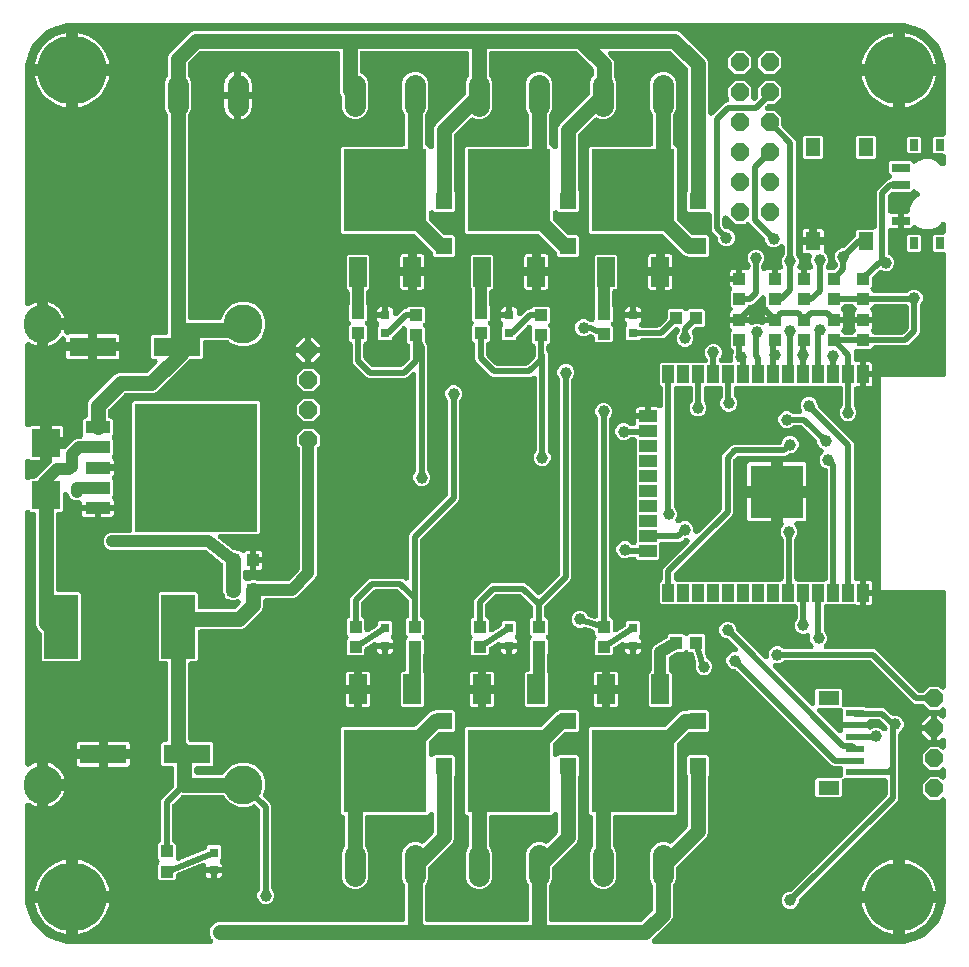
<source format=gbr>
G04 EAGLE Gerber RS-274X export*
G75*
%MOMM*%
%FSLAX34Y34*%
%LPD*%
%INTop Copper*%
%IPPOS*%
%AMOC8*
5,1,8,0,0,1.08239X$1,22.5*%
G01*
%ADD10C,5.842000*%
%ADD11C,1.790700*%
%ADD12R,10.410000X10.800000*%
%ADD13R,2.159000X1.066800*%
%ADD14R,4.000000X1.600000*%
%ADD15R,2.400000X2.400000*%
%ADD16R,2.900000X5.400000*%
%ADD17R,1.000000X1.100000*%
%ADD18C,3.302000*%
%ADD19R,1.000000X1.500000*%
%ADD20R,1.500000X1.000000*%
%ADD21R,4.500000X4.500000*%
%ADD22R,1.500000X2.500000*%
%ADD23R,7.000000X7.000000*%
%ADD24R,1.550000X0.600000*%
%ADD25R,1.800000X1.200000*%
%ADD26R,1.100000X1.000000*%
%ADD27P,1.649562X8X202.500000*%
%ADD28P,1.649562X8X22.500000*%
%ADD29R,0.800000X0.800000*%
%ADD30R,1.300000X1.550000*%
%ADD31R,0.800000X1.000000*%
%ADD32R,1.500000X0.700000*%
%ADD33R,1.400000X1.400000*%
%ADD34P,1.649562X8X292.500000*%
%ADD35C,1.006400*%
%ADD36C,0.508000*%
%ADD37C,1.270000*%
%ADD38C,1.016000*%
%ADD39C,0.200000*%

G36*
X166958Y10172D02*
X166958Y10172D01*
X167088Y10174D01*
X167182Y10192D01*
X167277Y10201D01*
X167403Y10235D01*
X167530Y10260D01*
X167619Y10294D01*
X167711Y10319D01*
X167829Y10375D01*
X167950Y10422D01*
X168032Y10472D01*
X168118Y10513D01*
X168224Y10588D01*
X168335Y10656D01*
X168406Y10719D01*
X168484Y10775D01*
X168575Y10868D01*
X168672Y10954D01*
X168732Y11029D01*
X168798Y11097D01*
X168871Y11205D01*
X168952Y11307D01*
X168997Y11391D01*
X169050Y11470D01*
X169103Y11589D01*
X169164Y11704D01*
X169194Y11795D01*
X169233Y11882D01*
X169263Y12009D01*
X169304Y12132D01*
X169317Y12227D01*
X169339Y12320D01*
X169347Y12449D01*
X169365Y12578D01*
X169361Y12674D01*
X169367Y12769D01*
X169352Y12898D01*
X169347Y13028D01*
X169326Y13121D01*
X169315Y13216D01*
X169277Y13341D01*
X169249Y13468D01*
X169212Y13556D01*
X169184Y13647D01*
X169125Y13763D01*
X169075Y13883D01*
X169023Y13963D01*
X168980Y14049D01*
X168902Y14152D01*
X168831Y14261D01*
X168745Y14359D01*
X168708Y14407D01*
X168675Y14438D01*
X168624Y14496D01*
X167878Y15241D01*
X166599Y18329D01*
X166599Y21671D01*
X167878Y24759D01*
X170241Y27122D01*
X173329Y28401D01*
X329460Y28401D01*
X329495Y28404D01*
X329529Y28402D01*
X329718Y28424D01*
X329909Y28441D01*
X329942Y28450D01*
X329976Y28454D01*
X330159Y28509D01*
X330343Y28559D01*
X330374Y28574D01*
X330407Y28584D01*
X330578Y28671D01*
X330750Y28753D01*
X330778Y28773D01*
X330809Y28788D01*
X330961Y28904D01*
X331116Y29015D01*
X331140Y29040D01*
X331167Y29060D01*
X331296Y29200D01*
X331430Y29337D01*
X331449Y29366D01*
X331473Y29392D01*
X331575Y29553D01*
X331682Y29710D01*
X331696Y29742D01*
X331714Y29771D01*
X331787Y29948D01*
X331864Y30122D01*
X331872Y30156D01*
X331885Y30188D01*
X331925Y30375D01*
X331971Y30560D01*
X331973Y30594D01*
X331980Y30628D01*
X331999Y30940D01*
X331999Y59183D01*
X331985Y59347D01*
X331978Y59511D01*
X331965Y59571D01*
X331959Y59632D01*
X331916Y59790D01*
X331880Y59951D01*
X331857Y60007D01*
X331841Y60066D01*
X331770Y60214D01*
X331707Y60366D01*
X331674Y60418D01*
X331647Y60473D01*
X331552Y60606D01*
X331462Y60744D01*
X331411Y60802D01*
X331385Y60839D01*
X331342Y60881D01*
X331256Y60979D01*
X331071Y61163D01*
X329396Y65208D01*
X329396Y87492D01*
X331071Y91537D01*
X334167Y94632D01*
X338211Y96308D01*
X342589Y96308D01*
X345185Y95232D01*
X345389Y95168D01*
X345589Y95103D01*
X345602Y95102D01*
X345615Y95098D01*
X345826Y95071D01*
X346035Y95042D01*
X346048Y95042D01*
X346061Y95041D01*
X346272Y95052D01*
X346485Y95060D01*
X346498Y95063D01*
X346511Y95064D01*
X346717Y95112D01*
X346925Y95158D01*
X346937Y95163D01*
X346950Y95166D01*
X347145Y95250D01*
X347340Y95332D01*
X347351Y95339D01*
X347363Y95344D01*
X347541Y95461D01*
X347718Y95576D01*
X347730Y95586D01*
X347739Y95592D01*
X347767Y95619D01*
X347952Y95783D01*
X355856Y103686D01*
X355961Y103812D01*
X356073Y103933D01*
X356105Y103985D01*
X356144Y104031D01*
X356226Y104174D01*
X356314Y104313D01*
X356338Y104369D01*
X356368Y104422D01*
X356423Y104577D01*
X356485Y104729D01*
X356498Y104789D01*
X356519Y104847D01*
X356545Y105009D01*
X356580Y105170D01*
X356585Y105247D01*
X356592Y105291D01*
X356591Y105352D01*
X356599Y105482D01*
X356599Y119319D01*
X356588Y119448D01*
X356586Y119578D01*
X356568Y119672D01*
X356559Y119767D01*
X356525Y119893D01*
X356500Y120020D01*
X356466Y120110D01*
X356441Y120202D01*
X356385Y120319D01*
X356338Y120440D01*
X356288Y120522D01*
X356247Y120608D01*
X356172Y120714D01*
X356104Y120825D01*
X356041Y120897D01*
X355985Y120974D01*
X355892Y121065D01*
X355806Y121163D01*
X355731Y121222D01*
X355663Y121288D01*
X355555Y121361D01*
X355453Y121442D01*
X355369Y121487D01*
X355290Y121541D01*
X355171Y121593D01*
X355056Y121655D01*
X354965Y121684D01*
X354878Y121723D01*
X354751Y121754D01*
X354628Y121794D01*
X354533Y121807D01*
X354440Y121829D01*
X354311Y121837D01*
X354182Y121855D01*
X354086Y121851D01*
X353991Y121857D01*
X353862Y121842D01*
X353732Y121837D01*
X353639Y121816D01*
X353544Y121805D01*
X353419Y121767D01*
X353292Y121739D01*
X353204Y121702D01*
X353113Y121675D01*
X352997Y121616D01*
X352877Y121566D01*
X352797Y121514D01*
X352711Y121470D01*
X352608Y121392D01*
X352499Y121321D01*
X352401Y121235D01*
X352353Y121198D01*
X352322Y121165D01*
X352264Y121114D01*
X350849Y119699D01*
X300540Y119699D01*
X300505Y119696D01*
X300471Y119698D01*
X300282Y119676D01*
X300091Y119659D01*
X300058Y119650D01*
X300024Y119646D01*
X299841Y119591D01*
X299657Y119541D01*
X299626Y119526D01*
X299593Y119516D01*
X299422Y119429D01*
X299250Y119347D01*
X299222Y119327D01*
X299191Y119312D01*
X299039Y119196D01*
X298884Y119085D01*
X298860Y119060D01*
X298833Y119040D01*
X298704Y118900D01*
X298570Y118763D01*
X298551Y118734D01*
X298527Y118708D01*
X298425Y118547D01*
X298318Y118390D01*
X298304Y118358D01*
X298286Y118329D01*
X298213Y118152D01*
X298136Y117978D01*
X298128Y117944D01*
X298115Y117912D01*
X298075Y117725D01*
X298029Y117540D01*
X298027Y117506D01*
X298020Y117472D01*
X298001Y117160D01*
X298001Y93517D01*
X298015Y93353D01*
X298022Y93189D01*
X298035Y93129D01*
X298041Y93068D01*
X298084Y92910D01*
X298120Y92749D01*
X298143Y92693D01*
X298159Y92634D01*
X298230Y92486D01*
X298293Y92334D01*
X298326Y92282D01*
X298353Y92227D01*
X298448Y92094D01*
X298538Y91956D01*
X298589Y91898D01*
X298615Y91861D01*
X298658Y91819D01*
X298744Y91721D01*
X298929Y91537D01*
X300604Y87492D01*
X300604Y65208D01*
X298929Y61163D01*
X295833Y58068D01*
X291789Y56392D01*
X287411Y56392D01*
X283367Y58068D01*
X280271Y61163D01*
X278596Y65208D01*
X278596Y87492D01*
X280271Y91537D01*
X280456Y91721D01*
X280561Y91848D01*
X280673Y91968D01*
X280705Y92020D01*
X280744Y92067D01*
X280826Y92209D01*
X280914Y92348D01*
X280938Y92405D01*
X280968Y92458D01*
X281023Y92613D01*
X281085Y92765D01*
X281098Y92824D01*
X281119Y92882D01*
X281145Y93044D01*
X281180Y93205D01*
X281185Y93282D01*
X281192Y93326D01*
X281191Y93387D01*
X281199Y93517D01*
X281199Y117160D01*
X281196Y117195D01*
X281198Y117229D01*
X281176Y117418D01*
X281159Y117609D01*
X281150Y117642D01*
X281146Y117676D01*
X281091Y117859D01*
X281041Y118043D01*
X281026Y118074D01*
X281016Y118107D01*
X280929Y118278D01*
X280847Y118450D01*
X280827Y118478D01*
X280812Y118509D01*
X280696Y118661D01*
X280585Y118816D01*
X280560Y118840D01*
X280540Y118867D01*
X280400Y118996D01*
X280263Y119130D01*
X280234Y119149D01*
X280208Y119173D01*
X280047Y119275D01*
X279890Y119382D01*
X279858Y119396D01*
X279829Y119414D01*
X279652Y119487D01*
X279478Y119564D01*
X279444Y119572D01*
X279412Y119585D01*
X279225Y119625D01*
X279224Y119626D01*
X277949Y120901D01*
X277949Y192599D01*
X279151Y193801D01*
X339119Y193801D01*
X339282Y193815D01*
X339447Y193822D01*
X339506Y193835D01*
X339567Y193841D01*
X339726Y193884D01*
X339886Y193920D01*
X339943Y193943D01*
X340001Y193959D01*
X340150Y194030D01*
X340302Y194093D01*
X340353Y194126D01*
X340408Y194153D01*
X340542Y194248D01*
X340680Y194338D01*
X340738Y194389D01*
X340774Y194415D01*
X340817Y194458D01*
X340914Y194544D01*
X349771Y203401D01*
X352491Y206122D01*
X355614Y207415D01*
X355777Y207422D01*
X355836Y207435D01*
X355897Y207441D01*
X356056Y207484D01*
X356216Y207520D01*
X356273Y207543D01*
X356332Y207559D01*
X356480Y207630D01*
X356632Y207693D01*
X356683Y207726D01*
X356738Y207753D01*
X356872Y207848D01*
X357010Y207938D01*
X357068Y207989D01*
X357104Y208015D01*
X357139Y208051D01*
X372849Y208051D01*
X374051Y206849D01*
X374051Y191151D01*
X372849Y189949D01*
X361131Y189949D01*
X360968Y189935D01*
X360803Y189928D01*
X360744Y189915D01*
X360683Y189909D01*
X360524Y189866D01*
X360364Y189830D01*
X360307Y189807D01*
X360249Y189791D01*
X360101Y189720D01*
X359948Y189657D01*
X359897Y189624D01*
X359842Y189597D01*
X359709Y189502D01*
X359570Y189412D01*
X359512Y189361D01*
X359476Y189335D01*
X359433Y189292D01*
X359336Y189206D01*
X352794Y182664D01*
X352689Y182538D01*
X352577Y182417D01*
X352545Y182366D01*
X352506Y182319D01*
X352424Y182176D01*
X352336Y182037D01*
X352312Y181981D01*
X352282Y181928D01*
X352227Y181773D01*
X352165Y181621D01*
X352152Y181561D01*
X352131Y181503D01*
X352105Y181341D01*
X352070Y181180D01*
X352065Y181103D01*
X352058Y181059D01*
X352059Y180998D01*
X352051Y180869D01*
X352051Y171081D01*
X352062Y170952D01*
X352064Y170822D01*
X352082Y170728D01*
X352091Y170633D01*
X352125Y170507D01*
X352150Y170380D01*
X352184Y170290D01*
X352209Y170198D01*
X352265Y170081D01*
X352312Y169960D01*
X352362Y169878D01*
X352403Y169792D01*
X352478Y169686D01*
X352546Y169575D01*
X352609Y169503D01*
X352665Y169426D01*
X352758Y169335D01*
X352844Y169237D01*
X352919Y169178D01*
X352987Y169112D01*
X353095Y169039D01*
X353197Y168958D01*
X353281Y168913D01*
X353360Y168859D01*
X353479Y168807D01*
X353594Y168745D01*
X353685Y168716D01*
X353772Y168677D01*
X353899Y168646D01*
X354022Y168606D01*
X354117Y168593D01*
X354210Y168571D01*
X354339Y168563D01*
X354468Y168545D01*
X354564Y168549D01*
X354659Y168543D01*
X354788Y168558D01*
X354918Y168563D01*
X355011Y168584D01*
X355106Y168595D01*
X355231Y168633D01*
X355358Y168661D01*
X355446Y168698D01*
X355537Y168725D01*
X355653Y168784D01*
X355773Y168834D01*
X355853Y168886D01*
X355939Y168930D01*
X356042Y169008D01*
X356151Y169079D01*
X356249Y169165D01*
X356297Y169202D01*
X356328Y169235D01*
X356386Y169286D01*
X357151Y170051D01*
X372849Y170051D01*
X374051Y168849D01*
X374051Y153132D01*
X374039Y153118D01*
X373927Y152997D01*
X373895Y152946D01*
X373856Y152899D01*
X373774Y152756D01*
X373686Y152617D01*
X373662Y152561D01*
X373632Y152508D01*
X373577Y152353D01*
X373515Y152201D01*
X373502Y152141D01*
X373481Y152084D01*
X373455Y151921D01*
X373420Y151761D01*
X373415Y151684D01*
X373408Y151639D01*
X373409Y151578D01*
X373401Y151449D01*
X373401Y99279D01*
X372122Y96191D01*
X352148Y76218D01*
X352042Y76091D01*
X351931Y75970D01*
X351898Y75919D01*
X351859Y75872D01*
X351778Y75729D01*
X351689Y75591D01*
X351666Y75534D01*
X351636Y75481D01*
X351581Y75326D01*
X351518Y75174D01*
X351505Y75114D01*
X351485Y75057D01*
X351458Y74895D01*
X351423Y74734D01*
X351419Y74657D01*
X351411Y74613D01*
X351412Y74552D01*
X351404Y74422D01*
X351404Y65208D01*
X349729Y61163D01*
X349544Y60979D01*
X349439Y60852D01*
X349327Y60732D01*
X349295Y60680D01*
X349256Y60633D01*
X349174Y60491D01*
X349086Y60352D01*
X349062Y60295D01*
X349032Y60242D01*
X348977Y60087D01*
X348915Y59935D01*
X348902Y59876D01*
X348881Y59818D01*
X348855Y59656D01*
X348820Y59495D01*
X348815Y59418D01*
X348808Y59374D01*
X348809Y59313D01*
X348801Y59183D01*
X348801Y30940D01*
X348804Y30905D01*
X348802Y30871D01*
X348824Y30682D01*
X348841Y30491D01*
X348850Y30458D01*
X348854Y30424D01*
X348909Y30241D01*
X348959Y30057D01*
X348974Y30026D01*
X348984Y29993D01*
X349071Y29822D01*
X349153Y29650D01*
X349173Y29622D01*
X349188Y29591D01*
X349304Y29439D01*
X349415Y29284D01*
X349440Y29260D01*
X349460Y29233D01*
X349600Y29104D01*
X349737Y28970D01*
X349766Y28951D01*
X349792Y28927D01*
X349953Y28825D01*
X350110Y28718D01*
X350142Y28704D01*
X350171Y28686D01*
X350348Y28613D01*
X350522Y28536D01*
X350556Y28528D01*
X350588Y28515D01*
X350775Y28475D01*
X350960Y28429D01*
X350994Y28427D01*
X351028Y28420D01*
X351340Y28401D01*
X434460Y28401D01*
X434495Y28404D01*
X434529Y28402D01*
X434718Y28424D01*
X434909Y28441D01*
X434942Y28450D01*
X434976Y28454D01*
X435159Y28509D01*
X435343Y28559D01*
X435374Y28574D01*
X435407Y28584D01*
X435578Y28671D01*
X435750Y28753D01*
X435778Y28773D01*
X435809Y28788D01*
X435961Y28904D01*
X436116Y29015D01*
X436140Y29040D01*
X436167Y29060D01*
X436296Y29200D01*
X436430Y29337D01*
X436449Y29366D01*
X436473Y29392D01*
X436575Y29553D01*
X436682Y29710D01*
X436696Y29742D01*
X436714Y29771D01*
X436787Y29948D01*
X436864Y30122D01*
X436872Y30156D01*
X436885Y30188D01*
X436925Y30375D01*
X436971Y30560D01*
X436973Y30594D01*
X436980Y30628D01*
X436999Y30940D01*
X436999Y59183D01*
X436985Y59347D01*
X436978Y59511D01*
X436965Y59571D01*
X436959Y59632D01*
X436916Y59790D01*
X436880Y59951D01*
X436857Y60007D01*
X436841Y60066D01*
X436770Y60214D01*
X436707Y60366D01*
X436674Y60418D01*
X436647Y60473D01*
X436552Y60606D01*
X436462Y60744D01*
X436411Y60802D01*
X436385Y60839D01*
X436342Y60881D01*
X436256Y60979D01*
X436071Y61163D01*
X434396Y65208D01*
X434396Y87492D01*
X436071Y91537D01*
X439167Y94632D01*
X443211Y96308D01*
X447589Y96308D01*
X450185Y95232D01*
X450389Y95168D01*
X450589Y95103D01*
X450602Y95102D01*
X450615Y95098D01*
X450826Y95071D01*
X451035Y95042D01*
X451048Y95042D01*
X451061Y95041D01*
X451272Y95052D01*
X451485Y95060D01*
X451498Y95063D01*
X451511Y95064D01*
X451717Y95112D01*
X451925Y95158D01*
X451937Y95163D01*
X451950Y95166D01*
X452145Y95250D01*
X452340Y95332D01*
X452351Y95339D01*
X452363Y95344D01*
X452541Y95461D01*
X452718Y95576D01*
X452730Y95586D01*
X452739Y95592D01*
X452767Y95619D01*
X452952Y95783D01*
X460856Y103686D01*
X460961Y103812D01*
X461073Y103933D01*
X461105Y103985D01*
X461144Y104031D01*
X461226Y104174D01*
X461314Y104313D01*
X461338Y104369D01*
X461368Y104422D01*
X461423Y104577D01*
X461485Y104729D01*
X461498Y104789D01*
X461519Y104847D01*
X461545Y105009D01*
X461580Y105170D01*
X461585Y105247D01*
X461592Y105291D01*
X461591Y105352D01*
X461599Y105482D01*
X461599Y119319D01*
X461588Y119448D01*
X461586Y119578D01*
X461568Y119672D01*
X461559Y119767D01*
X461525Y119893D01*
X461500Y120020D01*
X461466Y120110D01*
X461441Y120202D01*
X461385Y120319D01*
X461338Y120440D01*
X461288Y120522D01*
X461247Y120608D01*
X461172Y120714D01*
X461104Y120825D01*
X461041Y120897D01*
X460985Y120974D01*
X460892Y121065D01*
X460806Y121163D01*
X460731Y121222D01*
X460663Y121288D01*
X460555Y121361D01*
X460453Y121442D01*
X460369Y121487D01*
X460290Y121541D01*
X460171Y121593D01*
X460056Y121655D01*
X459965Y121684D01*
X459878Y121723D01*
X459751Y121754D01*
X459628Y121794D01*
X459533Y121807D01*
X459440Y121829D01*
X459311Y121837D01*
X459182Y121855D01*
X459086Y121851D01*
X458991Y121857D01*
X458862Y121842D01*
X458732Y121837D01*
X458639Y121816D01*
X458544Y121805D01*
X458419Y121767D01*
X458292Y121739D01*
X458204Y121702D01*
X458113Y121675D01*
X457997Y121616D01*
X457877Y121566D01*
X457797Y121514D01*
X457711Y121470D01*
X457608Y121392D01*
X457499Y121321D01*
X457401Y121235D01*
X457353Y121198D01*
X457322Y121165D01*
X457264Y121114D01*
X455849Y119699D01*
X405540Y119699D01*
X405505Y119696D01*
X405471Y119698D01*
X405282Y119676D01*
X405091Y119659D01*
X405058Y119650D01*
X405024Y119646D01*
X404841Y119591D01*
X404657Y119541D01*
X404626Y119526D01*
X404593Y119516D01*
X404422Y119429D01*
X404250Y119347D01*
X404222Y119327D01*
X404191Y119312D01*
X404039Y119196D01*
X403884Y119085D01*
X403860Y119060D01*
X403833Y119040D01*
X403704Y118900D01*
X403570Y118763D01*
X403551Y118734D01*
X403527Y118708D01*
X403425Y118547D01*
X403318Y118390D01*
X403304Y118358D01*
X403286Y118329D01*
X403213Y118152D01*
X403136Y117978D01*
X403128Y117944D01*
X403115Y117912D01*
X403075Y117725D01*
X403029Y117540D01*
X403027Y117506D01*
X403020Y117472D01*
X403001Y117160D01*
X403001Y93517D01*
X403015Y93353D01*
X403022Y93189D01*
X403035Y93129D01*
X403041Y93068D01*
X403084Y92910D01*
X403120Y92749D01*
X403143Y92693D01*
X403159Y92634D01*
X403230Y92486D01*
X403293Y92334D01*
X403326Y92282D01*
X403353Y92227D01*
X403448Y92094D01*
X403538Y91955D01*
X403589Y91898D01*
X403615Y91861D01*
X403658Y91819D01*
X403745Y91721D01*
X403929Y91537D01*
X405604Y87492D01*
X405604Y65208D01*
X403929Y61163D01*
X400833Y58068D01*
X396789Y56392D01*
X392411Y56392D01*
X388367Y58068D01*
X385271Y61163D01*
X383596Y65208D01*
X383596Y87492D01*
X385271Y91537D01*
X385455Y91721D01*
X385561Y91847D01*
X385673Y91968D01*
X385705Y92020D01*
X385744Y92067D01*
X385826Y92209D01*
X385914Y92348D01*
X385938Y92405D01*
X385968Y92458D01*
X386023Y92612D01*
X386085Y92765D01*
X386098Y92824D01*
X386119Y92882D01*
X386145Y93044D01*
X386180Y93205D01*
X386185Y93282D01*
X386192Y93326D01*
X386191Y93387D01*
X386199Y93517D01*
X386199Y117160D01*
X386196Y117195D01*
X386198Y117229D01*
X386176Y117418D01*
X386159Y117609D01*
X386150Y117642D01*
X386146Y117676D01*
X386091Y117859D01*
X386041Y118043D01*
X386026Y118074D01*
X386016Y118107D01*
X385929Y118278D01*
X385847Y118450D01*
X385827Y118478D01*
X385812Y118509D01*
X385696Y118661D01*
X385585Y118816D01*
X385560Y118840D01*
X385540Y118867D01*
X385400Y118996D01*
X385263Y119130D01*
X385234Y119149D01*
X385208Y119173D01*
X385047Y119275D01*
X384890Y119382D01*
X384858Y119396D01*
X384829Y119414D01*
X384652Y119487D01*
X384478Y119564D01*
X384444Y119572D01*
X384412Y119585D01*
X384225Y119625D01*
X384224Y119626D01*
X382949Y120901D01*
X382949Y192599D01*
X384151Y193801D01*
X445869Y193801D01*
X446032Y193815D01*
X446197Y193822D01*
X446256Y193835D01*
X446317Y193841D01*
X446476Y193884D01*
X446636Y193920D01*
X446693Y193943D01*
X446751Y193959D01*
X446899Y194030D01*
X447052Y194093D01*
X447103Y194126D01*
X447158Y194153D01*
X447291Y194248D01*
X447430Y194338D01*
X447488Y194389D01*
X447524Y194415D01*
X447567Y194458D01*
X447664Y194544D01*
X459241Y206122D01*
X460448Y206622D01*
X460552Y206676D01*
X460660Y206721D01*
X460751Y206780D01*
X460847Y206830D01*
X460940Y206902D01*
X461038Y206965D01*
X461153Y207067D01*
X461203Y207106D01*
X461227Y207133D01*
X461272Y207172D01*
X462151Y208051D01*
X477849Y208051D01*
X479051Y206849D01*
X479051Y191151D01*
X477849Y189949D01*
X467882Y189949D01*
X467718Y189935D01*
X467553Y189928D01*
X467494Y189915D01*
X467433Y189909D01*
X467274Y189866D01*
X467114Y189830D01*
X467058Y189807D01*
X466999Y189791D01*
X466850Y189720D01*
X466698Y189657D01*
X466647Y189624D01*
X466592Y189597D01*
X466458Y189502D01*
X466320Y189412D01*
X466262Y189361D01*
X466226Y189335D01*
X466183Y189292D01*
X466086Y189206D01*
X457794Y180914D01*
X457689Y180788D01*
X457577Y180667D01*
X457545Y180616D01*
X457506Y180569D01*
X457424Y180426D01*
X457336Y180287D01*
X457312Y180231D01*
X457282Y180178D01*
X457227Y180023D01*
X457165Y179871D01*
X457152Y179811D01*
X457131Y179753D01*
X457105Y179591D01*
X457070Y179430D01*
X457065Y179353D01*
X457058Y179309D01*
X457059Y179249D01*
X457051Y179119D01*
X457051Y171081D01*
X457062Y170952D01*
X457064Y170822D01*
X457082Y170728D01*
X457091Y170633D01*
X457125Y170507D01*
X457150Y170380D01*
X457184Y170290D01*
X457209Y170198D01*
X457265Y170081D01*
X457312Y169960D01*
X457362Y169878D01*
X457403Y169792D01*
X457478Y169686D01*
X457546Y169575D01*
X457609Y169503D01*
X457665Y169426D01*
X457758Y169335D01*
X457844Y169237D01*
X457919Y169178D01*
X457987Y169112D01*
X458095Y169039D01*
X458197Y168958D01*
X458281Y168913D01*
X458360Y168859D01*
X458479Y168807D01*
X458594Y168745D01*
X458685Y168716D01*
X458772Y168677D01*
X458899Y168646D01*
X459022Y168606D01*
X459117Y168593D01*
X459210Y168571D01*
X459339Y168563D01*
X459468Y168545D01*
X459564Y168549D01*
X459659Y168543D01*
X459788Y168558D01*
X459918Y168563D01*
X460011Y168584D01*
X460106Y168595D01*
X460231Y168633D01*
X460358Y168661D01*
X460446Y168698D01*
X460537Y168725D01*
X460653Y168784D01*
X460773Y168834D01*
X460853Y168886D01*
X460939Y168930D01*
X461042Y169008D01*
X461151Y169079D01*
X461249Y169165D01*
X461297Y169202D01*
X461328Y169235D01*
X461386Y169286D01*
X462151Y170051D01*
X477849Y170051D01*
X479051Y168849D01*
X479051Y153132D01*
X479039Y153118D01*
X478927Y152997D01*
X478895Y152946D01*
X478856Y152899D01*
X478774Y152756D01*
X478686Y152617D01*
X478662Y152561D01*
X478632Y152508D01*
X478577Y152353D01*
X478515Y152201D01*
X478502Y152141D01*
X478481Y152084D01*
X478455Y151921D01*
X478420Y151761D01*
X478415Y151684D01*
X478408Y151639D01*
X478409Y151578D01*
X478401Y151449D01*
X478401Y99279D01*
X477122Y96191D01*
X457148Y76218D01*
X457042Y76091D01*
X456931Y75970D01*
X456898Y75919D01*
X456859Y75872D01*
X456778Y75729D01*
X456689Y75591D01*
X456666Y75534D01*
X456636Y75481D01*
X456581Y75326D01*
X456518Y75174D01*
X456505Y75114D01*
X456485Y75057D01*
X456458Y74895D01*
X456423Y74734D01*
X456419Y74657D01*
X456411Y74613D01*
X456412Y74552D01*
X456404Y74422D01*
X456404Y65208D01*
X454729Y61163D01*
X454544Y60979D01*
X454439Y60852D01*
X454327Y60732D01*
X454295Y60680D01*
X454256Y60633D01*
X454174Y60491D01*
X454086Y60352D01*
X454062Y60295D01*
X454032Y60242D01*
X453977Y60087D01*
X453915Y59935D01*
X453902Y59876D01*
X453881Y59818D01*
X453855Y59656D01*
X453820Y59495D01*
X453815Y59418D01*
X453808Y59374D01*
X453809Y59313D01*
X453801Y59183D01*
X453801Y30940D01*
X453804Y30905D01*
X453802Y30871D01*
X453824Y30682D01*
X453841Y30491D01*
X453850Y30458D01*
X453854Y30424D01*
X453909Y30241D01*
X453959Y30057D01*
X453974Y30026D01*
X453984Y29993D01*
X454071Y29822D01*
X454153Y29650D01*
X454173Y29622D01*
X454188Y29591D01*
X454304Y29439D01*
X454415Y29284D01*
X454440Y29260D01*
X454460Y29233D01*
X454600Y29104D01*
X454737Y28970D01*
X454766Y28951D01*
X454792Y28927D01*
X454953Y28825D01*
X455110Y28718D01*
X455142Y28704D01*
X455171Y28686D01*
X455348Y28613D01*
X455522Y28536D01*
X455556Y28528D01*
X455588Y28515D01*
X455775Y28475D01*
X455960Y28429D01*
X455994Y28427D01*
X456028Y28420D01*
X456340Y28401D01*
X530468Y28401D01*
X530632Y28415D01*
X530797Y28422D01*
X530856Y28435D01*
X530917Y28441D01*
X531076Y28484D01*
X531236Y28520D01*
X531293Y28543D01*
X531351Y28559D01*
X531499Y28630D01*
X531652Y28693D01*
X531703Y28726D01*
X531758Y28753D01*
X531891Y28848D01*
X532030Y28938D01*
X532088Y28989D01*
X532124Y29015D01*
X532167Y29058D01*
X532264Y29144D01*
X540856Y37736D01*
X540961Y37862D01*
X541073Y37983D01*
X541105Y38035D01*
X541144Y38081D01*
X541226Y38224D01*
X541314Y38363D01*
X541338Y38419D01*
X541368Y38472D01*
X541423Y38627D01*
X541485Y38779D01*
X541498Y38839D01*
X541519Y38897D01*
X541545Y39059D01*
X541580Y39220D01*
X541585Y39297D01*
X541592Y39341D01*
X541591Y39402D01*
X541599Y39532D01*
X541599Y59583D01*
X541585Y59747D01*
X541578Y59912D01*
X541565Y59971D01*
X541559Y60032D01*
X541516Y60190D01*
X541480Y60351D01*
X541457Y60407D01*
X541441Y60466D01*
X541370Y60615D01*
X541307Y60767D01*
X541274Y60818D01*
X541247Y60873D01*
X541152Y61006D01*
X541108Y61074D01*
X539396Y65208D01*
X539396Y87492D01*
X541071Y91537D01*
X544167Y94632D01*
X548211Y96308D01*
X552589Y96308D01*
X555185Y95232D01*
X555389Y95168D01*
X555589Y95103D01*
X555602Y95102D01*
X555615Y95098D01*
X555826Y95071D01*
X556035Y95042D01*
X556048Y95042D01*
X556061Y95041D01*
X556272Y95052D01*
X556485Y95060D01*
X556498Y95063D01*
X556511Y95064D01*
X556717Y95112D01*
X556925Y95158D01*
X556937Y95163D01*
X556950Y95166D01*
X557144Y95250D01*
X557340Y95332D01*
X557351Y95339D01*
X557363Y95344D01*
X557540Y95461D01*
X557718Y95576D01*
X557730Y95586D01*
X557739Y95592D01*
X557767Y95619D01*
X557952Y95783D01*
X570856Y108686D01*
X570961Y108812D01*
X571073Y108933D01*
X571105Y108985D01*
X571144Y109031D01*
X571226Y109174D01*
X571314Y109313D01*
X571338Y109369D01*
X571368Y109422D01*
X571423Y109577D01*
X571485Y109729D01*
X571498Y109789D01*
X571519Y109847D01*
X571545Y110009D01*
X571580Y110170D01*
X571585Y110247D01*
X571592Y110291D01*
X571591Y110352D01*
X571599Y110482D01*
X571599Y151449D01*
X571585Y151612D01*
X571578Y151777D01*
X571565Y151836D01*
X571559Y151897D01*
X571516Y152056D01*
X571480Y152216D01*
X571457Y152273D01*
X571441Y152332D01*
X571370Y152480D01*
X571307Y152632D01*
X571274Y152683D01*
X571247Y152738D01*
X571152Y152872D01*
X571062Y153010D01*
X571011Y153068D01*
X570985Y153104D01*
X570949Y153139D01*
X570949Y168849D01*
X572151Y170051D01*
X587849Y170051D01*
X589051Y168849D01*
X589051Y153132D01*
X589039Y153118D01*
X588927Y152997D01*
X588895Y152946D01*
X588856Y152899D01*
X588774Y152756D01*
X588686Y152617D01*
X588662Y152561D01*
X588632Y152508D01*
X588577Y152353D01*
X588515Y152201D01*
X588502Y152141D01*
X588481Y152084D01*
X588455Y151921D01*
X588420Y151761D01*
X588415Y151684D01*
X588408Y151639D01*
X588409Y151578D01*
X588401Y151449D01*
X588401Y104279D01*
X587122Y101191D01*
X562148Y76218D01*
X562042Y76091D01*
X561931Y75970D01*
X561898Y75919D01*
X561859Y75872D01*
X561778Y75729D01*
X561689Y75591D01*
X561666Y75534D01*
X561636Y75481D01*
X561581Y75326D01*
X561518Y75174D01*
X561505Y75114D01*
X561485Y75057D01*
X561458Y74895D01*
X561423Y74734D01*
X561419Y74657D01*
X561411Y74613D01*
X561412Y74552D01*
X561404Y74422D01*
X561404Y65208D01*
X559729Y61163D01*
X559144Y60579D01*
X559039Y60452D01*
X558927Y60332D01*
X558895Y60280D01*
X558856Y60233D01*
X558774Y60091D01*
X558686Y59952D01*
X558662Y59895D01*
X558632Y59842D01*
X558577Y59687D01*
X558515Y59535D01*
X558502Y59476D01*
X558481Y59418D01*
X558455Y59256D01*
X558420Y59095D01*
X558415Y59018D01*
X558408Y58974D01*
X558409Y58913D01*
X558401Y58783D01*
X558401Y33329D01*
X557122Y30241D01*
X542479Y15599D01*
X542479Y15598D01*
X541376Y14496D01*
X541293Y14396D01*
X541202Y14303D01*
X541148Y14223D01*
X541087Y14150D01*
X541023Y14037D01*
X540950Y13930D01*
X540911Y13842D01*
X540864Y13759D01*
X540820Y13637D01*
X540767Y13518D01*
X540745Y13425D01*
X540713Y13335D01*
X540692Y13207D01*
X540661Y13080D01*
X540655Y12985D01*
X540639Y12891D01*
X540641Y12761D01*
X540633Y12631D01*
X540644Y12536D01*
X540645Y12441D01*
X540670Y12313D01*
X540685Y12184D01*
X540713Y12092D01*
X540731Y11998D01*
X540778Y11877D01*
X540816Y11753D01*
X540859Y11667D01*
X540893Y11578D01*
X540961Y11467D01*
X541020Y11351D01*
X541078Y11275D01*
X541127Y11194D01*
X541213Y11096D01*
X541292Y10993D01*
X541362Y10928D01*
X541425Y10856D01*
X541527Y10776D01*
X541623Y10687D01*
X541704Y10636D01*
X541779Y10577D01*
X541893Y10516D01*
X542003Y10446D01*
X542091Y10409D01*
X542175Y10364D01*
X542299Y10324D01*
X542419Y10275D01*
X542513Y10255D01*
X542604Y10225D01*
X542732Y10207D01*
X542860Y10180D01*
X542990Y10172D01*
X543050Y10164D01*
X543094Y10165D01*
X543171Y10161D01*
X750000Y10161D01*
X750051Y10165D01*
X750142Y10165D01*
X754319Y10399D01*
X754375Y10408D01*
X754433Y10408D01*
X754741Y10459D01*
X762884Y12318D01*
X763007Y12357D01*
X763132Y12387D01*
X763254Y12437D01*
X763313Y12456D01*
X763352Y12477D01*
X763421Y12505D01*
X770947Y16129D01*
X771057Y16195D01*
X771172Y16252D01*
X771280Y16328D01*
X771333Y16360D01*
X771367Y16389D01*
X771428Y16432D01*
X777958Y21640D01*
X778051Y21728D01*
X778151Y21810D01*
X778240Y21908D01*
X778284Y21951D01*
X778310Y21986D01*
X778360Y22042D01*
X783568Y28572D01*
X783639Y28679D01*
X783718Y28781D01*
X783783Y28896D01*
X783817Y28948D01*
X783834Y28988D01*
X783871Y29053D01*
X787495Y36579D01*
X787540Y36699D01*
X787594Y36816D01*
X787632Y36943D01*
X787653Y37000D01*
X787661Y37043D01*
X787682Y37116D01*
X789541Y45259D01*
X789549Y45316D01*
X789564Y45371D01*
X789601Y45681D01*
X789835Y49858D01*
X789834Y49908D01*
X789839Y50000D01*
X789839Y131933D01*
X789828Y132062D01*
X789826Y132192D01*
X789808Y132286D01*
X789799Y132381D01*
X789765Y132507D01*
X789740Y132634D01*
X789706Y132723D01*
X789681Y132815D01*
X789625Y132933D01*
X789578Y133054D01*
X789528Y133136D01*
X789487Y133222D01*
X789412Y133328D01*
X789344Y133439D01*
X789281Y133510D01*
X789225Y133588D01*
X789132Y133679D01*
X789046Y133776D01*
X788971Y133836D01*
X788903Y133902D01*
X788795Y133975D01*
X788693Y134056D01*
X788609Y134101D01*
X788530Y134154D01*
X788411Y134207D01*
X788296Y134268D01*
X788205Y134298D01*
X788118Y134336D01*
X787991Y134367D01*
X787868Y134407D01*
X787773Y134420D01*
X787680Y134443D01*
X787551Y134451D01*
X787422Y134469D01*
X787326Y134465D01*
X787231Y134471D01*
X787102Y134456D01*
X786972Y134450D01*
X786879Y134430D01*
X786784Y134419D01*
X786659Y134381D01*
X786532Y134353D01*
X786444Y134316D01*
X786353Y134288D01*
X786237Y134229D01*
X786117Y134179D01*
X786037Y134127D01*
X785951Y134084D01*
X785848Y134006D01*
X785739Y133935D01*
X785641Y133849D01*
X785593Y133812D01*
X785562Y133779D01*
X785504Y133728D01*
X784006Y132229D01*
X775994Y132229D01*
X770329Y137894D01*
X770329Y145906D01*
X775994Y151571D01*
X784006Y151571D01*
X785504Y150072D01*
X785604Y149989D01*
X785697Y149898D01*
X785777Y149844D01*
X785850Y149783D01*
X785963Y149719D01*
X786070Y149646D01*
X786158Y149607D01*
X786241Y149560D01*
X786363Y149516D01*
X786482Y149464D01*
X786575Y149441D01*
X786665Y149409D01*
X786793Y149388D01*
X786920Y149357D01*
X787015Y149351D01*
X787109Y149335D01*
X787239Y149337D01*
X787369Y149329D01*
X787464Y149340D01*
X787560Y149342D01*
X787687Y149366D01*
X787816Y149381D01*
X787908Y149409D01*
X788002Y149427D01*
X788123Y149474D01*
X788247Y149512D01*
X788333Y149555D01*
X788422Y149589D01*
X788533Y149657D01*
X788649Y149716D01*
X788725Y149774D01*
X788806Y149823D01*
X788904Y149909D01*
X789007Y149988D01*
X789072Y150058D01*
X789144Y150121D01*
X789224Y150223D01*
X789313Y150319D01*
X789364Y150400D01*
X789423Y150475D01*
X789485Y150589D01*
X789554Y150699D01*
X789591Y150787D01*
X789636Y150871D01*
X789676Y150995D01*
X789725Y151115D01*
X789745Y151209D01*
X789775Y151300D01*
X789793Y151428D01*
X789820Y151556D01*
X789828Y151685D01*
X789836Y151746D01*
X789835Y151791D01*
X789839Y151867D01*
X789839Y157333D01*
X789828Y157462D01*
X789826Y157592D01*
X789808Y157686D01*
X789799Y157781D01*
X789765Y157907D01*
X789740Y158034D01*
X789706Y158123D01*
X789681Y158215D01*
X789625Y158333D01*
X789578Y158454D01*
X789528Y158536D01*
X789487Y158622D01*
X789412Y158728D01*
X789344Y158839D01*
X789281Y158910D01*
X789225Y158988D01*
X789132Y159079D01*
X789046Y159176D01*
X788971Y159236D01*
X788903Y159302D01*
X788795Y159375D01*
X788693Y159456D01*
X788609Y159501D01*
X788530Y159554D01*
X788411Y159607D01*
X788296Y159668D01*
X788205Y159698D01*
X788118Y159736D01*
X787991Y159767D01*
X787868Y159807D01*
X787773Y159820D01*
X787680Y159843D01*
X787551Y159851D01*
X787422Y159869D01*
X787326Y159865D01*
X787231Y159871D01*
X787102Y159856D01*
X786972Y159850D01*
X786879Y159830D01*
X786784Y159819D01*
X786659Y159781D01*
X786532Y159753D01*
X786444Y159716D01*
X786353Y159688D01*
X786237Y159629D01*
X786117Y159579D01*
X786037Y159527D01*
X785951Y159484D01*
X785848Y159406D01*
X785739Y159335D01*
X785641Y159249D01*
X785593Y159212D01*
X785562Y159179D01*
X785504Y159128D01*
X784006Y157629D01*
X775994Y157629D01*
X770329Y163294D01*
X770329Y171306D01*
X775994Y176971D01*
X784006Y176971D01*
X785504Y175472D01*
X785604Y175389D01*
X785697Y175298D01*
X785777Y175244D01*
X785850Y175183D01*
X785963Y175119D01*
X786070Y175046D01*
X786158Y175007D01*
X786241Y174960D01*
X786363Y174916D01*
X786482Y174864D01*
X786575Y174841D01*
X786665Y174809D01*
X786793Y174788D01*
X786920Y174757D01*
X787015Y174751D01*
X787109Y174735D01*
X787239Y174737D01*
X787369Y174729D01*
X787464Y174740D01*
X787560Y174742D01*
X787687Y174766D01*
X787816Y174781D01*
X787908Y174809D01*
X788002Y174827D01*
X788123Y174874D01*
X788247Y174912D01*
X788333Y174955D01*
X788422Y174989D01*
X788533Y175057D01*
X788649Y175116D01*
X788725Y175174D01*
X788806Y175223D01*
X788904Y175309D01*
X789007Y175388D01*
X789072Y175458D01*
X789144Y175521D01*
X789224Y175623D01*
X789313Y175719D01*
X789364Y175800D01*
X789423Y175875D01*
X789485Y175989D01*
X789554Y176099D01*
X789591Y176187D01*
X789636Y176271D01*
X789676Y176395D01*
X789725Y176515D01*
X789745Y176609D01*
X789775Y176700D01*
X789793Y176828D01*
X789820Y176956D01*
X789828Y177085D01*
X789836Y177146D01*
X789835Y177191D01*
X789839Y177267D01*
X789839Y182040D01*
X789828Y182169D01*
X789826Y182299D01*
X789808Y182393D01*
X789799Y182488D01*
X789765Y182614D01*
X789740Y182741D01*
X789706Y182830D01*
X789681Y182922D01*
X789625Y183040D01*
X789578Y183161D01*
X789528Y183243D01*
X789487Y183329D01*
X789412Y183435D01*
X789344Y183546D01*
X789281Y183617D01*
X789225Y183695D01*
X789132Y183786D01*
X789046Y183883D01*
X788971Y183943D01*
X788903Y184009D01*
X788795Y184082D01*
X788693Y184163D01*
X788609Y184208D01*
X788530Y184261D01*
X788411Y184314D01*
X788296Y184375D01*
X788205Y184405D01*
X788118Y184444D01*
X787991Y184474D01*
X787868Y184515D01*
X787773Y184528D01*
X787680Y184550D01*
X787551Y184558D01*
X787422Y184576D01*
X787326Y184572D01*
X787231Y184578D01*
X787102Y184563D01*
X786972Y184558D01*
X786879Y184537D01*
X786784Y184526D01*
X786659Y184488D01*
X786532Y184460D01*
X786444Y184423D01*
X786353Y184396D01*
X786237Y184336D01*
X786117Y184286D01*
X786037Y184235D01*
X785951Y184191D01*
X785848Y184113D01*
X785739Y184042D01*
X785641Y183956D01*
X785593Y183919D01*
X785562Y183886D01*
X785504Y183835D01*
X784209Y182539D01*
X782539Y182539D01*
X782539Y192700D01*
X782539Y202861D01*
X784209Y202861D01*
X785504Y201565D01*
X785604Y201482D01*
X785697Y201391D01*
X785777Y201337D01*
X785850Y201276D01*
X785963Y201212D01*
X786070Y201139D01*
X786158Y201100D01*
X786241Y201053D01*
X786363Y201009D01*
X786482Y200956D01*
X786575Y200934D01*
X786665Y200902D01*
X786793Y200881D01*
X786920Y200850D01*
X787015Y200844D01*
X787109Y200828D01*
X787239Y200830D01*
X787369Y200822D01*
X787464Y200833D01*
X787560Y200834D01*
X787687Y200859D01*
X787816Y200874D01*
X787908Y200902D01*
X788002Y200920D01*
X788123Y200967D01*
X788247Y201004D01*
X788333Y201048D01*
X788422Y201082D01*
X788533Y201150D01*
X788649Y201209D01*
X788725Y201267D01*
X788806Y201316D01*
X788904Y201402D01*
X789007Y201481D01*
X789072Y201551D01*
X789144Y201614D01*
X789224Y201716D01*
X789313Y201812D01*
X789364Y201893D01*
X789423Y201967D01*
X789485Y202082D01*
X789554Y202192D01*
X789591Y202280D01*
X789636Y202364D01*
X789676Y202488D01*
X789725Y202608D01*
X789745Y202702D01*
X789775Y202793D01*
X789793Y202921D01*
X789820Y203049D01*
X789828Y203178D01*
X789836Y203239D01*
X789835Y203284D01*
X789839Y203360D01*
X789839Y208133D01*
X789828Y208262D01*
X789826Y208392D01*
X789808Y208486D01*
X789799Y208581D01*
X789765Y208707D01*
X789740Y208834D01*
X789706Y208923D01*
X789681Y209015D01*
X789625Y209133D01*
X789578Y209254D01*
X789528Y209336D01*
X789487Y209422D01*
X789412Y209528D01*
X789344Y209639D01*
X789281Y209710D01*
X789225Y209788D01*
X789132Y209879D01*
X789046Y209976D01*
X788971Y210036D01*
X788903Y210102D01*
X788795Y210175D01*
X788693Y210256D01*
X788609Y210301D01*
X788530Y210354D01*
X788411Y210407D01*
X788296Y210468D01*
X788205Y210498D01*
X788118Y210536D01*
X787991Y210567D01*
X787868Y210607D01*
X787773Y210620D01*
X787680Y210643D01*
X787551Y210651D01*
X787422Y210669D01*
X787326Y210665D01*
X787231Y210671D01*
X787102Y210656D01*
X786972Y210650D01*
X786879Y210630D01*
X786784Y210619D01*
X786659Y210581D01*
X786532Y210553D01*
X786444Y210516D01*
X786353Y210488D01*
X786237Y210429D01*
X786117Y210379D01*
X786037Y210327D01*
X785951Y210284D01*
X785848Y210206D01*
X785739Y210135D01*
X785641Y210049D01*
X785593Y210012D01*
X785562Y209979D01*
X785504Y209928D01*
X784006Y208429D01*
X775994Y208429D01*
X771658Y212766D01*
X771532Y212871D01*
X771411Y212983D01*
X771359Y213015D01*
X771313Y213054D01*
X771170Y213136D01*
X771031Y213224D01*
X770975Y213248D01*
X770922Y213278D01*
X770767Y213333D01*
X770615Y213395D01*
X770555Y213408D01*
X770497Y213429D01*
X770335Y213455D01*
X770174Y213490D01*
X770097Y213495D01*
X770053Y213502D01*
X769992Y213501D01*
X769862Y213509D01*
X763987Y213509D01*
X762300Y214208D01*
X726842Y249666D01*
X726716Y249771D01*
X726595Y249883D01*
X726544Y249915D01*
X726497Y249954D01*
X726354Y250036D01*
X726215Y250124D01*
X726159Y250148D01*
X726106Y250178D01*
X725951Y250233D01*
X725799Y250295D01*
X725739Y250308D01*
X725682Y250329D01*
X725519Y250355D01*
X725359Y250390D01*
X725282Y250395D01*
X725237Y250402D01*
X725176Y250401D01*
X725047Y250409D01*
X653478Y250409D01*
X653314Y250395D01*
X653149Y250388D01*
X653090Y250375D01*
X653029Y250369D01*
X652870Y250326D01*
X652710Y250290D01*
X652654Y250267D01*
X652595Y250251D01*
X652447Y250180D01*
X652294Y250117D01*
X652243Y250084D01*
X652188Y250057D01*
X652055Y249962D01*
X651916Y249872D01*
X651858Y249821D01*
X651822Y249795D01*
X651779Y249752D01*
X651682Y249666D01*
X651012Y248996D01*
X648409Y247917D01*
X645705Y247917D01*
X645576Y247906D01*
X645446Y247904D01*
X645352Y247886D01*
X645257Y247877D01*
X645131Y247843D01*
X645004Y247818D01*
X644914Y247784D01*
X644822Y247759D01*
X644705Y247703D01*
X644584Y247656D01*
X644502Y247606D01*
X644416Y247565D01*
X644310Y247490D01*
X644199Y247422D01*
X644127Y247359D01*
X644050Y247303D01*
X643959Y247210D01*
X643862Y247124D01*
X643802Y247049D01*
X643736Y246981D01*
X643663Y246873D01*
X643582Y246771D01*
X643537Y246687D01*
X643484Y246608D01*
X643431Y246489D01*
X643370Y246374D01*
X643340Y246283D01*
X643301Y246196D01*
X643271Y246069D01*
X643230Y245946D01*
X643217Y245851D01*
X643195Y245758D01*
X643187Y245629D01*
X643169Y245500D01*
X643173Y245404D01*
X643167Y245309D01*
X643182Y245180D01*
X643187Y245050D01*
X643208Y244957D01*
X643219Y244862D01*
X643257Y244737D01*
X643285Y244610D01*
X643322Y244522D01*
X643349Y244431D01*
X643408Y244315D01*
X643459Y244195D01*
X643510Y244114D01*
X643554Y244029D01*
X643632Y243926D01*
X643703Y243817D01*
X643789Y243719D01*
X643826Y243671D01*
X643859Y243640D01*
X643910Y243582D01*
X675064Y212428D01*
X675164Y212344D01*
X675257Y212254D01*
X675337Y212200D01*
X675410Y212139D01*
X675523Y212074D01*
X675630Y212002D01*
X675718Y211963D01*
X675801Y211916D01*
X675923Y211872D01*
X676042Y211819D01*
X676135Y211797D01*
X676225Y211765D01*
X676354Y211743D01*
X676480Y211713D01*
X676575Y211707D01*
X676669Y211691D01*
X676800Y211693D01*
X676929Y211685D01*
X677024Y211696D01*
X677120Y211697D01*
X677247Y211722D01*
X677376Y211737D01*
X677468Y211765D01*
X677562Y211783D01*
X677683Y211830D01*
X677807Y211867D01*
X677892Y211911D01*
X677982Y211945D01*
X678093Y212013D01*
X678209Y212072D01*
X678285Y212129D01*
X678366Y212179D01*
X678464Y212265D01*
X678567Y212344D01*
X678632Y212414D01*
X678704Y212477D01*
X678784Y212579D01*
X678873Y212675D01*
X678924Y212756D01*
X678983Y212830D01*
X679044Y212945D01*
X679114Y213055D01*
X679151Y213143D01*
X679196Y213227D01*
X679236Y213351D01*
X679285Y213471D01*
X679305Y213565D01*
X679335Y213655D01*
X679353Y213784D01*
X679380Y213911D01*
X679388Y214041D01*
X679396Y214102D01*
X679395Y214146D01*
X679399Y214223D01*
X679399Y225249D01*
X680601Y226451D01*
X700299Y226451D01*
X701501Y225249D01*
X701501Y212990D01*
X701504Y212955D01*
X701502Y212921D01*
X701524Y212732D01*
X701541Y212541D01*
X701550Y212508D01*
X701554Y212474D01*
X701609Y212291D01*
X701659Y212107D01*
X701674Y212076D01*
X701684Y212043D01*
X701771Y211872D01*
X701853Y211700D01*
X701873Y211672D01*
X701888Y211641D01*
X702004Y211489D01*
X702115Y211334D01*
X702140Y211310D01*
X702160Y211283D01*
X702300Y211154D01*
X702437Y211020D01*
X702466Y211001D01*
X702492Y210977D01*
X702653Y210875D01*
X702810Y210768D01*
X702842Y210754D01*
X702871Y210736D01*
X703048Y210663D01*
X703222Y210586D01*
X703256Y210578D01*
X703288Y210565D01*
X703475Y210525D01*
X703660Y210479D01*
X703694Y210477D01*
X703728Y210470D01*
X704040Y210451D01*
X721299Y210451D01*
X721416Y210334D01*
X721542Y210229D01*
X721663Y210117D01*
X721714Y210085D01*
X721761Y210046D01*
X721904Y209964D01*
X722043Y209876D01*
X722099Y209852D01*
X722152Y209822D01*
X722307Y209767D01*
X722459Y209705D01*
X722519Y209692D01*
X722576Y209671D01*
X722739Y209645D01*
X722899Y209610D01*
X722976Y209605D01*
X723021Y209598D01*
X723082Y209599D01*
X723211Y209591D01*
X736913Y209591D01*
X738600Y208892D01*
X743666Y203826D01*
X743792Y203721D01*
X743913Y203609D01*
X743964Y203577D01*
X744011Y203538D01*
X744154Y203456D01*
X744293Y203368D01*
X744349Y203344D01*
X744402Y203314D01*
X744557Y203259D01*
X744709Y203197D01*
X744769Y203184D01*
X744826Y203163D01*
X744989Y203137D01*
X745149Y203102D01*
X745227Y203097D01*
X745271Y203090D01*
X745331Y203091D01*
X745461Y203083D01*
X748409Y203083D01*
X751012Y202004D01*
X753004Y200012D01*
X754083Y197409D01*
X754083Y194591D01*
X753004Y191988D01*
X750979Y189962D01*
X750970Y189958D01*
X750781Y189862D01*
X750771Y189854D01*
X750759Y189848D01*
X750591Y189717D01*
X750423Y189590D01*
X750414Y189580D01*
X750403Y189572D01*
X750261Y189415D01*
X750117Y189259D01*
X750110Y189247D01*
X750102Y189238D01*
X749990Y189058D01*
X749876Y188879D01*
X749871Y188867D01*
X749864Y188855D01*
X749785Y188659D01*
X749705Y188462D01*
X749702Y188449D01*
X749697Y188437D01*
X749654Y188228D01*
X749610Y188022D01*
X749609Y188006D01*
X749607Y187996D01*
X749606Y187956D01*
X749591Y187710D01*
X749591Y133087D01*
X748892Y131400D01*
X665826Y48334D01*
X665721Y48208D01*
X665609Y48087D01*
X665577Y48036D01*
X665538Y47989D01*
X665456Y47846D01*
X665368Y47707D01*
X665344Y47651D01*
X665314Y47598D01*
X665259Y47443D01*
X665197Y47291D01*
X665184Y47231D01*
X665163Y47174D01*
X665137Y47011D01*
X665102Y46851D01*
X665097Y46774D01*
X665090Y46729D01*
X665091Y46668D01*
X665083Y46539D01*
X665083Y45591D01*
X664004Y42988D01*
X662012Y40996D01*
X659409Y39917D01*
X656591Y39917D01*
X653988Y40996D01*
X651996Y42988D01*
X650917Y45591D01*
X650917Y48409D01*
X651996Y51012D01*
X653988Y53004D01*
X656591Y54083D01*
X657539Y54083D01*
X657702Y54097D01*
X657867Y54104D01*
X657926Y54117D01*
X657987Y54123D01*
X658146Y54166D01*
X658306Y54202D01*
X658363Y54225D01*
X658422Y54241D01*
X658570Y54312D01*
X658722Y54375D01*
X658773Y54408D01*
X658828Y54435D01*
X658962Y54530D01*
X659100Y54620D01*
X659158Y54671D01*
X659194Y54697D01*
X659237Y54740D01*
X659334Y54826D01*
X739666Y135158D01*
X739771Y135284D01*
X739883Y135405D01*
X739915Y135456D01*
X739954Y135503D01*
X740036Y135646D01*
X740124Y135785D01*
X740148Y135841D01*
X740178Y135894D01*
X740233Y136049D01*
X740295Y136201D01*
X740308Y136261D01*
X740329Y136318D01*
X740355Y136481D01*
X740390Y136641D01*
X740395Y136718D01*
X740402Y136763D01*
X740401Y136824D01*
X740409Y136953D01*
X740409Y148270D01*
X740406Y148305D01*
X740408Y148339D01*
X740386Y148528D01*
X740369Y148719D01*
X740360Y148752D01*
X740356Y148786D01*
X740301Y148969D01*
X740251Y149153D01*
X740236Y149184D01*
X740226Y149217D01*
X740139Y149388D01*
X740057Y149560D01*
X740037Y149588D01*
X740022Y149619D01*
X739906Y149771D01*
X739795Y149926D01*
X739770Y149950D01*
X739750Y149977D01*
X739610Y150106D01*
X739473Y150240D01*
X739444Y150259D01*
X739418Y150283D01*
X739257Y150385D01*
X739100Y150492D01*
X739068Y150506D01*
X739039Y150524D01*
X738862Y150597D01*
X738688Y150674D01*
X738654Y150682D01*
X738622Y150695D01*
X738435Y150735D01*
X738250Y150781D01*
X738216Y150783D01*
X738182Y150790D01*
X737870Y150809D01*
X722811Y150809D01*
X722648Y150795D01*
X722483Y150788D01*
X722424Y150775D01*
X722363Y150769D01*
X722204Y150726D01*
X722044Y150690D01*
X721987Y150667D01*
X721928Y150651D01*
X721780Y150580D01*
X721628Y150517D01*
X721577Y150484D01*
X721522Y150457D01*
X721388Y150362D01*
X721369Y150349D01*
X704040Y150349D01*
X704005Y150346D01*
X703971Y150348D01*
X703782Y150326D01*
X703591Y150309D01*
X703558Y150300D01*
X703524Y150296D01*
X703341Y150241D01*
X703157Y150191D01*
X703126Y150176D01*
X703093Y150166D01*
X702922Y150079D01*
X702750Y149997D01*
X702722Y149977D01*
X702691Y149962D01*
X702539Y149846D01*
X702384Y149735D01*
X702360Y149710D01*
X702333Y149690D01*
X702204Y149550D01*
X702070Y149413D01*
X702051Y149384D01*
X702027Y149358D01*
X701925Y149197D01*
X701818Y149040D01*
X701804Y149008D01*
X701786Y148979D01*
X701713Y148802D01*
X701636Y148628D01*
X701628Y148594D01*
X701615Y148562D01*
X701575Y148375D01*
X701529Y148190D01*
X701527Y148156D01*
X701520Y148122D01*
X701501Y147810D01*
X701501Y135551D01*
X700299Y134349D01*
X680601Y134349D01*
X679399Y135551D01*
X679399Y149249D01*
X680601Y150451D01*
X700360Y150451D01*
X700395Y150454D01*
X700429Y150452D01*
X700618Y150474D01*
X700809Y150491D01*
X700842Y150500D01*
X700876Y150504D01*
X701059Y150559D01*
X701243Y150609D01*
X701274Y150624D01*
X701307Y150634D01*
X701478Y150721D01*
X701650Y150803D01*
X701678Y150823D01*
X701709Y150838D01*
X701861Y150954D01*
X702016Y151065D01*
X702040Y151090D01*
X702067Y151110D01*
X702196Y151250D01*
X702330Y151387D01*
X702349Y151416D01*
X702373Y151442D01*
X702475Y151603D01*
X702582Y151760D01*
X702596Y151792D01*
X702614Y151821D01*
X702687Y151998D01*
X702764Y152172D01*
X702772Y152206D01*
X702785Y152238D01*
X702825Y152425D01*
X702871Y152610D01*
X702873Y152644D01*
X702880Y152678D01*
X702899Y152990D01*
X702899Y158270D01*
X702896Y158305D01*
X702898Y158339D01*
X702876Y158528D01*
X702859Y158719D01*
X702850Y158752D01*
X702846Y158786D01*
X702791Y158969D01*
X702741Y159153D01*
X702726Y159184D01*
X702716Y159217D01*
X702629Y159388D01*
X702547Y159560D01*
X702527Y159588D01*
X702512Y159619D01*
X702396Y159771D01*
X702285Y159926D01*
X702260Y159950D01*
X702240Y159977D01*
X702100Y160106D01*
X701963Y160240D01*
X701934Y160259D01*
X701908Y160283D01*
X701747Y160385D01*
X701590Y160492D01*
X701558Y160506D01*
X701529Y160524D01*
X701352Y160597D01*
X701178Y160674D01*
X701144Y160682D01*
X701112Y160695D01*
X700925Y160735D01*
X700740Y160781D01*
X700706Y160783D01*
X700672Y160790D01*
X700360Y160809D01*
X694687Y160809D01*
X693000Y161508D01*
X612334Y242174D01*
X612208Y242279D01*
X612087Y242391D01*
X612036Y242423D01*
X611989Y242462D01*
X611846Y242544D01*
X611707Y242632D01*
X611651Y242656D01*
X611598Y242686D01*
X611443Y242741D01*
X611291Y242803D01*
X611231Y242816D01*
X611174Y242837D01*
X611011Y242863D01*
X610851Y242898D01*
X610774Y242903D01*
X610729Y242910D01*
X610668Y242909D01*
X610539Y242917D01*
X609591Y242917D01*
X606988Y243996D01*
X604996Y245988D01*
X603917Y248591D01*
X603917Y251409D01*
X604996Y254012D01*
X606988Y256004D01*
X609591Y257083D01*
X611295Y257083D01*
X611424Y257094D01*
X611554Y257096D01*
X611648Y257114D01*
X611743Y257123D01*
X611869Y257157D01*
X611996Y257182D01*
X612086Y257216D01*
X612178Y257241D01*
X612295Y257297D01*
X612416Y257344D01*
X612498Y257394D01*
X612584Y257435D01*
X612690Y257510D01*
X612801Y257578D01*
X612873Y257641D01*
X612950Y257697D01*
X613041Y257790D01*
X613138Y257876D01*
X613198Y257951D01*
X613264Y258019D01*
X613337Y258127D01*
X613418Y258229D01*
X613463Y258313D01*
X613516Y258392D01*
X613569Y258511D01*
X613630Y258626D01*
X613660Y258717D01*
X613699Y258804D01*
X613729Y258931D01*
X613770Y259054D01*
X613783Y259149D01*
X613805Y259242D01*
X613813Y259371D01*
X613831Y259500D01*
X613827Y259596D01*
X613833Y259691D01*
X613818Y259820D01*
X613813Y259950D01*
X613792Y260043D01*
X613781Y260138D01*
X613743Y260263D01*
X613715Y260390D01*
X613678Y260478D01*
X613651Y260569D01*
X613592Y260685D01*
X613541Y260805D01*
X613490Y260885D01*
X613446Y260971D01*
X613368Y261074D01*
X613297Y261183D01*
X613211Y261281D01*
X613174Y261329D01*
X613141Y261360D01*
X613090Y261418D01*
X606334Y268174D01*
X606208Y268279D01*
X606087Y268391D01*
X606036Y268423D01*
X605989Y268462D01*
X605846Y268544D01*
X605707Y268632D01*
X605651Y268656D01*
X605598Y268686D01*
X605443Y268741D01*
X605291Y268803D01*
X605231Y268816D01*
X605174Y268837D01*
X605011Y268863D01*
X604851Y268898D01*
X604774Y268903D01*
X604729Y268910D01*
X604668Y268909D01*
X604539Y268917D01*
X603591Y268917D01*
X600988Y269996D01*
X598996Y271988D01*
X597917Y274591D01*
X597917Y277409D01*
X598996Y280012D01*
X600988Y282004D01*
X603591Y283083D01*
X606409Y283083D01*
X609012Y282004D01*
X611004Y280012D01*
X612083Y277409D01*
X612083Y276461D01*
X612097Y276298D01*
X612104Y276133D01*
X612117Y276074D01*
X612123Y276013D01*
X612166Y275854D01*
X612202Y275694D01*
X612225Y275637D01*
X612241Y275578D01*
X612312Y275430D01*
X612375Y275278D01*
X612408Y275227D01*
X612435Y275172D01*
X612530Y275038D01*
X612620Y274900D01*
X612671Y274842D01*
X612697Y274806D01*
X612740Y274763D01*
X612826Y274666D01*
X635582Y251910D01*
X635682Y251826D01*
X635775Y251736D01*
X635855Y251682D01*
X635928Y251621D01*
X636041Y251556D01*
X636148Y251484D01*
X636236Y251445D01*
X636319Y251398D01*
X636441Y251354D01*
X636560Y251301D01*
X636653Y251279D01*
X636743Y251247D01*
X636872Y251225D01*
X636998Y251195D01*
X637093Y251189D01*
X637187Y251173D01*
X637318Y251175D01*
X637447Y251167D01*
X637542Y251178D01*
X637638Y251179D01*
X637765Y251204D01*
X637894Y251219D01*
X637986Y251247D01*
X638080Y251265D01*
X638201Y251312D01*
X638325Y251349D01*
X638410Y251393D01*
X638500Y251427D01*
X638611Y251495D01*
X638727Y251554D01*
X638803Y251611D01*
X638884Y251661D01*
X638982Y251747D01*
X639085Y251826D01*
X639150Y251896D01*
X639222Y251959D01*
X639302Y252061D01*
X639391Y252157D01*
X639442Y252238D01*
X639501Y252312D01*
X639562Y252427D01*
X639632Y252537D01*
X639669Y252625D01*
X639714Y252709D01*
X639754Y252833D01*
X639803Y252953D01*
X639823Y253047D01*
X639853Y253137D01*
X639871Y253266D01*
X639898Y253393D01*
X639906Y253523D01*
X639914Y253584D01*
X639913Y253628D01*
X639917Y253705D01*
X639917Y256409D01*
X640996Y259012D01*
X642988Y261004D01*
X645591Y262083D01*
X648409Y262083D01*
X651012Y261004D01*
X651682Y260334D01*
X651808Y260229D01*
X651929Y260117D01*
X651981Y260085D01*
X652027Y260046D01*
X652170Y259964D01*
X652309Y259876D01*
X652365Y259852D01*
X652418Y259822D01*
X652573Y259767D01*
X652725Y259705D01*
X652785Y259692D01*
X652843Y259671D01*
X653005Y259645D01*
X653166Y259610D01*
X653243Y259605D01*
X653287Y259598D01*
X653348Y259599D01*
X653478Y259591D01*
X675262Y259591D01*
X675392Y259602D01*
X675522Y259604D01*
X675616Y259622D01*
X675711Y259631D01*
X675837Y259665D01*
X675964Y259690D01*
X676053Y259724D01*
X676145Y259749D01*
X676263Y259805D01*
X676384Y259852D01*
X676466Y259902D01*
X676552Y259943D01*
X676658Y260018D01*
X676769Y260086D01*
X676840Y260149D01*
X676918Y260205D01*
X677009Y260298D01*
X677106Y260384D01*
X677165Y260459D01*
X677232Y260527D01*
X677305Y260635D01*
X677386Y260737D01*
X677431Y260821D01*
X677484Y260900D01*
X677537Y261019D01*
X677598Y261134D01*
X677628Y261225D01*
X677666Y261312D01*
X677697Y261439D01*
X677737Y261562D01*
X677750Y261657D01*
X677773Y261750D01*
X677781Y261879D01*
X677799Y262008D01*
X677795Y262104D01*
X677801Y262199D01*
X677786Y262328D01*
X677780Y262458D01*
X677760Y262551D01*
X677749Y262646D01*
X677711Y262771D01*
X677683Y262898D01*
X677646Y262986D01*
X677618Y263077D01*
X677559Y263193D01*
X677509Y263313D01*
X677457Y263393D01*
X677414Y263479D01*
X677336Y263582D01*
X677265Y263691D01*
X677179Y263789D01*
X677142Y263837D01*
X677109Y263868D01*
X677058Y263926D01*
X675996Y264988D01*
X674917Y267591D01*
X674917Y270620D01*
X674936Y270713D01*
X674939Y270809D01*
X674951Y270903D01*
X674944Y271033D01*
X674947Y271164D01*
X674933Y271257D01*
X674928Y271353D01*
X674898Y271480D01*
X674878Y271608D01*
X674847Y271698D01*
X674826Y271791D01*
X674774Y271911D01*
X674732Y272034D01*
X674686Y272117D01*
X674648Y272205D01*
X674576Y272314D01*
X674513Y272428D01*
X674452Y272501D01*
X674400Y272581D01*
X674310Y272675D01*
X674227Y272776D01*
X674155Y272838D01*
X674089Y272907D01*
X673984Y272984D01*
X673885Y273068D01*
X673803Y273117D01*
X673726Y273173D01*
X673609Y273230D01*
X673496Y273296D01*
X673407Y273329D01*
X673321Y273370D01*
X673196Y273406D01*
X673074Y273451D01*
X672980Y273467D01*
X672888Y273494D01*
X672759Y273506D01*
X672630Y273529D01*
X672535Y273529D01*
X672440Y273538D01*
X672310Y273528D01*
X672180Y273528D01*
X672086Y273510D01*
X671991Y273503D01*
X671865Y273470D01*
X671737Y273447D01*
X671614Y273404D01*
X671556Y273389D01*
X671515Y273370D01*
X671442Y273345D01*
X670409Y272917D01*
X667591Y272917D01*
X664988Y273996D01*
X662996Y275988D01*
X661917Y278591D01*
X661917Y281409D01*
X662996Y284012D01*
X663666Y284682D01*
X663771Y284808D01*
X663883Y284929D01*
X663915Y284981D01*
X663954Y285027D01*
X664036Y285170D01*
X664124Y285309D01*
X664148Y285365D01*
X664178Y285418D01*
X664233Y285573D01*
X664295Y285725D01*
X664308Y285785D01*
X664329Y285843D01*
X664355Y286005D01*
X664390Y286166D01*
X664395Y286243D01*
X664402Y286287D01*
X664401Y286348D01*
X664409Y286478D01*
X664409Y295410D01*
X664406Y295445D01*
X664408Y295479D01*
X664386Y295668D01*
X664369Y295859D01*
X664360Y295892D01*
X664356Y295926D01*
X664301Y296109D01*
X664251Y296293D01*
X664236Y296324D01*
X664226Y296357D01*
X664139Y296528D01*
X664057Y296700D01*
X664037Y296728D01*
X664022Y296759D01*
X663906Y296911D01*
X663795Y297066D01*
X663770Y297090D01*
X663750Y297117D01*
X663610Y297246D01*
X663473Y297380D01*
X663444Y297399D01*
X663418Y297423D01*
X663257Y297525D01*
X663100Y297632D01*
X663068Y297646D01*
X663039Y297664D01*
X662862Y297737D01*
X662688Y297814D01*
X662654Y297822D01*
X662622Y297835D01*
X662435Y297875D01*
X662250Y297921D01*
X662216Y297923D01*
X662182Y297930D01*
X661870Y297949D01*
X549051Y297949D01*
X547849Y299151D01*
X547849Y315849D01*
X549566Y317566D01*
X549671Y317692D01*
X549783Y317813D01*
X549815Y317864D01*
X549854Y317911D01*
X549936Y318054D01*
X550024Y318193D01*
X550048Y318249D01*
X550078Y318302D01*
X550133Y318457D01*
X550195Y318609D01*
X550208Y318669D01*
X550229Y318726D01*
X550255Y318888D01*
X550290Y319049D01*
X550295Y319126D01*
X550302Y319171D01*
X550301Y319232D01*
X550309Y319361D01*
X550309Y326813D01*
X551008Y328500D01*
X572090Y349582D01*
X572174Y349682D01*
X572264Y349775D01*
X572318Y349855D01*
X572379Y349928D01*
X572444Y350041D01*
X572516Y350148D01*
X572555Y350236D01*
X572602Y350319D01*
X572646Y350441D01*
X572699Y350560D01*
X572721Y350653D01*
X572753Y350743D01*
X572775Y350872D01*
X572805Y350998D01*
X572811Y351093D01*
X572827Y351187D01*
X572825Y351318D01*
X572833Y351447D01*
X572822Y351542D01*
X572821Y351638D01*
X572796Y351765D01*
X572781Y351894D01*
X572753Y351986D01*
X572735Y352080D01*
X572688Y352201D01*
X572651Y352325D01*
X572607Y352410D01*
X572573Y352500D01*
X572505Y352611D01*
X572446Y352727D01*
X572389Y352803D01*
X572339Y352884D01*
X572253Y352982D01*
X572174Y353085D01*
X572104Y353150D01*
X572041Y353222D01*
X571939Y353302D01*
X571843Y353391D01*
X571762Y353442D01*
X571688Y353501D01*
X571573Y353562D01*
X571463Y353632D01*
X571375Y353669D01*
X571291Y353714D01*
X571167Y353754D01*
X571047Y353803D01*
X570953Y353823D01*
X570863Y353853D01*
X570734Y353871D01*
X570607Y353898D01*
X570477Y353906D01*
X570416Y353914D01*
X570372Y353913D01*
X570295Y353917D01*
X569461Y353917D01*
X569298Y353903D01*
X569133Y353896D01*
X569074Y353883D01*
X569013Y353877D01*
X568854Y353834D01*
X568694Y353798D01*
X568637Y353775D01*
X568578Y353759D01*
X568430Y353688D01*
X568278Y353625D01*
X568227Y353592D01*
X568172Y353565D01*
X568038Y353470D01*
X567900Y353380D01*
X567842Y353329D01*
X567806Y353303D01*
X567763Y353260D01*
X567666Y353174D01*
X566000Y351508D01*
X564313Y350809D01*
X549590Y350809D01*
X549555Y350806D01*
X549521Y350808D01*
X549332Y350786D01*
X549141Y350769D01*
X549108Y350760D01*
X549074Y350756D01*
X548891Y350701D01*
X548707Y350651D01*
X548676Y350636D01*
X548643Y350626D01*
X548472Y350539D01*
X548300Y350457D01*
X548272Y350437D01*
X548241Y350422D01*
X548089Y350306D01*
X547934Y350195D01*
X547910Y350170D01*
X547883Y350150D01*
X547754Y350010D01*
X547620Y349873D01*
X547601Y349844D01*
X547577Y349818D01*
X547475Y349657D01*
X547368Y349500D01*
X547354Y349468D01*
X547336Y349439D01*
X547263Y349262D01*
X547186Y349088D01*
X547178Y349054D01*
X547165Y349022D01*
X547125Y348835D01*
X547079Y348650D01*
X547077Y348616D01*
X547070Y348582D01*
X547051Y348270D01*
X547051Y336851D01*
X545849Y335649D01*
X529151Y335649D01*
X527434Y337366D01*
X527308Y337471D01*
X527187Y337583D01*
X527136Y337615D01*
X527089Y337654D01*
X526946Y337736D01*
X526807Y337824D01*
X526751Y337848D01*
X526698Y337878D01*
X526543Y337933D01*
X526391Y337995D01*
X526331Y338008D01*
X526274Y338029D01*
X526112Y338055D01*
X525951Y338090D01*
X525873Y338095D01*
X525830Y338102D01*
X525769Y338101D01*
X525639Y338109D01*
X522792Y338109D01*
X522675Y338099D01*
X522558Y338099D01*
X522452Y338079D01*
X522343Y338069D01*
X522230Y338039D01*
X522115Y338018D01*
X521969Y337967D01*
X521909Y337951D01*
X521876Y337935D01*
X521820Y337916D01*
X519409Y336917D01*
X516591Y336917D01*
X513988Y337996D01*
X511996Y339988D01*
X510917Y342591D01*
X510917Y345409D01*
X511996Y348012D01*
X513988Y350004D01*
X516591Y351083D01*
X519409Y351083D01*
X522012Y350004D01*
X523614Y348402D01*
X523714Y348319D01*
X523807Y348228D01*
X523887Y348174D01*
X523960Y348113D01*
X524073Y348049D01*
X524180Y347976D01*
X524268Y347937D01*
X524351Y347890D01*
X524473Y347846D01*
X524592Y347794D01*
X524685Y347771D01*
X524775Y347739D01*
X524903Y347718D01*
X525030Y347687D01*
X525125Y347681D01*
X525219Y347665D01*
X525349Y347667D01*
X525479Y347659D01*
X525574Y347670D01*
X525670Y347672D01*
X525797Y347696D01*
X525926Y347711D01*
X526018Y347739D01*
X526112Y347757D01*
X526233Y347804D01*
X526357Y347842D01*
X526443Y347885D01*
X526532Y347919D01*
X526643Y347987D01*
X526759Y348046D01*
X526835Y348104D01*
X526916Y348153D01*
X527014Y348239D01*
X527117Y348318D01*
X527182Y348388D01*
X527254Y348451D01*
X527334Y348553D01*
X527423Y348649D01*
X527474Y348730D01*
X527533Y348805D01*
X527595Y348919D01*
X527664Y349029D01*
X527701Y349117D01*
X527746Y349201D01*
X527786Y349325D01*
X527835Y349445D01*
X527855Y349539D01*
X527885Y349630D01*
X527903Y349758D01*
X527930Y349886D01*
X527938Y350015D01*
X527946Y350076D01*
X527945Y350121D01*
X527949Y350198D01*
X527949Y436870D01*
X527946Y436905D01*
X527948Y436939D01*
X527926Y437128D01*
X527909Y437319D01*
X527900Y437352D01*
X527896Y437386D01*
X527841Y437569D01*
X527791Y437753D01*
X527776Y437784D01*
X527766Y437817D01*
X527679Y437988D01*
X527597Y438160D01*
X527577Y438188D01*
X527562Y438219D01*
X527446Y438371D01*
X527335Y438526D01*
X527310Y438550D01*
X527290Y438577D01*
X527150Y438706D01*
X527013Y438840D01*
X526984Y438859D01*
X526958Y438883D01*
X526797Y438985D01*
X526640Y439092D01*
X526608Y439106D01*
X526579Y439124D01*
X526402Y439197D01*
X526228Y439274D01*
X526194Y439282D01*
X526162Y439295D01*
X525975Y439335D01*
X525790Y439381D01*
X525756Y439383D01*
X525722Y439390D01*
X525410Y439409D01*
X523478Y439409D01*
X523314Y439395D01*
X523149Y439388D01*
X523090Y439375D01*
X523029Y439369D01*
X522870Y439326D01*
X522710Y439290D01*
X522654Y439267D01*
X522595Y439251D01*
X522447Y439180D01*
X522294Y439117D01*
X522243Y439084D01*
X522188Y439057D01*
X522055Y438962D01*
X521916Y438872D01*
X521858Y438821D01*
X521822Y438795D01*
X521779Y438752D01*
X521682Y438666D01*
X521012Y437996D01*
X518409Y436917D01*
X515591Y436917D01*
X512988Y437996D01*
X510996Y439988D01*
X509917Y442591D01*
X509917Y445409D01*
X510996Y448012D01*
X512988Y450004D01*
X515591Y451083D01*
X518409Y451083D01*
X521012Y450004D01*
X521682Y449334D01*
X521808Y449229D01*
X521929Y449117D01*
X521981Y449085D01*
X522027Y449046D01*
X522170Y448964D01*
X522309Y448876D01*
X522365Y448852D01*
X522418Y448822D01*
X522573Y448767D01*
X522725Y448705D01*
X522785Y448692D01*
X522843Y448671D01*
X523005Y448645D01*
X523166Y448610D01*
X523243Y448605D01*
X523287Y448598D01*
X523348Y448599D01*
X523478Y448591D01*
X524974Y448591D01*
X525115Y448603D01*
X525257Y448607D01*
X525339Y448623D01*
X525422Y448631D01*
X525559Y448668D01*
X525698Y448696D01*
X525776Y448727D01*
X525857Y448749D01*
X525985Y448810D01*
X526116Y448862D01*
X526188Y448907D01*
X526263Y448943D01*
X526378Y449025D01*
X526499Y449100D01*
X526561Y449156D01*
X526630Y449205D01*
X526728Y449306D01*
X526834Y449401D01*
X526885Y449467D01*
X526944Y449527D01*
X527023Y449645D01*
X527110Y449757D01*
X527149Y449831D01*
X527196Y449900D01*
X527253Y450030D01*
X527319Y450155D01*
X527344Y450235D01*
X527378Y450312D01*
X527411Y450450D01*
X527454Y450585D01*
X527465Y450668D01*
X527485Y450750D01*
X527493Y450891D01*
X527511Y451031D01*
X527507Y451115D01*
X527512Y451199D01*
X527496Y451340D01*
X527489Y451481D01*
X527467Y451590D01*
X527460Y451646D01*
X527459Y451649D01*
X527459Y454461D01*
X537500Y454461D01*
X537534Y454464D01*
X537569Y454462D01*
X537758Y454484D01*
X537948Y454500D01*
X537982Y454510D01*
X538016Y454514D01*
X538199Y454569D01*
X538383Y454619D01*
X538414Y454634D01*
X538447Y454644D01*
X538618Y454731D01*
X538789Y454812D01*
X538817Y454833D01*
X538848Y454848D01*
X539000Y454963D01*
X539155Y455075D01*
X539179Y455099D01*
X539207Y455120D01*
X539207Y455121D01*
X539336Y455260D01*
X539469Y455397D01*
X539470Y455398D01*
X539489Y455426D01*
X539513Y455452D01*
X539615Y455613D01*
X539722Y455771D01*
X539736Y455802D01*
X539754Y455832D01*
X539827Y456008D01*
X539904Y456183D01*
X539912Y456216D01*
X539925Y456248D01*
X539966Y456435D01*
X540011Y456620D01*
X540013Y456654D01*
X540020Y456688D01*
X540039Y457000D01*
X540039Y464541D01*
X545335Y464541D01*
X545981Y464368D01*
X546500Y464068D01*
X546521Y464058D01*
X546540Y464045D01*
X546726Y463963D01*
X546909Y463878D01*
X546931Y463872D01*
X546952Y463863D01*
X547149Y463815D01*
X547344Y463763D01*
X547367Y463761D01*
X547390Y463756D01*
X547591Y463744D01*
X547793Y463727D01*
X547816Y463730D01*
X547839Y463728D01*
X548040Y463752D01*
X548241Y463771D01*
X548263Y463778D01*
X548286Y463780D01*
X548481Y463839D01*
X548674Y463894D01*
X548695Y463904D01*
X548717Y463911D01*
X548898Y464002D01*
X549079Y464091D01*
X549098Y464105D01*
X549119Y464115D01*
X549279Y464237D01*
X549443Y464356D01*
X549459Y464373D01*
X549477Y464387D01*
X549614Y464536D01*
X549754Y464682D01*
X549767Y464701D01*
X549783Y464718D01*
X549891Y464889D01*
X550003Y465057D01*
X550012Y465078D01*
X550024Y465098D01*
X550101Y465285D01*
X550181Y465471D01*
X550187Y465493D01*
X550195Y465514D01*
X550238Y465713D01*
X550284Y465909D01*
X550285Y465932D01*
X550290Y465955D01*
X550309Y466267D01*
X550309Y480639D01*
X550295Y480802D01*
X550288Y480967D01*
X550275Y481026D01*
X550269Y481087D01*
X550226Y481246D01*
X550190Y481406D01*
X550167Y481463D01*
X550151Y481522D01*
X550080Y481670D01*
X550017Y481822D01*
X549984Y481873D01*
X549957Y481928D01*
X549862Y482062D01*
X549772Y482200D01*
X549721Y482258D01*
X549695Y482294D01*
X549652Y482337D01*
X549566Y482434D01*
X547849Y484151D01*
X547849Y500849D01*
X549051Y502051D01*
X585802Y502051D01*
X585932Y502062D01*
X586062Y502064D01*
X586156Y502082D01*
X586251Y502091D01*
X586376Y502125D01*
X586504Y502150D01*
X586593Y502184D01*
X586685Y502209D01*
X586803Y502265D01*
X586924Y502312D01*
X587006Y502362D01*
X587092Y502403D01*
X587198Y502478D01*
X587309Y502546D01*
X587380Y502609D01*
X587458Y502665D01*
X587549Y502758D01*
X587646Y502844D01*
X587705Y502919D01*
X587772Y502987D01*
X587845Y503095D01*
X587926Y503197D01*
X587971Y503281D01*
X588024Y503360D01*
X588077Y503479D01*
X588138Y503594D01*
X588168Y503685D01*
X588206Y503772D01*
X588237Y503899D01*
X588277Y504022D01*
X588290Y504117D01*
X588313Y504210D01*
X588321Y504339D01*
X588339Y504468D01*
X588335Y504564D01*
X588341Y504659D01*
X588326Y504788D01*
X588320Y504918D01*
X588300Y505011D01*
X588289Y505106D01*
X588251Y505231D01*
X588223Y505358D01*
X588186Y505446D01*
X588158Y505537D01*
X588099Y505653D01*
X588049Y505773D01*
X587997Y505853D01*
X587954Y505939D01*
X587875Y506042D01*
X587805Y506151D01*
X587719Y506249D01*
X587682Y506297D01*
X587649Y506328D01*
X587598Y506386D01*
X586996Y506988D01*
X585917Y509591D01*
X585917Y512409D01*
X586996Y515012D01*
X588988Y517004D01*
X591591Y518083D01*
X594409Y518083D01*
X597012Y517004D01*
X599004Y515012D01*
X600083Y512409D01*
X600083Y509591D01*
X599004Y506988D01*
X598402Y506386D01*
X598319Y506286D01*
X598228Y506193D01*
X598174Y506113D01*
X598113Y506040D01*
X598049Y505927D01*
X597976Y505820D01*
X597937Y505732D01*
X597890Y505649D01*
X597846Y505527D01*
X597794Y505408D01*
X597771Y505315D01*
X597739Y505225D01*
X597718Y505097D01*
X597687Y504970D01*
X597681Y504875D01*
X597665Y504781D01*
X597667Y504651D01*
X597659Y504521D01*
X597670Y504426D01*
X597672Y504331D01*
X597696Y504203D01*
X597711Y504074D01*
X597739Y503982D01*
X597757Y503888D01*
X597804Y503767D01*
X597842Y503643D01*
X597885Y503557D01*
X597919Y503468D01*
X597987Y503357D01*
X598046Y503241D01*
X598104Y503165D01*
X598153Y503084D01*
X598239Y502986D01*
X598318Y502883D01*
X598388Y502818D01*
X598451Y502746D01*
X598553Y502666D01*
X598649Y502577D01*
X598730Y502526D01*
X598805Y502467D01*
X598919Y502405D01*
X599029Y502336D01*
X599117Y502299D01*
X599201Y502254D01*
X599325Y502214D01*
X599445Y502165D01*
X599539Y502145D01*
X599630Y502115D01*
X599758Y502097D01*
X599886Y502070D01*
X600016Y502062D01*
X600076Y502054D01*
X600120Y502055D01*
X600198Y502051D01*
X607291Y502051D01*
X607373Y502058D01*
X607455Y502056D01*
X607596Y502078D01*
X607739Y502091D01*
X607819Y502112D01*
X607900Y502125D01*
X608035Y502171D01*
X608173Y502209D01*
X608248Y502244D01*
X608326Y502271D01*
X608451Y502341D01*
X608580Y502403D01*
X608647Y502450D01*
X608719Y502491D01*
X608830Y502581D01*
X608946Y502665D01*
X609004Y502724D01*
X609067Y502776D01*
X609160Y502885D01*
X609260Y502987D01*
X609306Y503056D01*
X609360Y503118D01*
X609432Y503242D01*
X609512Y503360D01*
X609546Y503436D01*
X609587Y503507D01*
X609637Y503641D01*
X609695Y503772D01*
X609714Y503852D01*
X609742Y503930D01*
X609767Y504071D01*
X609801Y504210D01*
X609806Y504292D01*
X609821Y504373D01*
X609820Y504516D01*
X609829Y504659D01*
X609819Y504741D01*
X609819Y504823D01*
X609793Y504964D01*
X609777Y505106D01*
X609753Y505185D01*
X609738Y505266D01*
X609658Y505499D01*
X609647Y505537D01*
X609642Y505547D01*
X609637Y505562D01*
X609417Y506091D01*
X609417Y508909D01*
X610216Y510837D01*
X610251Y510949D01*
X610295Y511057D01*
X610318Y511163D01*
X610351Y511267D01*
X610365Y511383D01*
X610390Y511497D01*
X610400Y511651D01*
X610407Y511713D01*
X610406Y511750D01*
X610409Y511809D01*
X610409Y511910D01*
X610406Y511945D01*
X610408Y511979D01*
X610386Y512168D01*
X610369Y512359D01*
X610360Y512392D01*
X610356Y512426D01*
X610301Y512609D01*
X610251Y512793D01*
X610236Y512824D01*
X610226Y512857D01*
X610139Y513028D01*
X610057Y513200D01*
X610037Y513228D01*
X610022Y513259D01*
X609906Y513411D01*
X609795Y513566D01*
X609770Y513590D01*
X609750Y513617D01*
X609610Y513746D01*
X609473Y513880D01*
X609444Y513899D01*
X609418Y513923D01*
X609257Y514025D01*
X609100Y514132D01*
X609068Y514146D01*
X609039Y514164D01*
X608864Y514236D01*
X607449Y515651D01*
X607449Y527349D01*
X607958Y527858D01*
X607980Y527885D01*
X608006Y527908D01*
X608124Y528057D01*
X608247Y528203D01*
X608264Y528234D01*
X608285Y528261D01*
X608376Y528429D01*
X608470Y528594D01*
X608482Y528627D01*
X608498Y528658D01*
X608557Y528839D01*
X608621Y529019D01*
X608627Y529053D01*
X608637Y529086D01*
X608663Y529275D01*
X608694Y529463D01*
X608694Y529497D01*
X608699Y529532D01*
X608691Y529722D01*
X608688Y529913D01*
X608682Y529947D01*
X608680Y529982D01*
X608639Y530167D01*
X608603Y530355D01*
X608590Y530387D01*
X608583Y530421D01*
X608509Y530597D01*
X608440Y530775D01*
X608422Y530805D01*
X608409Y530837D01*
X608306Y530997D01*
X608207Y531160D01*
X608184Y531186D01*
X608165Y531215D01*
X607958Y531449D01*
X607467Y531940D01*
X607132Y532519D01*
X606959Y533165D01*
X606959Y535961D01*
X615000Y535961D01*
X623120Y535961D01*
X623161Y535839D01*
X623199Y535701D01*
X623235Y535627D01*
X623261Y535549D01*
X623331Y535424D01*
X623393Y535294D01*
X623440Y535227D01*
X623481Y535155D01*
X623571Y535045D01*
X623655Y534928D01*
X623714Y534871D01*
X623766Y534807D01*
X623875Y534714D01*
X623977Y534614D01*
X624046Y534568D01*
X624108Y534515D01*
X624232Y534442D01*
X624350Y534362D01*
X624426Y534329D01*
X624497Y534287D01*
X624631Y534238D01*
X624762Y534180D01*
X624842Y534160D01*
X624920Y534132D01*
X625061Y534107D01*
X625200Y534073D01*
X625282Y534068D01*
X625363Y534054D01*
X625506Y534054D01*
X625649Y534046D01*
X625731Y534055D01*
X625813Y534055D01*
X625954Y534081D01*
X626096Y534098D01*
X626175Y534122D01*
X626256Y534136D01*
X626490Y534217D01*
X626527Y534228D01*
X626537Y534233D01*
X626552Y534238D01*
X628591Y535083D01*
X631409Y535083D01*
X633448Y534238D01*
X633527Y534213D01*
X633602Y534180D01*
X633741Y534146D01*
X633878Y534103D01*
X633960Y534093D01*
X634040Y534073D01*
X634182Y534065D01*
X634325Y534046D01*
X634407Y534051D01*
X634489Y534046D01*
X634631Y534062D01*
X634774Y534070D01*
X634854Y534088D01*
X634936Y534098D01*
X635074Y534139D01*
X635213Y534172D01*
X635288Y534204D01*
X635367Y534228D01*
X635495Y534293D01*
X635626Y534350D01*
X635695Y534395D01*
X635769Y534432D01*
X635883Y534519D01*
X636002Y534598D01*
X636062Y534655D01*
X636127Y534704D01*
X636224Y534810D01*
X636328Y534908D01*
X636377Y534975D01*
X636433Y535035D01*
X636510Y535156D01*
X636594Y535272D01*
X636630Y535346D01*
X636674Y535415D01*
X636729Y535548D01*
X636792Y535676D01*
X636814Y535756D01*
X636845Y535832D01*
X636873Y535961D01*
X645000Y535961D01*
X645034Y535964D01*
X645069Y535962D01*
X645258Y535984D01*
X645448Y536000D01*
X645482Y536010D01*
X645516Y536014D01*
X645699Y536069D01*
X645883Y536119D01*
X645914Y536134D01*
X645947Y536144D01*
X646118Y536231D01*
X646289Y536312D01*
X646317Y536333D01*
X646348Y536348D01*
X646500Y536463D01*
X646655Y536575D01*
X646679Y536599D01*
X646707Y536620D01*
X646836Y536760D01*
X646969Y536897D01*
X646989Y536926D01*
X647012Y536951D01*
X647115Y537112D01*
X647221Y537270D01*
X647235Y537302D01*
X647254Y537331D01*
X647326Y537508D01*
X647404Y537682D01*
X647412Y537716D01*
X647425Y537748D01*
X647465Y537934D01*
X647510Y538119D01*
X647512Y538154D01*
X647520Y538188D01*
X647539Y538500D01*
X647536Y538535D01*
X647538Y538569D01*
X647516Y538759D01*
X647499Y538949D01*
X647490Y538982D01*
X647486Y539016D01*
X647431Y539199D01*
X647380Y539383D01*
X647366Y539414D01*
X647356Y539447D01*
X647269Y539618D01*
X647187Y539790D01*
X647167Y539818D01*
X647151Y539849D01*
X647036Y540000D01*
X646925Y540156D01*
X646900Y540180D01*
X646879Y540207D01*
X646739Y540337D01*
X646602Y540470D01*
X646574Y540489D01*
X646548Y540513D01*
X646387Y540615D01*
X646229Y540722D01*
X646198Y540736D01*
X646168Y540754D01*
X645992Y540827D01*
X645817Y540904D01*
X645784Y540912D01*
X645752Y540925D01*
X645565Y540966D01*
X645380Y541011D01*
X645346Y541013D01*
X645312Y541020D01*
X645000Y541039D01*
X636959Y541039D01*
X636959Y543835D01*
X637132Y544481D01*
X637467Y545060D01*
X637940Y545533D01*
X638007Y545572D01*
X638123Y545653D01*
X638244Y545727D01*
X638307Y545783D01*
X638376Y545831D01*
X638475Y545931D01*
X638581Y546025D01*
X638634Y546091D01*
X638693Y546151D01*
X638773Y546267D01*
X638861Y546378D01*
X638901Y546452D01*
X638948Y546521D01*
X639007Y546650D01*
X639073Y546775D01*
X639099Y546855D01*
X639134Y546931D01*
X639169Y547068D01*
X639213Y547203D01*
X639224Y547287D01*
X639245Y547368D01*
X639255Y547509D01*
X639274Y547649D01*
X639271Y547733D01*
X639277Y547817D01*
X639261Y547958D01*
X639256Y548099D01*
X639238Y548181D01*
X639229Y548265D01*
X639189Y548401D01*
X639158Y548539D01*
X639126Y548616D01*
X639102Y548697D01*
X639039Y548824D01*
X638984Y548954D01*
X638939Y549025D01*
X638901Y549100D01*
X638817Y549213D01*
X638740Y549332D01*
X638667Y549416D01*
X638633Y549461D01*
X638595Y549496D01*
X638533Y549567D01*
X637449Y550651D01*
X637449Y556827D01*
X637438Y556956D01*
X637436Y557086D01*
X637418Y557180D01*
X637409Y557275D01*
X637375Y557401D01*
X637350Y557528D01*
X637316Y557618D01*
X637291Y557710D01*
X637235Y557827D01*
X637188Y557948D01*
X637138Y558030D01*
X637097Y558116D01*
X637022Y558222D01*
X636954Y558333D01*
X636891Y558405D01*
X636835Y558482D01*
X636742Y558573D01*
X636656Y558670D01*
X636581Y558730D01*
X636513Y558796D01*
X636405Y558869D01*
X636303Y558950D01*
X636219Y558995D01*
X636140Y559048D01*
X636021Y559101D01*
X635906Y559162D01*
X635815Y559192D01*
X635728Y559231D01*
X635601Y559261D01*
X635478Y559302D01*
X635383Y559315D01*
X635290Y559337D01*
X635161Y559345D01*
X635032Y559363D01*
X634936Y559359D01*
X634841Y559365D01*
X634712Y559350D01*
X634582Y559345D01*
X634489Y559324D01*
X634394Y559313D01*
X634269Y559275D01*
X634142Y559247D01*
X634054Y559210D01*
X633963Y559183D01*
X633847Y559124D01*
X633727Y559073D01*
X633647Y559022D01*
X633561Y558978D01*
X633458Y558900D01*
X633349Y558829D01*
X633251Y558743D01*
X633203Y558706D01*
X633172Y558673D01*
X633114Y558622D01*
X628249Y553757D01*
X626600Y552108D01*
X624913Y551409D01*
X624361Y551409D01*
X624198Y551395D01*
X624033Y551388D01*
X623974Y551375D01*
X623913Y551369D01*
X623754Y551326D01*
X623594Y551290D01*
X623537Y551267D01*
X623478Y551251D01*
X623330Y551180D01*
X623178Y551117D01*
X623127Y551084D01*
X623072Y551057D01*
X622938Y550962D01*
X622800Y550872D01*
X622742Y550821D01*
X622706Y550795D01*
X622663Y550752D01*
X622566Y550666D01*
X621467Y549567D01*
X621376Y549458D01*
X621278Y549356D01*
X621232Y549286D01*
X621178Y549221D01*
X621108Y549098D01*
X621029Y548980D01*
X620996Y548903D01*
X620954Y548830D01*
X620907Y548697D01*
X620851Y548567D01*
X620832Y548485D01*
X620804Y548406D01*
X620781Y548266D01*
X620748Y548128D01*
X620744Y548045D01*
X620730Y547962D01*
X620732Y547820D01*
X620725Y547679D01*
X620735Y547596D01*
X620736Y547512D01*
X620763Y547372D01*
X620781Y547232D01*
X620806Y547152D01*
X620822Y547069D01*
X620873Y546937D01*
X620915Y546802D01*
X620954Y546728D01*
X620984Y546649D01*
X621058Y546528D01*
X621123Y546403D01*
X621175Y546336D01*
X621218Y546265D01*
X621312Y546159D01*
X621398Y546047D01*
X621461Y545990D01*
X621516Y545927D01*
X621627Y545840D01*
X621732Y545744D01*
X621825Y545683D01*
X621869Y545648D01*
X621915Y545624D01*
X621993Y545572D01*
X622060Y545533D01*
X622533Y545060D01*
X622868Y544481D01*
X623041Y543835D01*
X623041Y541039D01*
X615000Y541039D01*
X606959Y541039D01*
X606959Y543835D01*
X607132Y544481D01*
X607467Y545060D01*
X607940Y545533D01*
X608007Y545572D01*
X608123Y545653D01*
X608244Y545727D01*
X608307Y545782D01*
X608376Y545831D01*
X608475Y545931D01*
X608581Y546025D01*
X608633Y546091D01*
X608693Y546150D01*
X608773Y546267D01*
X608861Y546378D01*
X608900Y546452D01*
X608948Y546521D01*
X609007Y546650D01*
X609073Y546775D01*
X609099Y546855D01*
X609134Y546931D01*
X609169Y547068D01*
X609213Y547203D01*
X609224Y547286D01*
X609245Y547368D01*
X609255Y547509D01*
X609274Y547649D01*
X609271Y547733D01*
X609277Y547817D01*
X609261Y547958D01*
X609256Y548099D01*
X609238Y548181D01*
X609229Y548265D01*
X609189Y548401D01*
X609158Y548539D01*
X609126Y548616D01*
X609102Y548697D01*
X609039Y548823D01*
X608985Y548954D01*
X608939Y549025D01*
X608902Y549100D01*
X608817Y549213D01*
X608740Y549332D01*
X608667Y549416D01*
X608633Y549461D01*
X608595Y549496D01*
X608533Y549567D01*
X607449Y550651D01*
X607449Y562349D01*
X607958Y562858D01*
X607980Y562885D01*
X608006Y562908D01*
X608124Y563057D01*
X608247Y563203D01*
X608264Y563234D01*
X608285Y563261D01*
X608376Y563429D01*
X608470Y563594D01*
X608482Y563627D01*
X608498Y563658D01*
X608557Y563839D01*
X608621Y564019D01*
X608627Y564053D01*
X608637Y564086D01*
X608663Y564275D01*
X608694Y564463D01*
X608694Y564497D01*
X608699Y564532D01*
X608691Y564722D01*
X608688Y564913D01*
X608682Y564947D01*
X608680Y564982D01*
X608639Y565167D01*
X608603Y565355D01*
X608590Y565387D01*
X608583Y565421D01*
X608509Y565597D01*
X608440Y565775D01*
X608422Y565805D01*
X608409Y565837D01*
X608306Y565997D01*
X608207Y566160D01*
X608184Y566186D01*
X608165Y566215D01*
X607958Y566449D01*
X607467Y566940D01*
X607132Y567519D01*
X606959Y568165D01*
X606959Y570961D01*
X615000Y570961D01*
X615034Y570964D01*
X615069Y570962D01*
X615258Y570984D01*
X615448Y571000D01*
X615482Y571010D01*
X615516Y571014D01*
X615699Y571069D01*
X615883Y571119D01*
X615914Y571134D01*
X615947Y571144D01*
X616118Y571231D01*
X616289Y571312D01*
X616317Y571333D01*
X616348Y571348D01*
X616500Y571463D01*
X616655Y571575D01*
X616679Y571599D01*
X616707Y571620D01*
X616707Y571621D01*
X616836Y571760D01*
X616969Y571897D01*
X616970Y571898D01*
X616989Y571926D01*
X617013Y571952D01*
X617115Y572113D01*
X617222Y572271D01*
X617236Y572302D01*
X617254Y572332D01*
X617327Y572508D01*
X617404Y572683D01*
X617412Y572716D01*
X617425Y572748D01*
X617466Y572935D01*
X617511Y573120D01*
X617513Y573154D01*
X617520Y573188D01*
X617539Y573500D01*
X617539Y581041D01*
X620834Y581041D01*
X621213Y580939D01*
X621352Y580915D01*
X621490Y580881D01*
X621573Y580876D01*
X621656Y580862D01*
X621798Y580862D01*
X621939Y580854D01*
X622022Y580863D01*
X622107Y580864D01*
X622246Y580889D01*
X622386Y580906D01*
X622467Y580930D01*
X622549Y580945D01*
X622682Y580995D01*
X622817Y581036D01*
X622892Y581074D01*
X622971Y581104D01*
X623092Y581176D01*
X623219Y581241D01*
X623285Y581291D01*
X623358Y581334D01*
X623465Y581427D01*
X623577Y581513D01*
X623634Y581574D01*
X623698Y581629D01*
X623786Y581739D01*
X623883Y581844D01*
X623928Y581915D01*
X623980Y581980D01*
X624048Y582104D01*
X624124Y582223D01*
X624156Y582301D01*
X624197Y582375D01*
X624242Y582509D01*
X624295Y582640D01*
X624313Y582722D01*
X624340Y582802D01*
X624360Y582942D01*
X624390Y583080D01*
X624397Y583191D01*
X624405Y583247D01*
X624404Y583299D01*
X624409Y583392D01*
X624409Y584522D01*
X624395Y584686D01*
X624388Y584851D01*
X624375Y584910D01*
X624369Y584971D01*
X624326Y585130D01*
X624290Y585290D01*
X624267Y585346D01*
X624251Y585405D01*
X624180Y585553D01*
X624117Y585706D01*
X624084Y585757D01*
X624057Y585812D01*
X623962Y585945D01*
X623872Y586084D01*
X623821Y586142D01*
X623795Y586178D01*
X623752Y586221D01*
X623666Y586318D01*
X622996Y586988D01*
X621917Y589591D01*
X621917Y592409D01*
X622996Y595012D01*
X624988Y597004D01*
X627591Y598083D01*
X630409Y598083D01*
X633012Y597004D01*
X635004Y595012D01*
X636083Y592409D01*
X636083Y589591D01*
X635004Y586988D01*
X634334Y586318D01*
X634229Y586192D01*
X634117Y586071D01*
X634085Y586019D01*
X634046Y585973D01*
X633964Y585830D01*
X633876Y585691D01*
X633852Y585635D01*
X633822Y585582D01*
X633767Y585427D01*
X633705Y585275D01*
X633692Y585215D01*
X633671Y585157D01*
X633645Y584995D01*
X633610Y584834D01*
X633605Y584757D01*
X633598Y584713D01*
X633599Y584652D01*
X633591Y584522D01*
X633591Y582314D01*
X633602Y582185D01*
X633604Y582054D01*
X633622Y581961D01*
X633631Y581866D01*
X633665Y581740D01*
X633690Y581612D01*
X633724Y581523D01*
X633749Y581431D01*
X633805Y581314D01*
X633852Y581192D01*
X633902Y581111D01*
X633943Y581025D01*
X634018Y580919D01*
X634086Y580808D01*
X634149Y580736D01*
X634205Y580659D01*
X634298Y580568D01*
X634384Y580470D01*
X634459Y580411D01*
X634527Y580345D01*
X634635Y580272D01*
X634737Y580191D01*
X634821Y580146D01*
X634900Y580092D01*
X635019Y580040D01*
X635134Y579978D01*
X635225Y579949D01*
X635312Y579910D01*
X635439Y579879D01*
X635562Y579839D01*
X635657Y579826D01*
X635750Y579804D01*
X635879Y579796D01*
X636008Y579778D01*
X636104Y579782D01*
X636199Y579776D01*
X636328Y579791D01*
X636458Y579796D01*
X636551Y579817D01*
X636646Y579828D01*
X636771Y579866D01*
X636898Y579894D01*
X636986Y579931D01*
X637077Y579958D01*
X637193Y580017D01*
X637313Y580067D01*
X637393Y580119D01*
X637479Y580163D01*
X637582Y580241D01*
X637691Y580312D01*
X637789Y580398D01*
X637837Y580435D01*
X637868Y580468D01*
X637926Y580519D01*
X637940Y580533D01*
X638519Y580868D01*
X639165Y581041D01*
X642461Y581041D01*
X642461Y573500D01*
X642464Y573466D01*
X642462Y573431D01*
X642484Y573242D01*
X642500Y573052D01*
X642510Y573018D01*
X642514Y572984D01*
X642569Y572801D01*
X642619Y572617D01*
X642634Y572586D01*
X642644Y572553D01*
X642731Y572382D01*
X642812Y572211D01*
X642833Y572183D01*
X642848Y572152D01*
X642963Y572000D01*
X643075Y571845D01*
X643099Y571821D01*
X643120Y571793D01*
X643260Y571664D01*
X643397Y571531D01*
X643426Y571511D01*
X643451Y571488D01*
X643612Y571385D01*
X643770Y571279D01*
X643802Y571265D01*
X643831Y571246D01*
X644008Y571174D01*
X644182Y571096D01*
X644216Y571088D01*
X644248Y571075D01*
X644434Y571035D01*
X644619Y570990D01*
X644654Y570988D01*
X644688Y570980D01*
X645000Y570961D01*
X645035Y570964D01*
X645069Y570962D01*
X645259Y570984D01*
X645449Y571001D01*
X645482Y571010D01*
X645516Y571014D01*
X645699Y571069D01*
X645883Y571120D01*
X645914Y571134D01*
X645947Y571144D01*
X646118Y571231D01*
X646290Y571313D01*
X646318Y571333D01*
X646349Y571349D01*
X646501Y571464D01*
X646656Y571575D01*
X646680Y571600D01*
X646707Y571621D01*
X646837Y571761D01*
X646970Y571898D01*
X646989Y571926D01*
X647013Y571952D01*
X647115Y572113D01*
X647222Y572271D01*
X647236Y572302D01*
X647254Y572332D01*
X647327Y572508D01*
X647404Y572683D01*
X647412Y572716D01*
X647425Y572748D01*
X647466Y572935D01*
X647511Y573120D01*
X647513Y573154D01*
X647520Y573188D01*
X647539Y573500D01*
X647539Y581041D01*
X649416Y581041D01*
X649498Y581048D01*
X649581Y581046D01*
X649722Y581068D01*
X649865Y581081D01*
X649944Y581102D01*
X650025Y581115D01*
X650161Y581161D01*
X650299Y581199D01*
X650373Y581235D01*
X650451Y581261D01*
X650576Y581331D01*
X650706Y581393D01*
X650773Y581440D01*
X650845Y581481D01*
X650955Y581571D01*
X651072Y581655D01*
X651129Y581714D01*
X651193Y581766D01*
X651286Y581875D01*
X651386Y581977D01*
X651432Y582046D01*
X651485Y582108D01*
X651558Y582232D01*
X651638Y582350D01*
X651671Y582426D01*
X651713Y582497D01*
X651762Y582631D01*
X651820Y582762D01*
X651840Y582842D01*
X651868Y582920D01*
X651893Y583061D01*
X651927Y583200D01*
X651932Y583282D01*
X651946Y583363D01*
X651946Y583506D01*
X651954Y583649D01*
X651945Y583731D01*
X651945Y583813D01*
X651919Y583954D01*
X651902Y584096D01*
X651878Y584175D01*
X651864Y584256D01*
X651783Y584490D01*
X651772Y584527D01*
X651767Y584537D01*
X651762Y584552D01*
X650917Y586591D01*
X650917Y589409D01*
X651996Y592012D01*
X652666Y592682D01*
X652771Y592808D01*
X652883Y592929D01*
X652915Y592981D01*
X652954Y593027D01*
X653036Y593170D01*
X653124Y593309D01*
X653148Y593365D01*
X653178Y593418D01*
X653233Y593573D01*
X653295Y593725D01*
X653308Y593785D01*
X653329Y593843D01*
X653355Y594005D01*
X653390Y594166D01*
X653395Y594243D01*
X653402Y594287D01*
X653401Y594348D01*
X653409Y594478D01*
X653409Y600262D01*
X653398Y600392D01*
X653396Y600522D01*
X653378Y600616D01*
X653369Y600711D01*
X653335Y600837D01*
X653310Y600964D01*
X653276Y601053D01*
X653251Y601145D01*
X653195Y601263D01*
X653148Y601384D01*
X653098Y601466D01*
X653057Y601552D01*
X652982Y601658D01*
X652914Y601769D01*
X652851Y601840D01*
X652795Y601918D01*
X652702Y602009D01*
X652616Y602106D01*
X652541Y602165D01*
X652473Y602232D01*
X652365Y602305D01*
X652263Y602386D01*
X652179Y602431D01*
X652100Y602484D01*
X651981Y602537D01*
X651866Y602598D01*
X651775Y602628D01*
X651688Y602666D01*
X651561Y602697D01*
X651438Y602737D01*
X651343Y602750D01*
X651250Y602773D01*
X651121Y602781D01*
X650992Y602799D01*
X650896Y602795D01*
X650801Y602801D01*
X650672Y602786D01*
X650542Y602780D01*
X650449Y602760D01*
X650354Y602749D01*
X650229Y602711D01*
X650102Y602683D01*
X650014Y602646D01*
X649923Y602618D01*
X649807Y602559D01*
X649687Y602509D01*
X649607Y602457D01*
X649521Y602414D01*
X649418Y602336D01*
X649309Y602265D01*
X649211Y602179D01*
X649163Y602142D01*
X649132Y602109D01*
X649074Y602058D01*
X648012Y600996D01*
X645409Y599917D01*
X642591Y599917D01*
X639988Y600996D01*
X637996Y602988D01*
X636917Y605591D01*
X636917Y606539D01*
X636903Y606702D01*
X636896Y606867D01*
X636883Y606926D01*
X636877Y606987D01*
X636834Y607146D01*
X636798Y607306D01*
X636775Y607363D01*
X636759Y607422D01*
X636688Y607570D01*
X636625Y607722D01*
X636592Y607773D01*
X636565Y607828D01*
X636470Y607962D01*
X636380Y608100D01*
X636329Y608158D01*
X636303Y608194D01*
X636260Y608237D01*
X636174Y608334D01*
X623788Y620720D01*
X623761Y620742D01*
X623738Y620768D01*
X623589Y620886D01*
X623442Y621009D01*
X623412Y621026D01*
X623385Y621048D01*
X623217Y621138D01*
X623051Y621232D01*
X623019Y621244D01*
X622988Y621260D01*
X622807Y621319D01*
X622627Y621383D01*
X622593Y621389D01*
X622560Y621400D01*
X622372Y621425D01*
X622183Y621457D01*
X622148Y621456D01*
X622114Y621461D01*
X621923Y621453D01*
X621733Y621451D01*
X621699Y621444D01*
X621664Y621443D01*
X621478Y621401D01*
X621291Y621365D01*
X621258Y621352D01*
X621224Y621345D01*
X621048Y621271D01*
X620871Y621203D01*
X620841Y621185D01*
X620809Y621171D01*
X620649Y621068D01*
X620486Y620969D01*
X620460Y620946D01*
X620431Y620927D01*
X620197Y620720D01*
X619306Y619829D01*
X611294Y619829D01*
X604926Y626198D01*
X604826Y626281D01*
X604733Y626372D01*
X604653Y626426D01*
X604580Y626487D01*
X604467Y626551D01*
X604360Y626624D01*
X604272Y626663D01*
X604189Y626710D01*
X604067Y626754D01*
X603948Y626806D01*
X603855Y626829D01*
X603765Y626861D01*
X603637Y626882D01*
X603510Y626913D01*
X603415Y626919D01*
X603321Y626935D01*
X603191Y626933D01*
X603061Y626941D01*
X602966Y626930D01*
X602870Y626928D01*
X602743Y626904D01*
X602614Y626889D01*
X602522Y626861D01*
X602428Y626843D01*
X602307Y626796D01*
X602183Y626758D01*
X602098Y626715D01*
X602008Y626681D01*
X601897Y626613D01*
X601781Y626554D01*
X601705Y626496D01*
X601624Y626447D01*
X601526Y626361D01*
X601423Y626282D01*
X601358Y626212D01*
X601286Y626149D01*
X601206Y626047D01*
X601117Y625951D01*
X601066Y625870D01*
X601007Y625795D01*
X600946Y625681D01*
X600876Y625571D01*
X600839Y625483D01*
X600794Y625399D01*
X600754Y625275D01*
X600705Y625155D01*
X600685Y625061D01*
X600655Y624970D01*
X600637Y624842D01*
X600610Y624714D01*
X600602Y624585D01*
X600594Y624524D01*
X600595Y624479D01*
X600591Y624403D01*
X600591Y618953D01*
X600605Y618790D01*
X600612Y618625D01*
X600625Y618566D01*
X600631Y618505D01*
X600674Y618346D01*
X600710Y618186D01*
X600733Y618129D01*
X600749Y618070D01*
X600820Y617922D01*
X600883Y617770D01*
X600916Y617719D01*
X600943Y617664D01*
X601038Y617530D01*
X601128Y617392D01*
X601179Y617334D01*
X601205Y617298D01*
X601248Y617255D01*
X601334Y617158D01*
X602666Y615826D01*
X602792Y615721D01*
X602913Y615609D01*
X602964Y615577D01*
X603011Y615538D01*
X603154Y615456D01*
X603293Y615368D01*
X603349Y615344D01*
X603402Y615314D01*
X603557Y615259D01*
X603709Y615197D01*
X603769Y615184D01*
X603826Y615163D01*
X603989Y615137D01*
X604149Y615102D01*
X604226Y615097D01*
X604271Y615090D01*
X604332Y615091D01*
X604461Y615083D01*
X605409Y615083D01*
X608012Y614004D01*
X610004Y612012D01*
X611083Y609409D01*
X611083Y606591D01*
X610004Y603988D01*
X608012Y601996D01*
X605409Y600917D01*
X602591Y600917D01*
X599988Y601996D01*
X597996Y603988D01*
X596917Y606591D01*
X596917Y607539D01*
X596903Y607702D01*
X596896Y607867D01*
X596883Y607926D01*
X596877Y607987D01*
X596834Y608146D01*
X596798Y608306D01*
X596775Y608363D01*
X596759Y608422D01*
X596688Y608570D01*
X596625Y608722D01*
X596592Y608773D01*
X596565Y608828D01*
X596470Y608962D01*
X596380Y609100D01*
X596329Y609158D01*
X596303Y609194D01*
X596260Y609237D01*
X596174Y609334D01*
X593757Y611751D01*
X592108Y613400D01*
X591409Y615087D01*
X591409Y627410D01*
X591406Y627445D01*
X591408Y627479D01*
X591386Y627668D01*
X591369Y627859D01*
X591360Y627892D01*
X591356Y627926D01*
X591301Y628109D01*
X591251Y628293D01*
X591236Y628324D01*
X591226Y628357D01*
X591139Y628528D01*
X591057Y628700D01*
X591037Y628728D01*
X591022Y628759D01*
X590906Y628911D01*
X590795Y629066D01*
X590770Y629090D01*
X590750Y629117D01*
X590610Y629246D01*
X590473Y629380D01*
X590444Y629399D01*
X590418Y629423D01*
X590257Y629525D01*
X590100Y629632D01*
X590068Y629646D01*
X590039Y629664D01*
X589862Y629737D01*
X589688Y629814D01*
X589654Y629822D01*
X589622Y629835D01*
X589435Y629875D01*
X589250Y629921D01*
X589216Y629923D01*
X589182Y629930D01*
X588870Y629949D01*
X572151Y629949D01*
X570949Y631151D01*
X570949Y646868D01*
X570961Y646882D01*
X571073Y647003D01*
X571105Y647054D01*
X571144Y647101D01*
X571226Y647244D01*
X571314Y647383D01*
X571338Y647439D01*
X571368Y647492D01*
X571423Y647647D01*
X571485Y647799D01*
X571498Y647859D01*
X571519Y647916D01*
X571545Y648078D01*
X571580Y648239D01*
X571585Y648316D01*
X571592Y648360D01*
X571591Y648421D01*
X571599Y648551D01*
X571599Y750468D01*
X571585Y750632D01*
X571578Y750797D01*
X571565Y750856D01*
X571559Y750917D01*
X571516Y751076D01*
X571480Y751236D01*
X571457Y751293D01*
X571441Y751351D01*
X571370Y751499D01*
X571307Y751652D01*
X571274Y751703D01*
X571247Y751758D01*
X571152Y751891D01*
X571062Y752030D01*
X571011Y752088D01*
X570985Y752124D01*
X570942Y752167D01*
X570856Y752264D01*
X557264Y765856D01*
X557138Y765961D01*
X557017Y766073D01*
X556965Y766105D01*
X556919Y766144D01*
X556776Y766226D01*
X556637Y766314D01*
X556581Y766338D01*
X556528Y766368D01*
X556373Y766423D01*
X556221Y766485D01*
X556161Y766498D01*
X556103Y766519D01*
X555941Y766545D01*
X555780Y766580D01*
X555703Y766585D01*
X555659Y766592D01*
X555598Y766591D01*
X555468Y766599D01*
X506411Y766599D01*
X506282Y766588D01*
X506152Y766586D01*
X506058Y766568D01*
X505963Y766559D01*
X505837Y766525D01*
X505710Y766500D01*
X505621Y766466D01*
X505529Y766441D01*
X505411Y766385D01*
X505290Y766338D01*
X505208Y766288D01*
X505122Y766247D01*
X505016Y766172D01*
X504905Y766104D01*
X504834Y766041D01*
X504756Y765985D01*
X504665Y765892D01*
X504568Y765806D01*
X504508Y765731D01*
X504442Y765663D01*
X504369Y765555D01*
X504288Y765453D01*
X504243Y765369D01*
X504190Y765290D01*
X504137Y765171D01*
X504076Y765056D01*
X504046Y764965D01*
X504007Y764878D01*
X503977Y764751D01*
X503937Y764628D01*
X503923Y764533D01*
X503901Y764440D01*
X503893Y764311D01*
X503875Y764182D01*
X503879Y764086D01*
X503873Y763991D01*
X503888Y763862D01*
X503893Y763732D01*
X503914Y763639D01*
X503925Y763544D01*
X503963Y763419D01*
X503991Y763292D01*
X504028Y763204D01*
X504056Y763113D01*
X504115Y762997D01*
X504165Y762877D01*
X504217Y762797D01*
X504260Y762711D01*
X504338Y762608D01*
X504409Y762499D01*
X504495Y762401D01*
X504532Y762353D01*
X504565Y762322D01*
X504616Y762264D01*
X507122Y759759D01*
X508401Y756671D01*
X508401Y745417D01*
X508415Y745253D01*
X508422Y745089D01*
X508435Y745029D01*
X508441Y744968D01*
X508484Y744810D01*
X508520Y744649D01*
X508543Y744593D01*
X508559Y744534D01*
X508630Y744386D01*
X508693Y744234D01*
X508726Y744182D01*
X508753Y744127D01*
X508848Y743994D01*
X508892Y743926D01*
X510604Y739792D01*
X510604Y717508D01*
X508929Y713463D01*
X505833Y710368D01*
X501789Y708692D01*
X497411Y708692D01*
X494815Y709768D01*
X494611Y709832D01*
X494411Y709897D01*
X494398Y709898D01*
X494385Y709902D01*
X494174Y709929D01*
X493965Y709958D01*
X493952Y709958D01*
X493939Y709959D01*
X493728Y709948D01*
X493515Y709940D01*
X493502Y709937D01*
X493489Y709936D01*
X493283Y709888D01*
X493075Y709842D01*
X493063Y709837D01*
X493050Y709834D01*
X492856Y709750D01*
X492660Y709668D01*
X492649Y709661D01*
X492637Y709656D01*
X492460Y709539D01*
X492282Y709424D01*
X492270Y709414D01*
X492261Y709408D01*
X492233Y709381D01*
X492048Y709217D01*
X479144Y696314D01*
X479039Y696188D01*
X478927Y696067D01*
X478895Y696016D01*
X478856Y695969D01*
X478774Y695826D01*
X478686Y695687D01*
X478662Y695631D01*
X478632Y695578D01*
X478577Y695423D01*
X478515Y695271D01*
X478502Y695211D01*
X478481Y695153D01*
X478455Y694991D01*
X478420Y694830D01*
X478415Y694753D01*
X478408Y694709D01*
X478409Y694648D01*
X478401Y694519D01*
X478401Y648551D01*
X478415Y648387D01*
X478422Y648223D01*
X478435Y648164D01*
X478441Y648103D01*
X478484Y647944D01*
X478520Y647783D01*
X478543Y647727D01*
X478559Y647668D01*
X478630Y647520D01*
X478693Y647368D01*
X478726Y647317D01*
X478753Y647262D01*
X478848Y647128D01*
X478938Y646990D01*
X478989Y646932D01*
X479015Y646896D01*
X479051Y646861D01*
X479051Y631151D01*
X477849Y629949D01*
X462151Y629949D01*
X461386Y630714D01*
X461286Y630798D01*
X461193Y630888D01*
X461113Y630942D01*
X461040Y631003D01*
X460927Y631068D01*
X460820Y631141D01*
X460732Y631179D01*
X460649Y631227D01*
X460527Y631270D01*
X460408Y631323D01*
X460315Y631345D01*
X460225Y631377D01*
X460097Y631399D01*
X459970Y631429D01*
X459875Y631435D01*
X459781Y631451D01*
X459651Y631449D01*
X459521Y631457D01*
X459426Y631446D01*
X459330Y631445D01*
X459203Y631420D01*
X459074Y631405D01*
X458982Y631377D01*
X458888Y631359D01*
X458767Y631312D01*
X458643Y631275D01*
X458557Y631231D01*
X458468Y631197D01*
X458357Y631129D01*
X458241Y631070D01*
X458165Y631013D01*
X458084Y630963D01*
X457986Y630877D01*
X457883Y630798D01*
X457818Y630728D01*
X457746Y630665D01*
X457666Y630563D01*
X457577Y630467D01*
X457526Y630387D01*
X457467Y630312D01*
X457405Y630197D01*
X457336Y630087D01*
X457299Y629999D01*
X457254Y629915D01*
X457214Y629791D01*
X457165Y629671D01*
X457145Y629578D01*
X457115Y629487D01*
X457097Y629358D01*
X457070Y629231D01*
X457062Y629101D01*
X457054Y629041D01*
X457055Y628996D01*
X457051Y628919D01*
X457051Y624132D01*
X457065Y623968D01*
X457072Y623803D01*
X457085Y623744D01*
X457091Y623683D01*
X457134Y623524D01*
X457170Y623364D01*
X457193Y623307D01*
X457209Y623249D01*
X457280Y623101D01*
X457343Y622948D01*
X457376Y622897D01*
X457403Y622842D01*
X457498Y622709D01*
X457588Y622570D01*
X457639Y622512D01*
X457665Y622476D01*
X457708Y622433D01*
X457794Y622336D01*
X469336Y610794D01*
X469462Y610689D01*
X469583Y610577D01*
X469635Y610545D01*
X469681Y610506D01*
X469824Y610424D01*
X469963Y610336D01*
X470019Y610312D01*
X470072Y610282D01*
X470227Y610227D01*
X470379Y610165D01*
X470439Y610152D01*
X470497Y610131D01*
X470659Y610105D01*
X470820Y610070D01*
X470897Y610065D01*
X470941Y610058D01*
X471002Y610059D01*
X471132Y610051D01*
X477849Y610051D01*
X479051Y608849D01*
X479051Y593151D01*
X477849Y591949D01*
X462151Y591949D01*
X460949Y593151D01*
X460949Y594368D01*
X460935Y594532D01*
X460928Y594697D01*
X460915Y594756D01*
X460909Y594817D01*
X460866Y594976D01*
X460830Y595136D01*
X460807Y595193D01*
X460791Y595251D01*
X460720Y595399D01*
X460657Y595552D01*
X460624Y595603D01*
X460597Y595658D01*
X460502Y595791D01*
X460412Y595930D01*
X460361Y595988D01*
X460335Y596024D01*
X460292Y596067D01*
X460206Y596164D01*
X445914Y610456D01*
X445788Y610561D01*
X445667Y610673D01*
X445615Y610705D01*
X445569Y610744D01*
X445426Y610826D01*
X445287Y610914D01*
X445231Y610938D01*
X445178Y610968D01*
X445023Y611023D01*
X444871Y611085D01*
X444811Y611098D01*
X444753Y611119D01*
X444591Y611145D01*
X444430Y611180D01*
X444353Y611185D01*
X444309Y611192D01*
X444248Y611191D01*
X444118Y611199D01*
X384151Y611199D01*
X382949Y612401D01*
X382949Y684099D01*
X384151Y685301D01*
X434460Y685301D01*
X434495Y685304D01*
X434529Y685302D01*
X434718Y685324D01*
X434909Y685341D01*
X434942Y685350D01*
X434976Y685354D01*
X435159Y685409D01*
X435343Y685459D01*
X435374Y685474D01*
X435407Y685484D01*
X435578Y685571D01*
X435750Y685653D01*
X435778Y685673D01*
X435809Y685688D01*
X435961Y685804D01*
X436116Y685915D01*
X436140Y685940D01*
X436167Y685960D01*
X436296Y686100D01*
X436430Y686237D01*
X436449Y686266D01*
X436473Y686292D01*
X436575Y686453D01*
X436682Y686610D01*
X436696Y686642D01*
X436714Y686671D01*
X436787Y686848D01*
X436864Y687022D01*
X436872Y687056D01*
X436885Y687088D01*
X436925Y687275D01*
X436971Y687460D01*
X436973Y687494D01*
X436980Y687528D01*
X436999Y687840D01*
X436999Y711483D01*
X436985Y711647D01*
X436978Y711811D01*
X436965Y711871D01*
X436959Y711932D01*
X436916Y712090D01*
X436880Y712251D01*
X436857Y712307D01*
X436841Y712366D01*
X436770Y712514D01*
X436707Y712666D01*
X436674Y712718D01*
X436647Y712773D01*
X436552Y712906D01*
X436462Y713045D01*
X436411Y713102D01*
X436385Y713139D01*
X436342Y713181D01*
X436255Y713279D01*
X436071Y713463D01*
X434396Y717508D01*
X434396Y739792D01*
X436071Y743837D01*
X439167Y746932D01*
X443211Y748608D01*
X447589Y748608D01*
X451633Y746932D01*
X454729Y743837D01*
X456404Y739792D01*
X456404Y717508D01*
X454729Y713463D01*
X454545Y713279D01*
X454439Y713153D01*
X454327Y713032D01*
X454295Y712980D01*
X454256Y712933D01*
X454174Y712791D01*
X454086Y712652D01*
X454062Y712595D01*
X454032Y712542D01*
X453977Y712388D01*
X453915Y712235D01*
X453902Y712176D01*
X453881Y712118D01*
X453855Y711956D01*
X453820Y711795D01*
X453815Y711718D01*
X453808Y711674D01*
X453809Y711613D01*
X453801Y711483D01*
X453801Y687840D01*
X453804Y687805D01*
X453802Y687771D01*
X453824Y687582D01*
X453841Y687391D01*
X453850Y687358D01*
X453854Y687324D01*
X453909Y687141D01*
X453959Y686957D01*
X453974Y686926D01*
X453984Y686893D01*
X454071Y686722D01*
X454153Y686550D01*
X454173Y686522D01*
X454188Y686491D01*
X454304Y686339D01*
X454415Y686184D01*
X454440Y686160D01*
X454460Y686133D01*
X454600Y686004D01*
X454737Y685870D01*
X454766Y685851D01*
X454792Y685827D01*
X454953Y685725D01*
X455110Y685618D01*
X455142Y685604D01*
X455171Y685586D01*
X455348Y685513D01*
X455522Y685436D01*
X455556Y685428D01*
X455588Y685415D01*
X455775Y685375D01*
X455776Y685374D01*
X457264Y683886D01*
X457364Y683802D01*
X457457Y683712D01*
X457537Y683658D01*
X457610Y683597D01*
X457723Y683532D01*
X457830Y683459D01*
X457918Y683421D01*
X458001Y683373D01*
X458123Y683330D01*
X458242Y683277D01*
X458335Y683255D01*
X458425Y683223D01*
X458553Y683201D01*
X458680Y683171D01*
X458775Y683165D01*
X458869Y683149D01*
X458999Y683151D01*
X459129Y683143D01*
X459224Y683154D01*
X459320Y683155D01*
X459447Y683180D01*
X459576Y683195D01*
X459668Y683223D01*
X459762Y683241D01*
X459883Y683288D01*
X460007Y683325D01*
X460093Y683369D01*
X460182Y683403D01*
X460293Y683471D01*
X460409Y683530D01*
X460485Y683587D01*
X460566Y683637D01*
X460664Y683723D01*
X460767Y683802D01*
X460832Y683872D01*
X460904Y683935D01*
X460984Y684037D01*
X461073Y684133D01*
X461124Y684213D01*
X461183Y684288D01*
X461245Y684403D01*
X461314Y684513D01*
X461351Y684601D01*
X461396Y684685D01*
X461436Y684809D01*
X461485Y684929D01*
X461505Y685022D01*
X461535Y685113D01*
X461553Y685242D01*
X461580Y685369D01*
X461588Y685499D01*
X461596Y685559D01*
X461595Y685604D01*
X461599Y685681D01*
X461599Y700721D01*
X462878Y703809D01*
X465598Y706529D01*
X465599Y706529D01*
X487852Y728782D01*
X487958Y728909D01*
X488069Y729030D01*
X488102Y729081D01*
X488141Y729128D01*
X488222Y729271D01*
X488311Y729409D01*
X488334Y729466D01*
X488364Y729519D01*
X488419Y729674D01*
X488482Y729826D01*
X488495Y729886D01*
X488515Y729943D01*
X488542Y730105D01*
X488577Y730266D01*
X488581Y730343D01*
X488589Y730387D01*
X488588Y730448D01*
X488596Y730578D01*
X488596Y739792D01*
X490271Y743837D01*
X490856Y744421D01*
X490961Y744548D01*
X491073Y744668D01*
X491105Y744720D01*
X491144Y744767D01*
X491226Y744909D01*
X491314Y745048D01*
X491338Y745105D01*
X491368Y745158D01*
X491423Y745312D01*
X491485Y745465D01*
X491498Y745524D01*
X491519Y745582D01*
X491545Y745744D01*
X491580Y745905D01*
X491585Y745982D01*
X491592Y746026D01*
X491591Y746087D01*
X491599Y746217D01*
X491599Y750468D01*
X491585Y750632D01*
X491578Y750797D01*
X491565Y750856D01*
X491559Y750917D01*
X491516Y751076D01*
X491480Y751236D01*
X491457Y751293D01*
X491441Y751351D01*
X491370Y751499D01*
X491307Y751652D01*
X491274Y751703D01*
X491247Y751758D01*
X491152Y751891D01*
X491062Y752030D01*
X491011Y752088D01*
X490985Y752124D01*
X490942Y752167D01*
X490856Y752264D01*
X477264Y765856D01*
X477138Y765961D01*
X477017Y766073D01*
X476965Y766105D01*
X476919Y766144D01*
X476776Y766226D01*
X476637Y766314D01*
X476581Y766338D01*
X476528Y766368D01*
X476373Y766423D01*
X476221Y766485D01*
X476161Y766498D01*
X476103Y766519D01*
X475941Y766545D01*
X475780Y766580D01*
X475703Y766585D01*
X475659Y766592D01*
X475598Y766591D01*
X475468Y766599D01*
X405540Y766599D01*
X405505Y766596D01*
X405471Y766598D01*
X405282Y766576D01*
X405091Y766559D01*
X405058Y766550D01*
X405024Y766546D01*
X404841Y766491D01*
X404657Y766441D01*
X404626Y766426D01*
X404593Y766416D01*
X404422Y766329D01*
X404250Y766247D01*
X404222Y766227D01*
X404191Y766212D01*
X404039Y766096D01*
X403884Y765985D01*
X403860Y765960D01*
X403833Y765940D01*
X403704Y765800D01*
X403570Y765663D01*
X403551Y765634D01*
X403527Y765608D01*
X403425Y765447D01*
X403318Y765290D01*
X403304Y765258D01*
X403286Y765229D01*
X403213Y765052D01*
X403136Y764878D01*
X403128Y764844D01*
X403115Y764812D01*
X403075Y764625D01*
X403029Y764440D01*
X403027Y764406D01*
X403020Y764372D01*
X403001Y764060D01*
X403001Y745817D01*
X403015Y745653D01*
X403022Y745489D01*
X403035Y745429D01*
X403041Y745368D01*
X403084Y745210D01*
X403120Y745049D01*
X403143Y744993D01*
X403159Y744934D01*
X403230Y744786D01*
X403293Y744634D01*
X403326Y744582D01*
X403353Y744527D01*
X403448Y744394D01*
X403538Y744256D01*
X403589Y744198D01*
X403615Y744161D01*
X403658Y744119D01*
X403744Y744021D01*
X403929Y743837D01*
X405604Y739792D01*
X405604Y717508D01*
X403929Y713463D01*
X400833Y710368D01*
X396789Y708692D01*
X392411Y708692D01*
X389815Y709768D01*
X389611Y709832D01*
X389411Y709897D01*
X389398Y709898D01*
X389385Y709902D01*
X389174Y709929D01*
X388965Y709958D01*
X388952Y709958D01*
X388939Y709959D01*
X388728Y709948D01*
X388515Y709940D01*
X388502Y709937D01*
X388489Y709936D01*
X388283Y709888D01*
X388075Y709842D01*
X388063Y709837D01*
X388050Y709834D01*
X387856Y709750D01*
X387660Y709668D01*
X387649Y709661D01*
X387637Y709656D01*
X387460Y709539D01*
X387282Y709424D01*
X387270Y709414D01*
X387261Y709408D01*
X387233Y709381D01*
X387048Y709217D01*
X374144Y696314D01*
X374039Y696188D01*
X373927Y696067D01*
X373895Y696015D01*
X373856Y695969D01*
X373774Y695826D01*
X373686Y695687D01*
X373662Y695631D01*
X373632Y695578D01*
X373577Y695423D01*
X373515Y695271D01*
X373502Y695211D01*
X373481Y695153D01*
X373455Y694991D01*
X373420Y694830D01*
X373415Y694753D01*
X373408Y694709D01*
X373409Y694648D01*
X373401Y694518D01*
X373401Y648551D01*
X373415Y648387D01*
X373422Y648223D01*
X373435Y648164D01*
X373441Y648103D01*
X373484Y647944D01*
X373520Y647783D01*
X373543Y647727D01*
X373559Y647668D01*
X373630Y647520D01*
X373693Y647368D01*
X373726Y647317D01*
X373753Y647262D01*
X373848Y647128D01*
X373938Y646990D01*
X373989Y646932D01*
X374015Y646896D01*
X374051Y646861D01*
X374051Y631151D01*
X372849Y629949D01*
X357151Y629949D01*
X356386Y630714D01*
X356286Y630798D01*
X356193Y630888D01*
X356113Y630942D01*
X356040Y631003D01*
X355927Y631068D01*
X355820Y631141D01*
X355732Y631179D01*
X355649Y631227D01*
X355527Y631270D01*
X355408Y631323D01*
X355315Y631345D01*
X355225Y631377D01*
X355097Y631399D01*
X354970Y631429D01*
X354875Y631435D01*
X354781Y631451D01*
X354651Y631449D01*
X354521Y631457D01*
X354426Y631446D01*
X354330Y631445D01*
X354203Y631420D01*
X354074Y631405D01*
X353982Y631377D01*
X353888Y631359D01*
X353767Y631312D01*
X353643Y631275D01*
X353557Y631231D01*
X353468Y631197D01*
X353357Y631129D01*
X353241Y631070D01*
X353165Y631013D01*
X353084Y630963D01*
X352986Y630877D01*
X352883Y630798D01*
X352818Y630728D01*
X352746Y630665D01*
X352666Y630563D01*
X352577Y630467D01*
X352526Y630387D01*
X352467Y630312D01*
X352405Y630197D01*
X352336Y630087D01*
X352299Y629999D01*
X352254Y629915D01*
X352214Y629791D01*
X352165Y629671D01*
X352145Y629578D01*
X352115Y629487D01*
X352097Y629358D01*
X352070Y629231D01*
X352062Y629101D01*
X352054Y629041D01*
X352055Y628996D01*
X352051Y628919D01*
X352051Y624131D01*
X352065Y623968D01*
X352072Y623803D01*
X352085Y623744D01*
X352091Y623683D01*
X352134Y623524D01*
X352170Y623364D01*
X352193Y623307D01*
X352209Y623249D01*
X352280Y623101D01*
X352343Y622948D01*
X352376Y622897D01*
X352403Y622842D01*
X352498Y622709D01*
X352588Y622570D01*
X352639Y622512D01*
X352665Y622476D01*
X352708Y622433D01*
X352794Y622336D01*
X364336Y610794D01*
X364462Y610689D01*
X364583Y610577D01*
X364634Y610545D01*
X364681Y610506D01*
X364824Y610424D01*
X364963Y610336D01*
X365019Y610312D01*
X365072Y610282D01*
X365227Y610227D01*
X365379Y610165D01*
X365439Y610152D01*
X365497Y610131D01*
X365659Y610105D01*
X365820Y610070D01*
X365897Y610065D01*
X365941Y610058D01*
X366002Y610059D01*
X366131Y610051D01*
X372849Y610051D01*
X374051Y608849D01*
X374051Y593151D01*
X372849Y591949D01*
X357151Y591949D01*
X355949Y593151D01*
X355949Y594368D01*
X355935Y594532D01*
X355928Y594697D01*
X355915Y594756D01*
X355909Y594817D01*
X355866Y594976D01*
X355830Y595136D01*
X355807Y595193D01*
X355791Y595251D01*
X355720Y595399D01*
X355657Y595552D01*
X355624Y595603D01*
X355597Y595658D01*
X355502Y595791D01*
X355412Y595930D01*
X355361Y595988D01*
X355335Y596024D01*
X355292Y596067D01*
X355206Y596164D01*
X354771Y596598D01*
X354771Y596599D01*
X340914Y610456D01*
X340788Y610561D01*
X340667Y610673D01*
X340616Y610705D01*
X340569Y610744D01*
X340426Y610826D01*
X340287Y610914D01*
X340231Y610938D01*
X340178Y610968D01*
X340023Y611023D01*
X339871Y611085D01*
X339811Y611098D01*
X339753Y611119D01*
X339591Y611145D01*
X339430Y611180D01*
X339353Y611185D01*
X339309Y611192D01*
X339248Y611191D01*
X339119Y611199D01*
X279151Y611199D01*
X277949Y612401D01*
X277949Y684099D01*
X279151Y685301D01*
X329460Y685301D01*
X329495Y685304D01*
X329529Y685302D01*
X329718Y685324D01*
X329909Y685341D01*
X329942Y685350D01*
X329976Y685354D01*
X330159Y685409D01*
X330343Y685459D01*
X330374Y685474D01*
X330407Y685484D01*
X330578Y685571D01*
X330750Y685653D01*
X330778Y685673D01*
X330809Y685688D01*
X330961Y685804D01*
X331116Y685915D01*
X331140Y685940D01*
X331167Y685960D01*
X331296Y686100D01*
X331430Y686237D01*
X331449Y686266D01*
X331473Y686292D01*
X331575Y686453D01*
X331682Y686610D01*
X331696Y686642D01*
X331714Y686671D01*
X331787Y686848D01*
X331864Y687022D01*
X331872Y687056D01*
X331885Y687088D01*
X331925Y687275D01*
X331971Y687460D01*
X331973Y687494D01*
X331980Y687528D01*
X331999Y687840D01*
X331999Y711483D01*
X331985Y711647D01*
X331978Y711811D01*
X331965Y711871D01*
X331959Y711932D01*
X331916Y712090D01*
X331880Y712251D01*
X331857Y712307D01*
X331841Y712366D01*
X331770Y712514D01*
X331707Y712666D01*
X331674Y712718D01*
X331647Y712773D01*
X331552Y712906D01*
X331462Y713045D01*
X331411Y713102D01*
X331385Y713139D01*
X331342Y713181D01*
X331255Y713279D01*
X331071Y713463D01*
X329396Y717508D01*
X329396Y739792D01*
X331071Y743837D01*
X334167Y746932D01*
X338211Y748608D01*
X342589Y748608D01*
X346633Y746932D01*
X349729Y743837D01*
X351404Y739792D01*
X351404Y717508D01*
X349729Y713463D01*
X349545Y713279D01*
X349439Y713153D01*
X349327Y713032D01*
X349295Y712980D01*
X349256Y712933D01*
X349174Y712791D01*
X349086Y712652D01*
X349062Y712595D01*
X349032Y712542D01*
X348977Y712388D01*
X348915Y712235D01*
X348902Y712176D01*
X348881Y712118D01*
X348855Y711956D01*
X348820Y711795D01*
X348815Y711718D01*
X348808Y711674D01*
X348809Y711613D01*
X348801Y711483D01*
X348801Y687840D01*
X348804Y687805D01*
X348802Y687771D01*
X348824Y687582D01*
X348841Y687391D01*
X348850Y687358D01*
X348854Y687324D01*
X348909Y687141D01*
X348959Y686957D01*
X348974Y686926D01*
X348984Y686893D01*
X349071Y686722D01*
X349153Y686550D01*
X349173Y686522D01*
X349188Y686491D01*
X349304Y686339D01*
X349415Y686184D01*
X349440Y686160D01*
X349460Y686133D01*
X349600Y686004D01*
X349737Y685870D01*
X349766Y685851D01*
X349792Y685827D01*
X349953Y685725D01*
X350110Y685618D01*
X350142Y685604D01*
X350171Y685586D01*
X350348Y685513D01*
X350522Y685436D01*
X350556Y685428D01*
X350588Y685415D01*
X350775Y685375D01*
X350776Y685374D01*
X352264Y683886D01*
X352364Y683802D01*
X352457Y683712D01*
X352537Y683658D01*
X352610Y683597D01*
X352723Y683532D01*
X352830Y683459D01*
X352918Y683421D01*
X353001Y683373D01*
X353123Y683330D01*
X353242Y683277D01*
X353335Y683255D01*
X353425Y683223D01*
X353553Y683201D01*
X353680Y683171D01*
X353775Y683165D01*
X353869Y683149D01*
X353999Y683151D01*
X354129Y683143D01*
X354224Y683154D01*
X354320Y683155D01*
X354447Y683180D01*
X354576Y683195D01*
X354668Y683223D01*
X354762Y683241D01*
X354883Y683288D01*
X355007Y683325D01*
X355093Y683369D01*
X355182Y683403D01*
X355293Y683471D01*
X355409Y683530D01*
X355485Y683587D01*
X355566Y683637D01*
X355664Y683723D01*
X355767Y683802D01*
X355832Y683872D01*
X355904Y683935D01*
X355984Y684037D01*
X356073Y684133D01*
X356124Y684213D01*
X356183Y684288D01*
X356245Y684403D01*
X356314Y684513D01*
X356351Y684601D01*
X356396Y684685D01*
X356436Y684809D01*
X356485Y684929D01*
X356505Y685022D01*
X356535Y685113D01*
X356553Y685242D01*
X356580Y685369D01*
X356588Y685499D01*
X356596Y685559D01*
X356595Y685604D01*
X356599Y685681D01*
X356599Y700721D01*
X357878Y703809D01*
X382852Y728782D01*
X382958Y728909D01*
X383069Y729030D01*
X383102Y729081D01*
X383141Y729128D01*
X383222Y729271D01*
X383311Y729409D01*
X383334Y729466D01*
X383364Y729519D01*
X383419Y729674D01*
X383482Y729826D01*
X383495Y729886D01*
X383515Y729943D01*
X383542Y730105D01*
X383577Y730266D01*
X383581Y730343D01*
X383589Y730387D01*
X383588Y730448D01*
X383596Y730578D01*
X383596Y739792D01*
X385271Y743837D01*
X385456Y744021D01*
X385561Y744148D01*
X385673Y744268D01*
X385705Y744320D01*
X385744Y744367D01*
X385826Y744509D01*
X385914Y744648D01*
X385938Y744705D01*
X385968Y744758D01*
X386023Y744913D01*
X386085Y745065D01*
X386098Y745124D01*
X386119Y745182D01*
X386145Y745344D01*
X386180Y745505D01*
X386185Y745582D01*
X386192Y745626D01*
X386191Y745687D01*
X386199Y745817D01*
X386199Y764060D01*
X386196Y764095D01*
X386198Y764129D01*
X386176Y764318D01*
X386159Y764509D01*
X386150Y764542D01*
X386146Y764576D01*
X386091Y764759D01*
X386041Y764943D01*
X386026Y764974D01*
X386016Y765007D01*
X385929Y765178D01*
X385847Y765350D01*
X385827Y765378D01*
X385812Y765409D01*
X385696Y765561D01*
X385585Y765716D01*
X385560Y765740D01*
X385540Y765767D01*
X385400Y765896D01*
X385263Y766030D01*
X385234Y766049D01*
X385208Y766073D01*
X385047Y766175D01*
X384890Y766282D01*
X384858Y766296D01*
X384829Y766314D01*
X384652Y766387D01*
X384478Y766464D01*
X384444Y766472D01*
X384412Y766485D01*
X384225Y766525D01*
X384040Y766571D01*
X384006Y766573D01*
X383972Y766580D01*
X383660Y766599D01*
X295940Y766599D01*
X295905Y766596D01*
X295871Y766598D01*
X295682Y766576D01*
X295491Y766559D01*
X295458Y766550D01*
X295424Y766546D01*
X295241Y766491D01*
X295057Y766441D01*
X295026Y766426D01*
X294993Y766416D01*
X294822Y766329D01*
X294650Y766247D01*
X294622Y766227D01*
X294591Y766212D01*
X294439Y766096D01*
X294284Y765985D01*
X294260Y765960D01*
X294233Y765940D01*
X294104Y765800D01*
X293970Y765663D01*
X293951Y765634D01*
X293927Y765608D01*
X293825Y765447D01*
X293718Y765290D01*
X293704Y765258D01*
X293686Y765229D01*
X293613Y765052D01*
X293536Y764878D01*
X293528Y764844D01*
X293515Y764812D01*
X293475Y764625D01*
X293429Y764440D01*
X293427Y764406D01*
X293420Y764372D01*
X293401Y764060D01*
X293401Y749637D01*
X293420Y749425D01*
X293436Y749214D01*
X293439Y749201D01*
X293441Y749188D01*
X293497Y748983D01*
X293550Y748779D01*
X293556Y748767D01*
X293559Y748754D01*
X293649Y748564D01*
X293739Y748370D01*
X293747Y748359D01*
X293753Y748347D01*
X293875Y748176D01*
X293998Y748001D01*
X294007Y747992D01*
X294015Y747981D01*
X294167Y747833D01*
X294317Y747684D01*
X294328Y747676D01*
X294337Y747667D01*
X294514Y747548D01*
X294687Y747428D01*
X294702Y747421D01*
X294710Y747415D01*
X294747Y747399D01*
X294968Y747291D01*
X295833Y746932D01*
X298929Y743837D01*
X300604Y739792D01*
X300604Y717508D01*
X298929Y713463D01*
X295833Y710368D01*
X291789Y708692D01*
X287411Y708692D01*
X283367Y710368D01*
X280271Y713463D01*
X278596Y717508D01*
X278596Y726722D01*
X278581Y726886D01*
X278574Y727050D01*
X278561Y727110D01*
X278556Y727170D01*
X278513Y727329D01*
X278477Y727490D01*
X278453Y727546D01*
X278437Y727605D01*
X278367Y727753D01*
X278303Y727905D01*
X278270Y727957D01*
X278244Y728011D01*
X278148Y728145D01*
X278059Y728283D01*
X278008Y728341D01*
X277982Y728378D01*
X277938Y728420D01*
X277881Y728485D01*
X276599Y731579D01*
X276599Y764060D01*
X276596Y764095D01*
X276598Y764129D01*
X276576Y764318D01*
X276559Y764509D01*
X276550Y764542D01*
X276546Y764576D01*
X276491Y764759D01*
X276441Y764943D01*
X276426Y764974D01*
X276416Y765007D01*
X276329Y765178D01*
X276247Y765350D01*
X276227Y765378D01*
X276212Y765409D01*
X276096Y765561D01*
X275985Y765716D01*
X275960Y765740D01*
X275940Y765767D01*
X275800Y765896D01*
X275663Y766030D01*
X275634Y766049D01*
X275608Y766073D01*
X275447Y766175D01*
X275290Y766282D01*
X275258Y766296D01*
X275229Y766314D01*
X275052Y766387D01*
X274878Y766464D01*
X274844Y766472D01*
X274812Y766485D01*
X274625Y766525D01*
X274440Y766571D01*
X274406Y766573D01*
X274372Y766580D01*
X274060Y766599D01*
X159532Y766599D01*
X159368Y766585D01*
X159203Y766578D01*
X159144Y766565D01*
X159083Y766559D01*
X158924Y766516D01*
X158764Y766480D01*
X158707Y766457D01*
X158649Y766441D01*
X158501Y766370D01*
X158348Y766307D01*
X158297Y766274D01*
X158242Y766247D01*
X158109Y766152D01*
X157970Y766062D01*
X157912Y766011D01*
X157876Y765985D01*
X157833Y765942D01*
X157736Y765856D01*
X148744Y756864D01*
X148639Y756738D01*
X148527Y756617D01*
X148495Y756565D01*
X148456Y756519D01*
X148374Y756376D01*
X148286Y756237D01*
X148262Y756181D01*
X148232Y756128D01*
X148177Y755973D01*
X148115Y755821D01*
X148102Y755761D01*
X148081Y755703D01*
X148055Y755541D01*
X148020Y755380D01*
X148015Y755303D01*
X148008Y755259D01*
X148009Y755198D01*
X148001Y755068D01*
X148001Y745817D01*
X148015Y745653D01*
X148022Y745489D01*
X148035Y745429D01*
X148041Y745368D01*
X148084Y745210D01*
X148120Y745049D01*
X148143Y744993D01*
X148159Y744934D01*
X148230Y744786D01*
X148293Y744634D01*
X148326Y744582D01*
X148353Y744527D01*
X148448Y744394D01*
X148538Y744256D01*
X148589Y744198D01*
X148615Y744161D01*
X148658Y744119D01*
X148744Y744021D01*
X148929Y743837D01*
X150604Y739792D01*
X150604Y717508D01*
X148929Y713463D01*
X148744Y713279D01*
X148639Y713152D01*
X148527Y713032D01*
X148495Y712980D01*
X148456Y712933D01*
X148374Y712791D01*
X148286Y712652D01*
X148262Y712595D01*
X148232Y712542D01*
X148177Y712387D01*
X148115Y712235D01*
X148102Y712176D01*
X148081Y712118D01*
X148055Y711956D01*
X148020Y711795D01*
X148015Y711718D01*
X148008Y711674D01*
X148009Y711613D01*
X148001Y711483D01*
X148001Y540940D01*
X148004Y540905D01*
X148002Y540871D01*
X148024Y540682D01*
X148041Y540491D01*
X148050Y540458D01*
X148054Y540424D01*
X148109Y540241D01*
X148159Y540057D01*
X148174Y540026D01*
X148184Y539993D01*
X148271Y539822D01*
X148353Y539650D01*
X148373Y539622D01*
X148388Y539591D01*
X148504Y539439D01*
X148615Y539284D01*
X148640Y539260D01*
X148660Y539233D01*
X148800Y539104D01*
X148937Y538970D01*
X148966Y538951D01*
X148992Y538927D01*
X149153Y538825D01*
X149310Y538718D01*
X149342Y538704D01*
X149371Y538686D01*
X149548Y538613D01*
X149722Y538536D01*
X149756Y538528D01*
X149788Y538515D01*
X149975Y538475D01*
X150160Y538429D01*
X150194Y538427D01*
X150228Y538420D01*
X150540Y538401D01*
X174622Y538401D01*
X174834Y538420D01*
X175045Y538436D01*
X175057Y538439D01*
X175070Y538441D01*
X175276Y538497D01*
X175480Y538550D01*
X175492Y538556D01*
X175505Y538559D01*
X175695Y538650D01*
X175889Y538739D01*
X175900Y538747D01*
X175911Y538753D01*
X176083Y538875D01*
X176258Y538998D01*
X176267Y539007D01*
X176278Y539015D01*
X176426Y539167D01*
X176575Y539317D01*
X176582Y539328D01*
X176592Y539337D01*
X176710Y539513D01*
X176831Y539687D01*
X176838Y539702D01*
X176844Y539710D01*
X176860Y539746D01*
X176968Y539968D01*
X179265Y545514D01*
X184486Y550735D01*
X191308Y553561D01*
X198692Y553561D01*
X205514Y550735D01*
X210735Y545514D01*
X213561Y538692D01*
X213561Y531308D01*
X210735Y524486D01*
X205514Y519265D01*
X198692Y516439D01*
X191308Y516439D01*
X184486Y519265D01*
X182896Y520856D01*
X182770Y520961D01*
X182649Y521073D01*
X182597Y521105D01*
X182550Y521144D01*
X182408Y521226D01*
X182269Y521314D01*
X182212Y521338D01*
X182159Y521368D01*
X182004Y521423D01*
X181852Y521485D01*
X181793Y521498D01*
X181735Y521519D01*
X181573Y521545D01*
X181412Y521580D01*
X181335Y521585D01*
X181291Y521592D01*
X181230Y521591D01*
X181100Y521599D01*
X163040Y521599D01*
X163005Y521596D01*
X162971Y521598D01*
X162782Y521576D01*
X162591Y521559D01*
X162558Y521550D01*
X162524Y521546D01*
X162341Y521491D01*
X162157Y521441D01*
X162126Y521426D01*
X162093Y521416D01*
X161922Y521329D01*
X161750Y521247D01*
X161722Y521227D01*
X161691Y521212D01*
X161539Y521096D01*
X161384Y520985D01*
X161360Y520960D01*
X161333Y520940D01*
X161204Y520800D01*
X161070Y520663D01*
X161051Y520634D01*
X161027Y520608D01*
X160925Y520447D01*
X160818Y520290D01*
X160804Y520258D01*
X160786Y520229D01*
X160713Y520052D01*
X160636Y519878D01*
X160628Y519844D01*
X160615Y519812D01*
X160575Y519625D01*
X160529Y519440D01*
X160527Y519406D01*
X160520Y519372D01*
X160501Y519060D01*
X160501Y507001D01*
X159299Y505799D01*
X150732Y505799D01*
X150568Y505785D01*
X150403Y505778D01*
X150344Y505765D01*
X150283Y505759D01*
X150124Y505716D01*
X149964Y505680D01*
X149907Y505657D01*
X149849Y505641D01*
X149701Y505570D01*
X149548Y505507D01*
X149497Y505474D01*
X149442Y505447D01*
X149309Y505352D01*
X149170Y505262D01*
X149112Y505211D01*
X149076Y505185D01*
X149033Y505142D01*
X148936Y505056D01*
X121759Y477878D01*
X118671Y476599D01*
X95532Y476599D01*
X95368Y476585D01*
X95203Y476578D01*
X95144Y476565D01*
X95083Y476559D01*
X94924Y476516D01*
X94764Y476480D01*
X94707Y476457D01*
X94649Y476441D01*
X94501Y476370D01*
X94348Y476307D01*
X94297Y476274D01*
X94242Y476247D01*
X94109Y476152D01*
X93970Y476062D01*
X93912Y476011D01*
X93876Y475985D01*
X93833Y475942D01*
X93736Y475856D01*
X80932Y463052D01*
X80827Y462926D01*
X80715Y462805D01*
X80683Y462753D01*
X80644Y462707D01*
X80562Y462564D01*
X80474Y462425D01*
X80450Y462369D01*
X80420Y462316D01*
X80365Y462161D01*
X80303Y462009D01*
X80290Y461949D01*
X80269Y461891D01*
X80243Y461729D01*
X80208Y461568D01*
X80203Y461491D01*
X80196Y461447D01*
X80197Y461386D01*
X80189Y461256D01*
X80189Y457460D01*
X80192Y457425D01*
X80190Y457391D01*
X80212Y457202D01*
X80229Y457011D01*
X80238Y456978D01*
X80242Y456944D01*
X80297Y456761D01*
X80347Y456577D01*
X80362Y456546D01*
X80372Y456513D01*
X80459Y456342D01*
X80541Y456170D01*
X80561Y456142D01*
X80576Y456111D01*
X80692Y455959D01*
X80803Y455804D01*
X80828Y455780D01*
X80848Y455753D01*
X80988Y455624D01*
X81125Y455490D01*
X81154Y455471D01*
X81180Y455447D01*
X81341Y455345D01*
X81498Y455238D01*
X81530Y455224D01*
X81559Y455206D01*
X81736Y455133D01*
X81910Y455056D01*
X81944Y455048D01*
X81976Y455035D01*
X82163Y454995D01*
X82348Y454949D01*
X82382Y454947D01*
X82416Y454940D01*
X82728Y454921D01*
X83432Y454921D01*
X84634Y453719D01*
X84634Y441353D01*
X84104Y440823D01*
X84081Y440796D01*
X84056Y440773D01*
X83938Y440624D01*
X83815Y440477D01*
X83798Y440447D01*
X83776Y440420D01*
X83686Y440252D01*
X83591Y440086D01*
X83580Y440054D01*
X83563Y440023D01*
X83505Y439842D01*
X83441Y439662D01*
X83435Y439628D01*
X83424Y439595D01*
X83398Y439406D01*
X83367Y439218D01*
X83368Y439183D01*
X83363Y439149D01*
X83371Y438958D01*
X83373Y438768D01*
X83380Y438733D01*
X83381Y438699D01*
X83423Y438513D01*
X83459Y438325D01*
X83471Y438293D01*
X83479Y438259D01*
X83552Y438083D01*
X83621Y437905D01*
X83639Y437876D01*
X83652Y437844D01*
X83756Y437683D01*
X83855Y437521D01*
X83878Y437495D01*
X83897Y437466D01*
X84104Y437231D01*
X84634Y436701D01*
X84634Y424335D01*
X84450Y424151D01*
X84428Y424124D01*
X84402Y424101D01*
X84284Y423952D01*
X84161Y423806D01*
X84144Y423776D01*
X84123Y423748D01*
X84032Y423580D01*
X83938Y423415D01*
X83926Y423382D01*
X83910Y423351D01*
X83851Y423170D01*
X83787Y422990D01*
X83781Y422956D01*
X83771Y422923D01*
X83745Y422735D01*
X83714Y422546D01*
X83714Y422511D01*
X83709Y422477D01*
X83717Y422287D01*
X83720Y422096D01*
X83726Y422062D01*
X83728Y422027D01*
X83769Y421842D01*
X83805Y421654D01*
X83818Y421621D01*
X83825Y421588D01*
X83899Y421412D01*
X83968Y421234D01*
X83986Y421204D01*
X83999Y421172D01*
X84102Y421013D01*
X84201Y420849D01*
X84225Y420823D01*
X84243Y420794D01*
X84450Y420560D01*
X84616Y420394D01*
X84951Y419815D01*
X85124Y419169D01*
X85124Y416166D01*
X71915Y416166D01*
X71881Y416163D01*
X71846Y416165D01*
X71657Y416143D01*
X71467Y416126D01*
X71433Y416117D01*
X71399Y416113D01*
X71216Y416058D01*
X71032Y416008D01*
X71001Y415993D01*
X70968Y415983D01*
X70797Y415896D01*
X70626Y415814D01*
X70598Y415794D01*
X70567Y415779D01*
X70415Y415663D01*
X70260Y415552D01*
X70235Y415527D01*
X70208Y415507D01*
X70079Y415366D01*
X69946Y415230D01*
X69926Y415201D01*
X69903Y415175D01*
X69800Y415014D01*
X69693Y414857D01*
X69679Y414825D01*
X69661Y414796D01*
X69588Y414619D01*
X69511Y414445D01*
X69503Y414411D01*
X69490Y414379D01*
X69450Y414192D01*
X69405Y414007D01*
X69402Y413973D01*
X69395Y413939D01*
X69376Y413627D01*
X69376Y413373D01*
X69379Y413338D01*
X69377Y413304D01*
X69399Y413115D01*
X69416Y412924D01*
X69425Y412891D01*
X69429Y412857D01*
X69484Y412674D01*
X69534Y412490D01*
X69549Y412459D01*
X69559Y412426D01*
X69646Y412255D01*
X69728Y412083D01*
X69748Y412055D01*
X69764Y412024D01*
X69879Y411872D01*
X69990Y411717D01*
X70015Y411693D01*
X70036Y411666D01*
X70176Y411537D01*
X70313Y411403D01*
X70341Y411384D01*
X70367Y411360D01*
X70528Y411258D01*
X70686Y411151D01*
X70717Y411137D01*
X70747Y411119D01*
X70923Y411046D01*
X71097Y410969D01*
X71131Y410961D01*
X71163Y410948D01*
X71350Y410907D01*
X71535Y410862D01*
X71569Y410860D01*
X71603Y410853D01*
X71915Y410834D01*
X85124Y410834D01*
X85124Y407831D01*
X84951Y407185D01*
X84616Y406606D01*
X84450Y406440D01*
X84428Y406413D01*
X84402Y406391D01*
X84284Y406242D01*
X84161Y406095D01*
X84144Y406064D01*
X84123Y406037D01*
X84033Y405870D01*
X83938Y405704D01*
X83926Y405671D01*
X83910Y405641D01*
X83851Y405459D01*
X83787Y405280D01*
X83781Y405245D01*
X83771Y405212D01*
X83745Y405023D01*
X83714Y404835D01*
X83714Y404801D01*
X83709Y404766D01*
X83717Y404575D01*
X83720Y404385D01*
X83726Y404351D01*
X83728Y404316D01*
X83769Y404130D01*
X83805Y403943D01*
X83818Y403911D01*
X83825Y403877D01*
X83899Y403701D01*
X83968Y403523D01*
X83985Y403494D01*
X83999Y403461D01*
X84103Y403301D01*
X84201Y403138D01*
X84224Y403112D01*
X84243Y403083D01*
X84450Y402849D01*
X84634Y402665D01*
X84634Y390299D01*
X84450Y390115D01*
X84428Y390088D01*
X84402Y390066D01*
X84284Y389917D01*
X84161Y389770D01*
X84144Y389740D01*
X84123Y389712D01*
X84033Y389545D01*
X83938Y389379D01*
X83926Y389346D01*
X83910Y389316D01*
X83851Y389134D01*
X83787Y388954D01*
X83781Y388920D01*
X83771Y388887D01*
X83745Y388698D01*
X83714Y388510D01*
X83714Y388476D01*
X83709Y388441D01*
X83717Y388250D01*
X83720Y388060D01*
X83726Y388026D01*
X83728Y387991D01*
X83769Y387805D01*
X83805Y387618D01*
X83818Y387586D01*
X83825Y387552D01*
X83899Y387375D01*
X83968Y387198D01*
X83985Y387168D01*
X83999Y387136D01*
X84103Y386976D01*
X84201Y386813D01*
X84224Y386787D01*
X84243Y386758D01*
X84450Y386524D01*
X84616Y386358D01*
X84951Y385779D01*
X85124Y385133D01*
X85124Y382130D01*
X71915Y382130D01*
X71881Y382127D01*
X71846Y382129D01*
X71787Y382122D01*
X71661Y382130D01*
X58452Y382130D01*
X58452Y383330D01*
X58449Y383365D01*
X58451Y383399D01*
X58429Y383588D01*
X58412Y383779D01*
X58403Y383812D01*
X58399Y383846D01*
X58344Y384029D01*
X58294Y384213D01*
X58279Y384244D01*
X58269Y384277D01*
X58182Y384448D01*
X58100Y384620D01*
X58080Y384648D01*
X58065Y384679D01*
X57949Y384831D01*
X57838Y384986D01*
X57813Y385010D01*
X57793Y385037D01*
X57653Y385166D01*
X57516Y385300D01*
X57487Y385319D01*
X57461Y385343D01*
X57300Y385445D01*
X57143Y385552D01*
X57111Y385566D01*
X57082Y385584D01*
X56905Y385657D01*
X56731Y385734D01*
X56697Y385742D01*
X56665Y385755D01*
X56478Y385795D01*
X56293Y385841D01*
X56259Y385843D01*
X56225Y385850D01*
X55913Y385869D01*
X52582Y385869D01*
X49961Y386955D01*
X47955Y388961D01*
X47036Y391179D01*
X46953Y391337D01*
X46877Y391497D01*
X46850Y391536D01*
X46827Y391578D01*
X46719Y391719D01*
X46615Y391863D01*
X46581Y391896D01*
X46552Y391934D01*
X46420Y392053D01*
X46293Y392177D01*
X46253Y392204D01*
X46217Y392236D01*
X46067Y392330D01*
X45920Y392429D01*
X45876Y392449D01*
X45835Y392474D01*
X45671Y392539D01*
X45508Y392611D01*
X45461Y392623D01*
X45417Y392640D01*
X45243Y392676D01*
X45070Y392718D01*
X45023Y392721D01*
X44976Y392731D01*
X44798Y392735D01*
X44621Y392746D01*
X44573Y392740D01*
X44526Y392741D01*
X44350Y392714D01*
X44174Y392694D01*
X44128Y392680D01*
X44081Y392673D01*
X43913Y392615D01*
X43743Y392563D01*
X43700Y392542D01*
X43655Y392526D01*
X43500Y392440D01*
X43341Y392359D01*
X43303Y392330D01*
X43262Y392307D01*
X43124Y392194D01*
X42983Y392087D01*
X42950Y392052D01*
X42913Y392022D01*
X42798Y391886D01*
X42677Y391756D01*
X42652Y391716D01*
X42621Y391679D01*
X42531Y391526D01*
X42436Y391376D01*
X42417Y391332D01*
X42393Y391291D01*
X42332Y391124D01*
X42265Y390960D01*
X42255Y390913D01*
X42238Y390868D01*
X42207Y390693D01*
X42170Y390519D01*
X42166Y390460D01*
X42160Y390425D01*
X42160Y390361D01*
X42151Y390208D01*
X42151Y377351D01*
X40949Y376149D01*
X39040Y376149D01*
X39005Y376146D01*
X38971Y376148D01*
X38782Y376126D01*
X38591Y376109D01*
X38558Y376100D01*
X38524Y376096D01*
X38341Y376041D01*
X38157Y375991D01*
X38126Y375976D01*
X38093Y375966D01*
X37922Y375879D01*
X37750Y375797D01*
X37722Y375777D01*
X37691Y375762D01*
X37539Y375646D01*
X37384Y375535D01*
X37360Y375510D01*
X37333Y375490D01*
X37204Y375350D01*
X37070Y375213D01*
X37051Y375184D01*
X37027Y375158D01*
X36925Y374997D01*
X36818Y374840D01*
X36804Y374808D01*
X36786Y374779D01*
X36713Y374602D01*
X36636Y374428D01*
X36628Y374394D01*
X36615Y374362D01*
X36575Y374175D01*
X36529Y373990D01*
X36527Y373956D01*
X36520Y373922D01*
X36501Y373610D01*
X36501Y310440D01*
X36504Y310405D01*
X36502Y310371D01*
X36524Y310182D01*
X36541Y309991D01*
X36550Y309958D01*
X36554Y309924D01*
X36609Y309741D01*
X36659Y309557D01*
X36674Y309526D01*
X36684Y309493D01*
X36771Y309322D01*
X36853Y309150D01*
X36873Y309122D01*
X36888Y309091D01*
X37004Y308939D01*
X37115Y308784D01*
X37140Y308760D01*
X37160Y308733D01*
X37300Y308604D01*
X37437Y308470D01*
X37466Y308451D01*
X37492Y308427D01*
X37653Y308325D01*
X37810Y308218D01*
X37842Y308204D01*
X37871Y308186D01*
X38048Y308113D01*
X38222Y308036D01*
X38256Y308028D01*
X38288Y308015D01*
X38475Y307975D01*
X38660Y307929D01*
X38694Y307927D01*
X38728Y307920D01*
X39040Y307901D01*
X56099Y307901D01*
X57301Y306699D01*
X57301Y251001D01*
X56099Y249799D01*
X25401Y249799D01*
X24199Y251001D01*
X24199Y272869D01*
X24185Y273032D01*
X24178Y273197D01*
X24165Y273256D01*
X24159Y273317D01*
X24116Y273476D01*
X24080Y273636D01*
X24057Y273693D01*
X24041Y273751D01*
X23970Y273900D01*
X23907Y274052D01*
X23874Y274103D01*
X23847Y274158D01*
X23752Y274292D01*
X23662Y274430D01*
X23611Y274488D01*
X23585Y274524D01*
X23542Y274567D01*
X23456Y274664D01*
X20978Y277141D01*
X19699Y280229D01*
X19699Y373610D01*
X19696Y373645D01*
X19698Y373679D01*
X19676Y373868D01*
X19659Y374059D01*
X19650Y374092D01*
X19646Y374126D01*
X19591Y374309D01*
X19541Y374493D01*
X19526Y374524D01*
X19516Y374557D01*
X19429Y374728D01*
X19347Y374900D01*
X19327Y374928D01*
X19312Y374959D01*
X19196Y375111D01*
X19085Y375266D01*
X19060Y375290D01*
X19040Y375317D01*
X18900Y375446D01*
X18763Y375580D01*
X18734Y375599D01*
X18708Y375623D01*
X18547Y375725D01*
X18390Y375832D01*
X18358Y375846D01*
X18329Y375864D01*
X18152Y375937D01*
X17978Y376014D01*
X17944Y376022D01*
X17912Y376035D01*
X17725Y376075D01*
X17540Y376121D01*
X17506Y376123D01*
X17472Y376130D01*
X17160Y376149D01*
X15251Y376149D01*
X14496Y376904D01*
X14396Y376988D01*
X14303Y377078D01*
X14223Y377132D01*
X14150Y377193D01*
X14037Y377258D01*
X13930Y377331D01*
X13842Y377369D01*
X13759Y377417D01*
X13637Y377460D01*
X13518Y377513D01*
X13425Y377535D01*
X13335Y377567D01*
X13207Y377589D01*
X13080Y377619D01*
X12985Y377625D01*
X12891Y377641D01*
X12761Y377639D01*
X12631Y377647D01*
X12536Y377636D01*
X12440Y377635D01*
X12313Y377610D01*
X12184Y377595D01*
X12092Y377567D01*
X11998Y377549D01*
X11877Y377502D01*
X11753Y377465D01*
X11667Y377421D01*
X11578Y377387D01*
X11467Y377319D01*
X11351Y377260D01*
X11275Y377203D01*
X11194Y377153D01*
X11096Y377067D01*
X10993Y376988D01*
X10928Y376918D01*
X10856Y376855D01*
X10776Y376753D01*
X10687Y376657D01*
X10636Y376577D01*
X10577Y376502D01*
X10515Y376387D01*
X10446Y376277D01*
X10409Y376189D01*
X10364Y376105D01*
X10324Y375981D01*
X10275Y375861D01*
X10255Y375768D01*
X10225Y375677D01*
X10207Y375548D01*
X10180Y375421D01*
X10172Y375291D01*
X10164Y375231D01*
X10165Y375186D01*
X10161Y375109D01*
X10161Y162775D01*
X10178Y162587D01*
X10189Y162398D01*
X10197Y162363D01*
X10201Y162327D01*
X10250Y162144D01*
X10295Y161961D01*
X10310Y161927D01*
X10319Y161893D01*
X10400Y161722D01*
X10477Y161549D01*
X10497Y161518D01*
X10513Y161486D01*
X10623Y161332D01*
X10728Y161175D01*
X10754Y161149D01*
X10775Y161120D01*
X10910Y160988D01*
X11042Y160852D01*
X11071Y160831D01*
X11097Y160806D01*
X11254Y160700D01*
X11408Y160590D01*
X11440Y160574D01*
X11470Y160554D01*
X11643Y160477D01*
X11814Y160396D01*
X11849Y160386D01*
X11882Y160371D01*
X12066Y160327D01*
X12248Y160277D01*
X12285Y160273D01*
X12320Y160265D01*
X12508Y160253D01*
X12697Y160236D01*
X12733Y160239D01*
X12769Y160237D01*
X12957Y160259D01*
X13145Y160276D01*
X13180Y160285D01*
X13216Y160289D01*
X13398Y160344D01*
X13580Y160393D01*
X13613Y160409D01*
X13647Y160419D01*
X13816Y160505D01*
X13987Y160586D01*
X14024Y160611D01*
X14049Y160624D01*
X14097Y160661D01*
X14246Y160761D01*
X14393Y160874D01*
X16556Y162123D01*
X18863Y163078D01*
X20001Y163383D01*
X20001Y147460D01*
X20004Y147426D01*
X20002Y147391D01*
X20024Y147202D01*
X20041Y147012D01*
X20050Y146978D01*
X20054Y146944D01*
X20109Y146761D01*
X20159Y146577D01*
X20174Y146546D01*
X20184Y146513D01*
X20271Y146342D01*
X20353Y146171D01*
X20373Y146143D01*
X20388Y146112D01*
X20504Y145960D01*
X20615Y145805D01*
X20640Y145780D01*
X20660Y145753D01*
X20800Y145624D01*
X20937Y145491D01*
X20966Y145471D01*
X20992Y145448D01*
X21153Y145345D01*
X21310Y145238D01*
X21342Y145224D01*
X21371Y145206D01*
X21548Y145133D01*
X21722Y145056D01*
X21756Y145048D01*
X21788Y145035D01*
X21943Y145002D01*
X21841Y144971D01*
X21657Y144921D01*
X21626Y144906D01*
X21593Y144896D01*
X21422Y144809D01*
X21250Y144727D01*
X21222Y144707D01*
X21191Y144691D01*
X21039Y144576D01*
X20884Y144465D01*
X20860Y144440D01*
X20833Y144419D01*
X20704Y144279D01*
X20570Y144142D01*
X20551Y144114D01*
X20527Y144088D01*
X20425Y143927D01*
X20318Y143769D01*
X20304Y143738D01*
X20286Y143708D01*
X20213Y143532D01*
X20136Y143358D01*
X20128Y143324D01*
X20115Y143292D01*
X20074Y143105D01*
X20029Y142920D01*
X20027Y142886D01*
X20020Y142852D01*
X20001Y142540D01*
X20001Y126617D01*
X18863Y126922D01*
X16556Y127877D01*
X14393Y129126D01*
X14246Y129239D01*
X14086Y129340D01*
X13930Y129446D01*
X13896Y129461D01*
X13866Y129480D01*
X13691Y129552D01*
X13518Y129629D01*
X13482Y129637D01*
X13449Y129651D01*
X13264Y129690D01*
X13080Y129735D01*
X13044Y129737D01*
X13009Y129745D01*
X12820Y129751D01*
X12631Y129763D01*
X12595Y129759D01*
X12559Y129760D01*
X12372Y129733D01*
X12184Y129711D01*
X12149Y129700D01*
X12113Y129695D01*
X11934Y129635D01*
X11753Y129581D01*
X11720Y129564D01*
X11686Y129553D01*
X11520Y129462D01*
X11351Y129376D01*
X11323Y129354D01*
X11291Y129337D01*
X11143Y129218D01*
X10993Y129104D01*
X10968Y129078D01*
X10940Y129055D01*
X10816Y128912D01*
X10687Y128773D01*
X10668Y128742D01*
X10644Y128715D01*
X10547Y128553D01*
X10446Y128393D01*
X10432Y128360D01*
X10413Y128329D01*
X10346Y128152D01*
X10275Y127977D01*
X10267Y127941D01*
X10254Y127907D01*
X10220Y127721D01*
X10180Y127537D01*
X10177Y127492D01*
X10172Y127465D01*
X10172Y127403D01*
X10161Y127225D01*
X10161Y50000D01*
X10165Y49949D01*
X10165Y49858D01*
X10399Y45681D01*
X10408Y45625D01*
X10408Y45567D01*
X10459Y45259D01*
X12318Y37116D01*
X12357Y36993D01*
X12387Y36868D01*
X12437Y36746D01*
X12456Y36687D01*
X12477Y36648D01*
X12505Y36579D01*
X16129Y29053D01*
X16195Y28943D01*
X16252Y28828D01*
X16328Y28720D01*
X16360Y28667D01*
X16389Y28633D01*
X16432Y28572D01*
X21640Y22042D01*
X21728Y21949D01*
X21810Y21849D01*
X21908Y21760D01*
X21951Y21716D01*
X21986Y21690D01*
X22042Y21640D01*
X28572Y16432D01*
X28679Y16361D01*
X28781Y16282D01*
X28896Y16217D01*
X28948Y16183D01*
X28988Y16166D01*
X29053Y16129D01*
X36579Y12505D01*
X36699Y12460D01*
X36816Y12406D01*
X36943Y12368D01*
X37000Y12347D01*
X37043Y12339D01*
X37116Y12318D01*
X45259Y10459D01*
X45316Y10451D01*
X45371Y10436D01*
X45681Y10399D01*
X49858Y10165D01*
X49908Y10166D01*
X50000Y10161D01*
X166829Y10161D01*
X166958Y10172D01*
G37*
G36*
X12898Y402768D02*
X12898Y402768D01*
X13028Y402773D01*
X13121Y402794D01*
X13216Y402805D01*
X13341Y402843D01*
X13468Y402871D01*
X13556Y402908D01*
X13647Y402935D01*
X13763Y402994D01*
X13883Y403044D01*
X13963Y403096D01*
X14049Y403140D01*
X14152Y403218D01*
X14261Y403289D01*
X14359Y403375D01*
X14407Y403412D01*
X14438Y403445D01*
X14496Y403496D01*
X15251Y404251D01*
X18115Y404251D01*
X18278Y404265D01*
X18443Y404272D01*
X18502Y404285D01*
X18563Y404291D01*
X18722Y404334D01*
X18882Y404370D01*
X18939Y404393D01*
X18997Y404409D01*
X19146Y404480D01*
X19298Y404543D01*
X19349Y404576D01*
X19404Y404603D01*
X19538Y404698D01*
X19676Y404788D01*
X19734Y404839D01*
X19770Y404865D01*
X19813Y404908D01*
X19910Y404994D01*
X22318Y407402D01*
X32435Y417520D01*
X32541Y417646D01*
X32652Y417767D01*
X32685Y417818D01*
X32724Y417865D01*
X32806Y418008D01*
X32894Y418147D01*
X32917Y418203D01*
X32948Y418256D01*
X33003Y418411D01*
X33065Y418563D01*
X33078Y418623D01*
X33099Y418680D01*
X33125Y418843D01*
X33160Y419003D01*
X33165Y419081D01*
X33172Y419125D01*
X33171Y419185D01*
X33179Y419315D01*
X33179Y429121D01*
X42985Y429121D01*
X43148Y429135D01*
X43313Y429142D01*
X43372Y429155D01*
X43433Y429161D01*
X43592Y429204D01*
X43752Y429240D01*
X43809Y429263D01*
X43867Y429279D01*
X44016Y429350D01*
X44168Y429413D01*
X44219Y429447D01*
X44274Y429473D01*
X44408Y429568D01*
X44546Y429658D01*
X44604Y429709D01*
X44640Y429735D01*
X44655Y429750D01*
X44656Y429751D01*
X44686Y429781D01*
X44780Y429865D01*
X51479Y436563D01*
X54100Y437649D01*
X56516Y437649D01*
X56646Y437660D01*
X56776Y437662D01*
X56869Y437680D01*
X56964Y437689D01*
X57090Y437723D01*
X57218Y437748D01*
X57307Y437782D01*
X57399Y437807D01*
X57516Y437863D01*
X57638Y437910D01*
X57719Y437960D01*
X57805Y438001D01*
X57911Y438076D01*
X58022Y438144D01*
X58094Y438207D01*
X58171Y438263D01*
X58262Y438356D01*
X58360Y438442D01*
X58419Y438517D01*
X58485Y438585D01*
X58558Y438693D01*
X58639Y438795D01*
X58684Y438879D01*
X58738Y438958D01*
X58790Y439078D01*
X58852Y439192D01*
X58881Y439283D01*
X58920Y439370D01*
X58951Y439497D01*
X58991Y439621D01*
X59004Y439715D01*
X59026Y439808D01*
X59034Y439938D01*
X59052Y440067D01*
X59048Y440162D01*
X59054Y440257D01*
X59039Y440387D01*
X59034Y440516D01*
X59013Y440609D01*
X59002Y440704D01*
X58964Y440829D01*
X58942Y440928D01*
X58942Y453719D01*
X60144Y454921D01*
X60848Y454921D01*
X60883Y454924D01*
X60917Y454922D01*
X61106Y454944D01*
X61297Y454961D01*
X61330Y454970D01*
X61364Y454974D01*
X61547Y455029D01*
X61731Y455079D01*
X61762Y455094D01*
X61795Y455104D01*
X61966Y455191D01*
X62138Y455273D01*
X62166Y455293D01*
X62197Y455308D01*
X62349Y455424D01*
X62504Y455535D01*
X62528Y455560D01*
X62555Y455580D01*
X62684Y455720D01*
X62818Y455857D01*
X62837Y455886D01*
X62861Y455912D01*
X62963Y456073D01*
X63070Y456230D01*
X63084Y456262D01*
X63102Y456291D01*
X63175Y456468D01*
X63252Y456642D01*
X63260Y456676D01*
X63273Y456708D01*
X63313Y456895D01*
X63359Y457080D01*
X63361Y457114D01*
X63368Y457148D01*
X63387Y457460D01*
X63387Y467459D01*
X64666Y470547D01*
X86241Y492122D01*
X89329Y493401D01*
X112468Y493401D01*
X112632Y493415D01*
X112797Y493422D01*
X112856Y493435D01*
X112917Y493441D01*
X113076Y493484D01*
X113236Y493520D01*
X113292Y493543D01*
X113351Y493559D01*
X113500Y493630D01*
X113652Y493693D01*
X113703Y493726D01*
X113758Y493753D01*
X113892Y493848D01*
X114030Y493938D01*
X114088Y493989D01*
X114124Y494015D01*
X114167Y494058D01*
X114264Y494144D01*
X121584Y501464D01*
X121668Y501564D01*
X121758Y501657D01*
X121812Y501737D01*
X121873Y501810D01*
X121938Y501923D01*
X122010Y502030D01*
X122049Y502118D01*
X122096Y502201D01*
X122140Y502323D01*
X122193Y502442D01*
X122215Y502535D01*
X122247Y502625D01*
X122268Y502753D01*
X122299Y502880D01*
X122305Y502975D01*
X122321Y503069D01*
X122319Y503199D01*
X122327Y503329D01*
X122316Y503424D01*
X122315Y503520D01*
X122290Y503647D01*
X122275Y503776D01*
X122247Y503868D01*
X122229Y503962D01*
X122182Y504083D01*
X122144Y504207D01*
X122101Y504292D01*
X122067Y504382D01*
X121999Y504493D01*
X121940Y504609D01*
X121882Y504685D01*
X121833Y504766D01*
X121747Y504864D01*
X121668Y504967D01*
X121598Y505032D01*
X121535Y505104D01*
X121433Y505184D01*
X121337Y505273D01*
X121256Y505324D01*
X121181Y505383D01*
X121067Y505444D01*
X120957Y505514D01*
X120869Y505551D01*
X120785Y505596D01*
X120661Y505636D01*
X120541Y505685D01*
X120447Y505705D01*
X120356Y505735D01*
X120228Y505753D01*
X120100Y505780D01*
X119971Y505788D01*
X119910Y505796D01*
X119865Y505795D01*
X119789Y505799D01*
X117601Y505799D01*
X116399Y507001D01*
X116399Y524699D01*
X117601Y525901D01*
X128660Y525901D01*
X128695Y525904D01*
X128729Y525902D01*
X128918Y525924D01*
X129109Y525941D01*
X129142Y525950D01*
X129176Y525954D01*
X129359Y526009D01*
X129543Y526059D01*
X129574Y526074D01*
X129607Y526084D01*
X129778Y526171D01*
X129950Y526253D01*
X129978Y526273D01*
X130009Y526288D01*
X130161Y526404D01*
X130316Y526515D01*
X130340Y526540D01*
X130367Y526560D01*
X130496Y526700D01*
X130630Y526837D01*
X130649Y526866D01*
X130673Y526892D01*
X130775Y527053D01*
X130882Y527210D01*
X130896Y527242D01*
X130914Y527271D01*
X130987Y527448D01*
X131064Y527622D01*
X131072Y527656D01*
X131085Y527688D01*
X131125Y527875D01*
X131171Y528060D01*
X131173Y528094D01*
X131180Y528128D01*
X131199Y528440D01*
X131199Y711483D01*
X131185Y711647D01*
X131178Y711811D01*
X131165Y711871D01*
X131159Y711932D01*
X131116Y712090D01*
X131080Y712251D01*
X131057Y712307D01*
X131041Y712366D01*
X130970Y712514D01*
X130907Y712666D01*
X130874Y712718D01*
X130847Y712773D01*
X130752Y712906D01*
X130662Y713044D01*
X130611Y713102D01*
X130585Y713139D01*
X130542Y713181D01*
X130456Y713279D01*
X130271Y713463D01*
X128596Y717508D01*
X128596Y739792D01*
X130271Y743837D01*
X130456Y744021D01*
X130561Y744148D01*
X130673Y744268D01*
X130705Y744320D01*
X130744Y744367D01*
X130826Y744509D01*
X130914Y744648D01*
X130938Y744705D01*
X130968Y744758D01*
X131023Y744913D01*
X131085Y745065D01*
X131098Y745124D01*
X131119Y745182D01*
X131145Y745344D01*
X131180Y745505D01*
X131185Y745582D01*
X131192Y745626D01*
X131191Y745687D01*
X131199Y745817D01*
X131199Y761271D01*
X132478Y764359D01*
X150241Y782122D01*
X153329Y783401D01*
X561671Y783401D01*
X564759Y782122D01*
X587122Y759759D01*
X588401Y756671D01*
X588401Y714023D01*
X588412Y713894D01*
X588414Y713764D01*
X588432Y713670D01*
X588441Y713575D01*
X588475Y713449D01*
X588500Y713322D01*
X588534Y713232D01*
X588559Y713140D01*
X588615Y713023D01*
X588662Y712902D01*
X588712Y712820D01*
X588753Y712734D01*
X588828Y712628D01*
X588896Y712517D01*
X588959Y712445D01*
X589015Y712368D01*
X589108Y712277D01*
X589194Y712180D01*
X589269Y712120D01*
X589337Y712054D01*
X589445Y711981D01*
X589547Y711900D01*
X589631Y711855D01*
X589710Y711802D01*
X589829Y711749D01*
X589944Y711688D01*
X590035Y711658D01*
X590122Y711619D01*
X590249Y711589D01*
X590372Y711548D01*
X590467Y711535D01*
X590560Y711513D01*
X590689Y711505D01*
X590818Y711487D01*
X590914Y711491D01*
X591009Y711485D01*
X591138Y711500D01*
X591268Y711505D01*
X591361Y711526D01*
X591456Y711537D01*
X591581Y711575D01*
X591708Y711603D01*
X591796Y711640D01*
X591887Y711667D01*
X592003Y711726D01*
X592123Y711777D01*
X592203Y711828D01*
X592289Y711872D01*
X592392Y711950D01*
X592501Y712021D01*
X592599Y712107D01*
X592647Y712144D01*
X592678Y712177D01*
X592736Y712228D01*
X600751Y720243D01*
X602400Y721892D01*
X604110Y722600D01*
X604132Y722602D01*
X604262Y722604D01*
X604356Y722622D01*
X604451Y722631D01*
X604576Y722665D01*
X604704Y722690D01*
X604793Y722724D01*
X604885Y722749D01*
X605003Y722805D01*
X605124Y722852D01*
X605206Y722902D01*
X605292Y722943D01*
X605398Y723018D01*
X605509Y723086D01*
X605581Y723149D01*
X605658Y723205D01*
X605749Y723298D01*
X605846Y723384D01*
X605905Y723459D01*
X605972Y723527D01*
X606045Y723635D01*
X606126Y723737D01*
X606171Y723821D01*
X606224Y723900D01*
X606277Y724019D01*
X606338Y724134D01*
X606368Y724225D01*
X606406Y724312D01*
X606437Y724439D01*
X606477Y724562D01*
X606491Y724657D01*
X606513Y724750D01*
X606521Y724879D01*
X606539Y725008D01*
X606535Y725104D01*
X606541Y725199D01*
X606526Y725328D01*
X606520Y725458D01*
X606500Y725551D01*
X606489Y725646D01*
X606451Y725771D01*
X606423Y725898D01*
X606386Y725986D01*
X606358Y726077D01*
X606299Y726193D01*
X606249Y726313D01*
X606197Y726393D01*
X606154Y726479D01*
X606076Y726582D01*
X606005Y726691D01*
X605919Y726789D01*
X605882Y726837D01*
X605849Y726868D01*
X605798Y726926D01*
X605629Y727094D01*
X605629Y735106D01*
X611294Y740771D01*
X619306Y740771D01*
X624971Y735106D01*
X624971Y726593D01*
X624982Y726464D01*
X624984Y726334D01*
X625002Y726240D01*
X625011Y726145D01*
X625045Y726019D01*
X625070Y725892D01*
X625104Y725802D01*
X625129Y725710D01*
X625185Y725593D01*
X625232Y725472D01*
X625282Y725390D01*
X625323Y725304D01*
X625398Y725198D01*
X625466Y725087D01*
X625529Y725015D01*
X625585Y724938D01*
X625678Y724847D01*
X625764Y724750D01*
X625839Y724690D01*
X625907Y724624D01*
X626015Y724551D01*
X626117Y724470D01*
X626201Y724425D01*
X626280Y724372D01*
X626399Y724319D01*
X626514Y724258D01*
X626605Y724228D01*
X626692Y724189D01*
X626819Y724159D01*
X626942Y724118D01*
X627037Y724105D01*
X627130Y724083D01*
X627259Y724075D01*
X627388Y724057D01*
X627484Y724061D01*
X627579Y724055D01*
X627708Y724070D01*
X627838Y724075D01*
X627931Y724096D01*
X628026Y724107D01*
X628151Y724145D01*
X628278Y724173D01*
X628366Y724210D01*
X628457Y724237D01*
X628573Y724296D01*
X628693Y724347D01*
X628774Y724398D01*
X628859Y724442D01*
X628962Y724520D01*
X629071Y724591D01*
X629169Y724677D01*
X629217Y724714D01*
X629248Y724747D01*
X629306Y724798D01*
X630286Y725778D01*
X630391Y725904D01*
X630503Y726025D01*
X630535Y726076D01*
X630574Y726123D01*
X630656Y726266D01*
X630744Y726405D01*
X630768Y726461D01*
X630798Y726514D01*
X630853Y726669D01*
X630915Y726821D01*
X630928Y726881D01*
X630949Y726938D01*
X630975Y727101D01*
X631010Y727261D01*
X631015Y727338D01*
X631022Y727383D01*
X631021Y727444D01*
X631029Y727573D01*
X631029Y735106D01*
X636694Y740771D01*
X644706Y740771D01*
X650371Y735106D01*
X650371Y727094D01*
X644706Y721429D01*
X639973Y721429D01*
X639810Y721415D01*
X639645Y721408D01*
X639586Y721395D01*
X639525Y721389D01*
X639366Y721346D01*
X639206Y721310D01*
X639149Y721287D01*
X639090Y721271D01*
X638942Y721200D01*
X638790Y721137D01*
X638739Y721104D01*
X638684Y721077D01*
X638550Y720982D01*
X638412Y720892D01*
X638354Y720841D01*
X638318Y720815D01*
X638275Y720772D01*
X638178Y720686D01*
X637198Y719706D01*
X637114Y719606D01*
X637024Y719513D01*
X636970Y719433D01*
X636909Y719360D01*
X636844Y719247D01*
X636772Y719140D01*
X636733Y719052D01*
X636686Y718969D01*
X636642Y718847D01*
X636589Y718728D01*
X636567Y718635D01*
X636535Y718545D01*
X636513Y718416D01*
X636483Y718290D01*
X636477Y718195D01*
X636461Y718101D01*
X636463Y717970D01*
X636455Y717841D01*
X636466Y717746D01*
X636467Y717650D01*
X636492Y717523D01*
X636507Y717394D01*
X636535Y717302D01*
X636553Y717208D01*
X636600Y717087D01*
X636637Y716963D01*
X636681Y716878D01*
X636715Y716788D01*
X636783Y716677D01*
X636842Y716561D01*
X636899Y716485D01*
X636949Y716404D01*
X637035Y716306D01*
X637114Y716203D01*
X637184Y716138D01*
X637247Y716066D01*
X637349Y715986D01*
X637445Y715897D01*
X637526Y715846D01*
X637600Y715787D01*
X637715Y715726D01*
X637825Y715656D01*
X637913Y715619D01*
X637997Y715574D01*
X638121Y715534D01*
X638241Y715485D01*
X638335Y715465D01*
X638425Y715435D01*
X638554Y715417D01*
X638681Y715390D01*
X638811Y715382D01*
X638872Y715374D01*
X638916Y715375D01*
X638993Y715371D01*
X644706Y715371D01*
X650371Y709706D01*
X650371Y703573D01*
X650385Y703410D01*
X650392Y703245D01*
X650405Y703186D01*
X650411Y703125D01*
X650454Y702966D01*
X650490Y702806D01*
X650513Y702749D01*
X650529Y702690D01*
X650600Y702542D01*
X650663Y702390D01*
X650696Y702339D01*
X650723Y702284D01*
X650818Y702150D01*
X650908Y702012D01*
X650959Y701954D01*
X650985Y701918D01*
X651028Y701875D01*
X651114Y701778D01*
X660243Y692649D01*
X661892Y691000D01*
X662591Y689313D01*
X662591Y594478D01*
X662605Y594314D01*
X662612Y594149D01*
X662625Y594090D01*
X662631Y594029D01*
X662674Y593870D01*
X662710Y593710D01*
X662733Y593654D01*
X662749Y593595D01*
X662820Y593447D01*
X662883Y593294D01*
X662916Y593243D01*
X662943Y593188D01*
X663038Y593055D01*
X663128Y592916D01*
X663179Y592858D01*
X663205Y592822D01*
X663248Y592779D01*
X663334Y592682D01*
X664004Y592012D01*
X665083Y589409D01*
X665083Y586591D01*
X664238Y584552D01*
X664213Y584473D01*
X664180Y584398D01*
X664146Y584259D01*
X664103Y584122D01*
X664093Y584040D01*
X664073Y583960D01*
X664065Y583818D01*
X664046Y583675D01*
X664051Y583593D01*
X664046Y583511D01*
X664062Y583369D01*
X664070Y583226D01*
X664088Y583146D01*
X664098Y583064D01*
X664139Y582926D01*
X664172Y582787D01*
X664204Y582712D01*
X664228Y582633D01*
X664293Y582505D01*
X664350Y582374D01*
X664395Y582305D01*
X664432Y582231D01*
X664519Y582117D01*
X664598Y581998D01*
X664655Y581938D01*
X664704Y581873D01*
X664810Y581776D01*
X664908Y581672D01*
X664975Y581623D01*
X665035Y581567D01*
X665156Y581490D01*
X665272Y581406D01*
X665346Y581370D01*
X665415Y581326D01*
X665548Y581271D01*
X665676Y581208D01*
X665756Y581186D01*
X665832Y581155D01*
X665972Y581125D01*
X666109Y581085D01*
X666191Y581077D01*
X666272Y581060D01*
X666518Y581045D01*
X666558Y581041D01*
X666568Y581042D01*
X666584Y581041D01*
X667461Y581041D01*
X667461Y573500D01*
X667464Y573466D01*
X667462Y573431D01*
X667484Y573242D01*
X667500Y573052D01*
X667510Y573018D01*
X667514Y572984D01*
X667569Y572801D01*
X667619Y572617D01*
X667634Y572586D01*
X667644Y572553D01*
X667731Y572382D01*
X667812Y572211D01*
X667833Y572183D01*
X667848Y572152D01*
X667963Y572000D01*
X668075Y571845D01*
X668099Y571821D01*
X668120Y571793D01*
X668260Y571664D01*
X668397Y571531D01*
X668426Y571511D01*
X668451Y571488D01*
X668612Y571385D01*
X668770Y571279D01*
X668802Y571265D01*
X668831Y571246D01*
X669008Y571174D01*
X669182Y571096D01*
X669216Y571088D01*
X669248Y571075D01*
X669434Y571035D01*
X669619Y570990D01*
X669654Y570988D01*
X669688Y570980D01*
X670000Y570961D01*
X670035Y570964D01*
X670069Y570962D01*
X670259Y570984D01*
X670449Y571001D01*
X670482Y571010D01*
X670516Y571014D01*
X670699Y571069D01*
X670883Y571120D01*
X670914Y571134D01*
X670947Y571144D01*
X671118Y571231D01*
X671290Y571313D01*
X671318Y571333D01*
X671349Y571349D01*
X671501Y571464D01*
X671656Y571575D01*
X671680Y571600D01*
X671707Y571621D01*
X671837Y571761D01*
X671970Y571898D01*
X671989Y571926D01*
X672013Y571952D01*
X672115Y572113D01*
X672222Y572271D01*
X672236Y572302D01*
X672254Y572332D01*
X672327Y572508D01*
X672404Y572683D01*
X672412Y572716D01*
X672425Y572748D01*
X672466Y572935D01*
X672511Y573120D01*
X672513Y573154D01*
X672520Y573188D01*
X672539Y573500D01*
X672539Y581041D01*
X674830Y581041D01*
X674912Y581048D01*
X674995Y581046D01*
X675136Y581068D01*
X675279Y581081D01*
X675358Y581102D01*
X675440Y581115D01*
X675575Y581161D01*
X675713Y581199D01*
X675787Y581235D01*
X675865Y581261D01*
X675991Y581331D01*
X676120Y581393D01*
X676187Y581440D01*
X676259Y581481D01*
X676369Y581571D01*
X676486Y581655D01*
X676543Y581714D01*
X676607Y581766D01*
X676700Y581875D01*
X676800Y581977D01*
X676846Y582046D01*
X676900Y582108D01*
X676972Y582232D01*
X677052Y582350D01*
X677085Y582426D01*
X677127Y582497D01*
X677176Y582631D01*
X677234Y582762D01*
X677254Y582842D01*
X677282Y582920D01*
X677307Y583061D01*
X677341Y583200D01*
X677346Y583282D01*
X677360Y583363D01*
X677360Y583506D01*
X677369Y583649D01*
X677359Y583731D01*
X677359Y583813D01*
X677333Y583954D01*
X677316Y584096D01*
X677293Y584175D01*
X677278Y584256D01*
X677198Y584489D01*
X677186Y584527D01*
X677181Y584537D01*
X677176Y584552D01*
X675917Y587591D01*
X675917Y590409D01*
X676348Y591448D01*
X676373Y591527D01*
X676406Y591602D01*
X676440Y591741D01*
X676483Y591878D01*
X676493Y591960D01*
X676512Y592040D01*
X676521Y592182D01*
X676539Y592325D01*
X676535Y592407D01*
X676540Y592489D01*
X676524Y592631D01*
X676516Y592774D01*
X676498Y592854D01*
X676488Y592936D01*
X676447Y593074D01*
X676414Y593213D01*
X676382Y593288D01*
X676358Y593367D01*
X676293Y593495D01*
X676236Y593626D01*
X676191Y593695D01*
X676153Y593769D01*
X676067Y593883D01*
X675988Y594002D01*
X675931Y594062D01*
X675881Y594127D01*
X675776Y594224D01*
X675677Y594328D01*
X675611Y594377D01*
X675550Y594433D01*
X675429Y594510D01*
X675314Y594594D01*
X675240Y594630D01*
X675171Y594674D01*
X675038Y594729D01*
X674909Y594792D01*
X674830Y594814D01*
X674754Y594845D01*
X674614Y594875D01*
X674476Y594915D01*
X674394Y594923D01*
X674314Y594940D01*
X674068Y594955D01*
X674028Y594959D01*
X674018Y594958D01*
X674002Y594959D01*
X670665Y594959D01*
X670019Y595132D01*
X669440Y595467D01*
X668967Y595940D01*
X668632Y596519D01*
X668459Y597165D01*
X668459Y602001D01*
X676790Y602001D01*
X676824Y602004D01*
X676859Y602002D01*
X677048Y602024D01*
X677238Y602041D01*
X677272Y602050D01*
X677306Y602054D01*
X677487Y602108D01*
X677645Y602074D01*
X677830Y602029D01*
X677864Y602027D01*
X677898Y602020D01*
X678210Y602001D01*
X686541Y602001D01*
X686541Y597159D01*
X686516Y596982D01*
X686486Y596806D01*
X686486Y596759D01*
X686479Y596713D01*
X686487Y596534D01*
X686488Y596355D01*
X686496Y596310D01*
X686498Y596264D01*
X686537Y596088D01*
X686569Y595913D01*
X686585Y595869D01*
X686595Y595824D01*
X686664Y595659D01*
X686728Y595491D01*
X686751Y595451D01*
X686769Y595409D01*
X686866Y595258D01*
X686958Y595104D01*
X686988Y595069D01*
X687013Y595030D01*
X687220Y594796D01*
X689004Y593012D01*
X690083Y590409D01*
X690083Y587591D01*
X689004Y584988D01*
X688902Y584886D01*
X688819Y584786D01*
X688728Y584693D01*
X688674Y584613D01*
X688613Y584540D01*
X688549Y584427D01*
X688476Y584320D01*
X688437Y584232D01*
X688390Y584149D01*
X688346Y584027D01*
X688294Y583908D01*
X688271Y583815D01*
X688239Y583725D01*
X688218Y583597D01*
X688187Y583470D01*
X688181Y583375D01*
X688165Y583281D01*
X688167Y583151D01*
X688159Y583021D01*
X688170Y582926D01*
X688172Y582831D01*
X688196Y582703D01*
X688211Y582574D01*
X688239Y582482D01*
X688257Y582388D01*
X688304Y582267D01*
X688342Y582143D01*
X688385Y582057D01*
X688419Y581968D01*
X688487Y581857D01*
X688546Y581741D01*
X688604Y581665D01*
X688653Y581584D01*
X688739Y581486D01*
X688818Y581383D01*
X688888Y581318D01*
X688951Y581246D01*
X689053Y581166D01*
X689149Y581077D01*
X689230Y581026D01*
X689305Y580967D01*
X689419Y580905D01*
X689529Y580836D01*
X689617Y580799D01*
X689701Y580754D01*
X689825Y580714D01*
X689945Y580665D01*
X690039Y580645D01*
X690130Y580615D01*
X690258Y580597D01*
X690386Y580570D01*
X690516Y580562D01*
X690576Y580554D01*
X690620Y580555D01*
X690698Y580551D01*
X694507Y580551D01*
X694670Y580565D01*
X694835Y580572D01*
X694894Y580585D01*
X694955Y580591D01*
X695114Y580634D01*
X695274Y580670D01*
X695331Y580693D01*
X695390Y580709D01*
X695538Y580780D01*
X695690Y580843D01*
X695741Y580876D01*
X695796Y580903D01*
X695930Y580998D01*
X696068Y581088D01*
X696126Y581139D01*
X696162Y581165D01*
X696205Y581208D01*
X696302Y581294D01*
X697666Y582658D01*
X697771Y582784D01*
X697883Y582905D01*
X697915Y582956D01*
X697954Y583003D01*
X698036Y583146D01*
X698124Y583285D01*
X698148Y583341D01*
X698178Y583394D01*
X698233Y583549D01*
X698295Y583701D01*
X698308Y583761D01*
X698329Y583818D01*
X698355Y583981D01*
X698390Y584141D01*
X698395Y584218D01*
X698402Y584263D01*
X698401Y584324D01*
X698409Y584453D01*
X698409Y585522D01*
X698395Y585686D01*
X698388Y585851D01*
X698375Y585910D01*
X698369Y585971D01*
X698326Y586130D01*
X698290Y586290D01*
X698267Y586346D01*
X698251Y586405D01*
X698180Y586553D01*
X698117Y586706D01*
X698084Y586757D01*
X698057Y586812D01*
X697962Y586945D01*
X697872Y587084D01*
X697821Y587142D01*
X697795Y587178D01*
X697752Y587221D01*
X697666Y587318D01*
X696996Y587988D01*
X695917Y590591D01*
X695917Y593409D01*
X696996Y596012D01*
X698988Y598004D01*
X701591Y599083D01*
X702539Y599083D01*
X702702Y599097D01*
X702867Y599104D01*
X702926Y599117D01*
X702987Y599123D01*
X703146Y599166D01*
X703306Y599202D01*
X703363Y599225D01*
X703422Y599241D01*
X703570Y599312D01*
X703722Y599375D01*
X703773Y599408D01*
X703828Y599435D01*
X703962Y599530D01*
X704100Y599620D01*
X704158Y599671D01*
X704194Y599697D01*
X704237Y599740D01*
X704334Y599826D01*
X713206Y608698D01*
X713311Y608824D01*
X713423Y608945D01*
X713455Y608996D01*
X713494Y609043D01*
X713576Y609186D01*
X713664Y609325D01*
X713688Y609381D01*
X713718Y609434D01*
X713773Y609589D01*
X713835Y609741D01*
X713848Y609801D01*
X713869Y609858D01*
X713895Y610021D01*
X713930Y610181D01*
X713935Y610258D01*
X713942Y610303D01*
X713941Y610364D01*
X713949Y610493D01*
X713949Y613849D01*
X715151Y615051D01*
X728870Y615051D01*
X728905Y615054D01*
X728939Y615052D01*
X729128Y615074D01*
X729319Y615091D01*
X729352Y615100D01*
X729386Y615104D01*
X729569Y615159D01*
X729753Y615209D01*
X729784Y615224D01*
X729817Y615234D01*
X729988Y615321D01*
X730160Y615403D01*
X730188Y615423D01*
X730219Y615438D01*
X730371Y615554D01*
X730526Y615665D01*
X730550Y615690D01*
X730577Y615710D01*
X730706Y615850D01*
X730840Y615987D01*
X730859Y616016D01*
X730883Y616042D01*
X730985Y616203D01*
X731092Y616360D01*
X731106Y616392D01*
X731124Y616421D01*
X731197Y616598D01*
X731274Y616772D01*
X731282Y616806D01*
X731295Y616838D01*
X731335Y617025D01*
X731381Y617210D01*
X731383Y617244D01*
X731390Y617278D01*
X731409Y617590D01*
X731409Y646913D01*
X732108Y648600D01*
X733756Y650249D01*
X733757Y650249D01*
X739900Y656392D01*
X741836Y657194D01*
X741906Y657210D01*
X741963Y657233D01*
X742022Y657249D01*
X742170Y657320D01*
X742322Y657383D01*
X742373Y657416D01*
X742428Y657443D01*
X742562Y657538D01*
X742700Y657627D01*
X742758Y657679D01*
X742794Y657705D01*
X742837Y657748D01*
X742934Y657834D01*
X743304Y658204D01*
X743327Y658231D01*
X743352Y658254D01*
X743470Y658403D01*
X743593Y658550D01*
X743610Y658580D01*
X743632Y658607D01*
X743722Y658775D01*
X743817Y658941D01*
X743828Y658973D01*
X743845Y659004D01*
X743903Y659185D01*
X743967Y659365D01*
X743973Y659399D01*
X743984Y659432D01*
X744010Y659621D01*
X744041Y659809D01*
X744040Y659844D01*
X744045Y659878D01*
X744037Y660069D01*
X744035Y660259D01*
X744028Y660293D01*
X744027Y660328D01*
X743985Y660514D01*
X743949Y660701D01*
X743937Y660734D01*
X743929Y660768D01*
X743856Y660944D01*
X743787Y661121D01*
X743769Y661151D01*
X743756Y661183D01*
X743652Y661343D01*
X743553Y661506D01*
X743530Y661532D01*
X743511Y661561D01*
X743304Y661796D01*
X741949Y663151D01*
X741949Y671849D01*
X743151Y673051D01*
X759849Y673051D01*
X761288Y671612D01*
X761314Y671590D01*
X761337Y671564D01*
X761486Y671446D01*
X761633Y671323D01*
X761663Y671306D01*
X761690Y671285D01*
X761858Y671195D01*
X762024Y671100D01*
X762057Y671088D01*
X762087Y671072D01*
X762268Y671013D01*
X762448Y670949D01*
X762483Y670944D01*
X762516Y670933D01*
X762705Y670907D01*
X762893Y670876D01*
X762927Y670876D01*
X762962Y670871D01*
X763153Y670879D01*
X763343Y670882D01*
X763377Y670888D01*
X763411Y670890D01*
X763598Y670931D01*
X763785Y670967D01*
X763817Y670980D01*
X763851Y670987D01*
X764027Y671061D01*
X764205Y671130D01*
X764234Y671148D01*
X764267Y671161D01*
X764427Y671265D01*
X764590Y671364D01*
X764616Y671387D01*
X764645Y671405D01*
X764879Y671612D01*
X765695Y672429D01*
X771084Y674661D01*
X776916Y674661D01*
X782305Y672429D01*
X785504Y669229D01*
X785604Y669146D01*
X785697Y669055D01*
X785777Y669001D01*
X785850Y668940D01*
X785963Y668876D01*
X786070Y668803D01*
X786158Y668764D01*
X786241Y668717D01*
X786363Y668673D01*
X786482Y668620D01*
X786575Y668598D01*
X786665Y668566D01*
X786793Y668545D01*
X786920Y668514D01*
X787015Y668508D01*
X787109Y668492D01*
X787239Y668494D01*
X787369Y668486D01*
X787464Y668497D01*
X787560Y668498D01*
X787687Y668523D01*
X787816Y668538D01*
X787908Y668566D01*
X788002Y668584D01*
X788123Y668631D01*
X788247Y668668D01*
X788333Y668712D01*
X788422Y668746D01*
X788533Y668814D01*
X788649Y668873D01*
X788725Y668931D01*
X788806Y668980D01*
X788904Y669066D01*
X789007Y669145D01*
X789072Y669215D01*
X789144Y669278D01*
X789224Y669380D01*
X789313Y669476D01*
X789364Y669557D01*
X789423Y669631D01*
X789484Y669746D01*
X789554Y669856D01*
X789591Y669944D01*
X789636Y670028D01*
X789676Y670152D01*
X789725Y670272D01*
X789745Y670366D01*
X789775Y670457D01*
X789793Y670585D01*
X789820Y670713D01*
X789828Y670842D01*
X789836Y670903D01*
X789835Y670948D01*
X789839Y671024D01*
X789839Y676910D01*
X789836Y676945D01*
X789838Y676979D01*
X789816Y677168D01*
X789799Y677359D01*
X789790Y677392D01*
X789786Y677426D01*
X789731Y677609D01*
X789681Y677793D01*
X789666Y677824D01*
X789656Y677857D01*
X789569Y678028D01*
X789487Y678200D01*
X789467Y678228D01*
X789452Y678259D01*
X789336Y678411D01*
X789225Y678566D01*
X789200Y678590D01*
X789180Y678617D01*
X789040Y678746D01*
X788903Y678880D01*
X788874Y678899D01*
X788848Y678923D01*
X788687Y679025D01*
X788530Y679132D01*
X788498Y679146D01*
X788469Y679164D01*
X788292Y679237D01*
X788118Y679314D01*
X788084Y679322D01*
X788052Y679335D01*
X787865Y679375D01*
X787680Y679421D01*
X787646Y679423D01*
X787612Y679430D01*
X787300Y679449D01*
X780151Y679449D01*
X778949Y680651D01*
X778949Y692349D01*
X780151Y693551D01*
X787300Y693551D01*
X787335Y693554D01*
X787369Y693552D01*
X787558Y693574D01*
X787749Y693591D01*
X787782Y693600D01*
X787816Y693604D01*
X787999Y693659D01*
X788183Y693709D01*
X788214Y693724D01*
X788247Y693734D01*
X788418Y693821D01*
X788590Y693903D01*
X788618Y693923D01*
X788649Y693938D01*
X788801Y694054D01*
X788956Y694165D01*
X788980Y694190D01*
X789007Y694210D01*
X789136Y694350D01*
X789270Y694487D01*
X789289Y694516D01*
X789313Y694542D01*
X789415Y694703D01*
X789522Y694860D01*
X789536Y694892D01*
X789554Y694921D01*
X789627Y695098D01*
X789704Y695272D01*
X789712Y695306D01*
X789725Y695338D01*
X789765Y695525D01*
X789811Y695710D01*
X789813Y695744D01*
X789820Y695778D01*
X789839Y696090D01*
X789839Y750000D01*
X789835Y750051D01*
X789835Y750142D01*
X789601Y754319D01*
X789592Y754375D01*
X789592Y754433D01*
X789555Y754657D01*
X789553Y754677D01*
X789550Y754684D01*
X789541Y754741D01*
X787682Y762884D01*
X787643Y763007D01*
X787613Y763132D01*
X787563Y763254D01*
X787544Y763313D01*
X787523Y763352D01*
X787495Y763421D01*
X783871Y770947D01*
X783805Y771057D01*
X783748Y771172D01*
X783672Y771280D01*
X783640Y771333D01*
X783611Y771367D01*
X783568Y771428D01*
X778360Y777958D01*
X778272Y778051D01*
X778190Y778151D01*
X778092Y778240D01*
X778049Y778284D01*
X778014Y778310D01*
X777958Y778360D01*
X771428Y783568D01*
X771321Y783639D01*
X771219Y783718D01*
X771104Y783783D01*
X771052Y783817D01*
X771012Y783834D01*
X770947Y783871D01*
X763421Y787495D01*
X763301Y787540D01*
X763184Y787594D01*
X763057Y787632D01*
X763000Y787653D01*
X762957Y787661D01*
X762884Y787682D01*
X754741Y789541D01*
X754684Y789549D01*
X754629Y789564D01*
X754319Y789601D01*
X750142Y789835D01*
X750092Y789834D01*
X750000Y789839D01*
X50000Y789839D01*
X49949Y789835D01*
X49858Y789835D01*
X45681Y789601D01*
X45625Y789592D01*
X45567Y789592D01*
X45259Y789541D01*
X37116Y787682D01*
X36993Y787643D01*
X36868Y787613D01*
X36746Y787563D01*
X36687Y787544D01*
X36648Y787523D01*
X36579Y787495D01*
X29053Y783871D01*
X28943Y783805D01*
X28828Y783748D01*
X28719Y783672D01*
X28667Y783640D01*
X28633Y783611D01*
X28572Y783568D01*
X22042Y778360D01*
X21949Y778272D01*
X21849Y778190D01*
X21760Y778092D01*
X21716Y778050D01*
X21690Y778014D01*
X21640Y777958D01*
X16432Y771428D01*
X16361Y771321D01*
X16282Y771219D01*
X16217Y771104D01*
X16183Y771052D01*
X16166Y771012D01*
X16129Y770947D01*
X12505Y763421D01*
X12460Y763301D01*
X12406Y763184D01*
X12368Y763057D01*
X12347Y763000D01*
X12339Y762957D01*
X12318Y762884D01*
X10459Y754741D01*
X10451Y754684D01*
X10436Y754629D01*
X10428Y754562D01*
X10423Y754541D01*
X10420Y754496D01*
X10399Y754319D01*
X10165Y750142D01*
X10166Y750092D01*
X10161Y750000D01*
X10161Y552775D01*
X10178Y552587D01*
X10189Y552398D01*
X10197Y552363D01*
X10201Y552327D01*
X10250Y552144D01*
X10295Y551961D01*
X10310Y551927D01*
X10319Y551893D01*
X10400Y551722D01*
X10477Y551549D01*
X10497Y551518D01*
X10513Y551486D01*
X10623Y551332D01*
X10728Y551175D01*
X10754Y551149D01*
X10775Y551120D01*
X10910Y550988D01*
X11042Y550852D01*
X11071Y550831D01*
X11097Y550806D01*
X11254Y550700D01*
X11408Y550590D01*
X11440Y550574D01*
X11470Y550554D01*
X11643Y550477D01*
X11814Y550396D01*
X11849Y550386D01*
X11882Y550371D01*
X12066Y550327D01*
X12248Y550277D01*
X12285Y550273D01*
X12320Y550265D01*
X12508Y550253D01*
X12697Y550236D01*
X12733Y550239D01*
X12769Y550237D01*
X12957Y550259D01*
X13145Y550276D01*
X13180Y550285D01*
X13216Y550289D01*
X13398Y550344D01*
X13580Y550393D01*
X13613Y550409D01*
X13647Y550419D01*
X13816Y550505D01*
X13987Y550586D01*
X14024Y550611D01*
X14049Y550624D01*
X14097Y550661D01*
X14246Y550761D01*
X14393Y550874D01*
X16556Y552123D01*
X18863Y553078D01*
X20001Y553383D01*
X20001Y537460D01*
X20004Y537426D01*
X20002Y537391D01*
X20024Y537202D01*
X20041Y537012D01*
X20050Y536978D01*
X20054Y536944D01*
X20109Y536761D01*
X20159Y536577D01*
X20174Y536546D01*
X20184Y536513D01*
X20271Y536342D01*
X20353Y536171D01*
X20373Y536143D01*
X20388Y536112D01*
X20504Y535960D01*
X20615Y535805D01*
X20640Y535780D01*
X20660Y535753D01*
X20800Y535624D01*
X20937Y535491D01*
X20966Y535471D01*
X20992Y535448D01*
X21153Y535345D01*
X21310Y535238D01*
X21342Y535224D01*
X21371Y535206D01*
X21548Y535133D01*
X21722Y535056D01*
X21756Y535048D01*
X21788Y535035D01*
X21943Y535002D01*
X21841Y534971D01*
X21657Y534921D01*
X21626Y534906D01*
X21593Y534896D01*
X21422Y534809D01*
X21250Y534727D01*
X21222Y534707D01*
X21191Y534691D01*
X21039Y534576D01*
X20884Y534465D01*
X20860Y534440D01*
X20833Y534419D01*
X20704Y534279D01*
X20570Y534142D01*
X20551Y534114D01*
X20527Y534088D01*
X20425Y533927D01*
X20318Y533769D01*
X20304Y533738D01*
X20286Y533708D01*
X20213Y533532D01*
X20136Y533358D01*
X20128Y533324D01*
X20115Y533292D01*
X20074Y533105D01*
X20029Y532920D01*
X20027Y532886D01*
X20020Y532852D01*
X20001Y532540D01*
X20001Y516617D01*
X18863Y516922D01*
X16556Y517877D01*
X14393Y519126D01*
X14246Y519239D01*
X14086Y519340D01*
X13930Y519446D01*
X13896Y519461D01*
X13866Y519480D01*
X13691Y519552D01*
X13518Y519629D01*
X13482Y519637D01*
X13449Y519651D01*
X13264Y519690D01*
X13080Y519735D01*
X13044Y519737D01*
X13009Y519745D01*
X12820Y519751D01*
X12631Y519763D01*
X12595Y519759D01*
X12559Y519760D01*
X12372Y519733D01*
X12184Y519711D01*
X12149Y519700D01*
X12113Y519695D01*
X11934Y519635D01*
X11753Y519581D01*
X11720Y519564D01*
X11686Y519553D01*
X11520Y519462D01*
X11351Y519376D01*
X11323Y519354D01*
X11291Y519337D01*
X11143Y519218D01*
X10993Y519104D01*
X10968Y519078D01*
X10940Y519055D01*
X10816Y518912D01*
X10687Y518773D01*
X10668Y518742D01*
X10644Y518715D01*
X10547Y518553D01*
X10446Y518393D01*
X10432Y518360D01*
X10413Y518329D01*
X10346Y518152D01*
X10275Y517977D01*
X10267Y517941D01*
X10254Y517907D01*
X10220Y517721D01*
X10180Y517537D01*
X10177Y517492D01*
X10172Y517465D01*
X10172Y517403D01*
X10161Y517225D01*
X10161Y449984D01*
X10172Y449855D01*
X10174Y449725D01*
X10192Y449631D01*
X10201Y449536D01*
X10235Y449410D01*
X10260Y449282D01*
X10294Y449193D01*
X10319Y449101D01*
X10375Y448984D01*
X10422Y448862D01*
X10472Y448781D01*
X10513Y448695D01*
X10588Y448589D01*
X10656Y448478D01*
X10719Y448406D01*
X10775Y448329D01*
X10868Y448238D01*
X10954Y448140D01*
X11029Y448081D01*
X11097Y448015D01*
X11205Y447942D01*
X11307Y447861D01*
X11391Y447816D01*
X11470Y447762D01*
X11589Y447710D01*
X11704Y447648D01*
X11795Y447619D01*
X11882Y447580D01*
X12009Y447549D01*
X12132Y447509D01*
X12227Y447496D01*
X12320Y447474D01*
X12449Y447466D01*
X12578Y447448D01*
X12674Y447452D01*
X12769Y447446D01*
X12898Y447461D01*
X13028Y447466D01*
X13121Y447487D01*
X13216Y447498D01*
X13341Y447536D01*
X13468Y447564D01*
X13556Y447601D01*
X13647Y447628D01*
X13763Y447687D01*
X13883Y447737D01*
X13963Y447789D01*
X14049Y447833D01*
X14152Y447911D01*
X14261Y447982D01*
X14359Y448068D01*
X14407Y448105D01*
X14438Y448138D01*
X14496Y448189D01*
X14540Y448233D01*
X15119Y448568D01*
X15765Y448741D01*
X23021Y448741D01*
X23021Y436740D01*
X23023Y436712D01*
X23022Y436686D01*
X23022Y436681D01*
X23022Y436671D01*
X23044Y436482D01*
X23061Y436292D01*
X23070Y436258D01*
X23074Y436224D01*
X23129Y436041D01*
X23179Y435857D01*
X23194Y435826D01*
X23204Y435793D01*
X23291Y435622D01*
X23373Y435451D01*
X23393Y435423D01*
X23408Y435392D01*
X23524Y435240D01*
X23635Y435085D01*
X23660Y435060D01*
X23680Y435033D01*
X23821Y434904D01*
X23957Y434770D01*
X23986Y434751D01*
X24012Y434728D01*
X24173Y434625D01*
X24331Y434518D01*
X24362Y434504D01*
X24391Y434486D01*
X24568Y434413D01*
X24742Y434336D01*
X24776Y434328D01*
X24808Y434315D01*
X24995Y434275D01*
X25180Y434230D01*
X25214Y434227D01*
X25248Y434220D01*
X25560Y434201D01*
X28101Y434201D01*
X28101Y434199D01*
X25560Y434199D01*
X25526Y434196D01*
X25491Y434198D01*
X25302Y434176D01*
X25112Y434159D01*
X25078Y434150D01*
X25044Y434146D01*
X24861Y434091D01*
X24677Y434041D01*
X24646Y434026D01*
X24613Y434016D01*
X24442Y433929D01*
X24271Y433847D01*
X24242Y433827D01*
X24212Y433811D01*
X24060Y433696D01*
X23904Y433585D01*
X23880Y433560D01*
X23853Y433539D01*
X23724Y433399D01*
X23590Y433263D01*
X23571Y433234D01*
X23548Y433208D01*
X23445Y433047D01*
X23338Y432889D01*
X23324Y432858D01*
X23306Y432829D01*
X23233Y432652D01*
X23156Y432478D01*
X23148Y432444D01*
X23135Y432412D01*
X23095Y432225D01*
X23049Y432040D01*
X23047Y432006D01*
X23040Y431972D01*
X23021Y431660D01*
X23021Y419659D01*
X15765Y419659D01*
X15119Y419832D01*
X14540Y420167D01*
X14496Y420211D01*
X14396Y420295D01*
X14303Y420385D01*
X14223Y420439D01*
X14150Y420500D01*
X14037Y420565D01*
X13930Y420638D01*
X13842Y420676D01*
X13759Y420724D01*
X13637Y420767D01*
X13518Y420820D01*
X13425Y420842D01*
X13335Y420874D01*
X13207Y420896D01*
X13080Y420926D01*
X12985Y420932D01*
X12891Y420948D01*
X12761Y420946D01*
X12631Y420954D01*
X12536Y420943D01*
X12441Y420942D01*
X12313Y420917D01*
X12184Y420902D01*
X12092Y420874D01*
X11999Y420856D01*
X11877Y420809D01*
X11753Y420772D01*
X11668Y420728D01*
X11579Y420694D01*
X11467Y420626D01*
X11351Y420567D01*
X11275Y420510D01*
X11194Y420460D01*
X11096Y420374D01*
X10993Y420295D01*
X10928Y420225D01*
X10856Y420162D01*
X10776Y420060D01*
X10687Y419964D01*
X10636Y419884D01*
X10577Y419809D01*
X10516Y419694D01*
X10446Y419584D01*
X10409Y419496D01*
X10364Y419412D01*
X10324Y419288D01*
X10275Y419168D01*
X10255Y419074D01*
X10225Y418984D01*
X10207Y418855D01*
X10180Y418728D01*
X10172Y418598D01*
X10164Y418538D01*
X10165Y418493D01*
X10161Y418416D01*
X10161Y405291D01*
X10172Y405162D01*
X10174Y405032D01*
X10192Y404938D01*
X10201Y404843D01*
X10235Y404717D01*
X10260Y404590D01*
X10294Y404500D01*
X10319Y404408D01*
X10375Y404291D01*
X10422Y404170D01*
X10472Y404088D01*
X10513Y404002D01*
X10588Y403896D01*
X10656Y403785D01*
X10719Y403713D01*
X10775Y403636D01*
X10868Y403545D01*
X10954Y403447D01*
X11029Y403388D01*
X11097Y403322D01*
X11205Y403249D01*
X11307Y403168D01*
X11391Y403123D01*
X11470Y403069D01*
X11589Y403017D01*
X11704Y402955D01*
X11795Y402926D01*
X11882Y402887D01*
X12009Y402856D01*
X12132Y402816D01*
X12227Y402803D01*
X12320Y402781D01*
X12449Y402773D01*
X12578Y402755D01*
X12674Y402759D01*
X12769Y402753D01*
X12898Y402768D01*
G37*
G36*
X770026Y222705D02*
X770026Y222705D01*
X770191Y222712D01*
X770250Y222725D01*
X770311Y222731D01*
X770470Y222774D01*
X770630Y222810D01*
X770686Y222833D01*
X770745Y222849D01*
X770893Y222920D01*
X771046Y222983D01*
X771097Y223016D01*
X771152Y223043D01*
X771285Y223138D01*
X771424Y223228D01*
X771482Y223279D01*
X771518Y223305D01*
X771561Y223348D01*
X771658Y223434D01*
X775994Y227771D01*
X784006Y227771D01*
X785504Y226272D01*
X785604Y226189D01*
X785697Y226098D01*
X785777Y226044D01*
X785850Y225983D01*
X785963Y225919D01*
X786070Y225846D01*
X786158Y225807D01*
X786241Y225760D01*
X786363Y225716D01*
X786482Y225664D01*
X786575Y225641D01*
X786665Y225609D01*
X786793Y225588D01*
X786920Y225557D01*
X787015Y225551D01*
X787109Y225535D01*
X787239Y225537D01*
X787369Y225529D01*
X787464Y225540D01*
X787560Y225542D01*
X787687Y225566D01*
X787816Y225581D01*
X787908Y225609D01*
X788002Y225627D01*
X788123Y225674D01*
X788247Y225712D01*
X788333Y225755D01*
X788422Y225789D01*
X788533Y225857D01*
X788649Y225916D01*
X788725Y225974D01*
X788806Y226023D01*
X788904Y226109D01*
X789007Y226188D01*
X789072Y226258D01*
X789144Y226321D01*
X789224Y226423D01*
X789313Y226519D01*
X789364Y226600D01*
X789423Y226675D01*
X789485Y226789D01*
X789554Y226899D01*
X789591Y226987D01*
X789636Y227071D01*
X789676Y227195D01*
X789725Y227315D01*
X789745Y227409D01*
X789775Y227500D01*
X789793Y227628D01*
X789820Y227756D01*
X789828Y227885D01*
X789836Y227946D01*
X789835Y227991D01*
X789839Y228067D01*
X789839Y307460D01*
X789836Y307495D01*
X789838Y307529D01*
X789816Y307718D01*
X789799Y307909D01*
X789790Y307942D01*
X789786Y307976D01*
X789731Y308159D01*
X789681Y308343D01*
X789666Y308374D01*
X789656Y308407D01*
X789569Y308578D01*
X789487Y308750D01*
X789467Y308778D01*
X789452Y308809D01*
X789337Y308960D01*
X789225Y309116D01*
X789200Y309140D01*
X789180Y309167D01*
X789040Y309296D01*
X788903Y309430D01*
X788874Y309449D01*
X788848Y309473D01*
X788687Y309575D01*
X788530Y309682D01*
X788498Y309696D01*
X788469Y309714D01*
X788292Y309787D01*
X788118Y309864D01*
X788084Y309872D01*
X788052Y309885D01*
X787865Y309925D01*
X787680Y309971D01*
X787646Y309973D01*
X787612Y309980D01*
X787300Y309999D01*
X735000Y309999D01*
X734999Y310000D01*
X734999Y490000D01*
X735000Y490001D01*
X787300Y490001D01*
X787335Y490004D01*
X787369Y490002D01*
X787558Y490024D01*
X787749Y490041D01*
X787782Y490050D01*
X787816Y490054D01*
X787999Y490109D01*
X788183Y490159D01*
X788214Y490174D01*
X788247Y490184D01*
X788418Y490271D01*
X788590Y490353D01*
X788618Y490373D01*
X788649Y490388D01*
X788801Y490504D01*
X788956Y490615D01*
X788980Y490640D01*
X789007Y490660D01*
X789136Y490800D01*
X789270Y490937D01*
X789289Y490966D01*
X789313Y490992D01*
X789415Y491152D01*
X789522Y491310D01*
X789536Y491342D01*
X789554Y491371D01*
X789627Y491548D01*
X789704Y491722D01*
X789712Y491756D01*
X789725Y491788D01*
X789765Y491975D01*
X789811Y492160D01*
X789813Y492194D01*
X789820Y492228D01*
X789839Y492540D01*
X789839Y593910D01*
X789836Y593945D01*
X789838Y593979D01*
X789816Y594168D01*
X789799Y594359D01*
X789790Y594392D01*
X789786Y594426D01*
X789731Y594609D01*
X789681Y594793D01*
X789666Y594824D01*
X789656Y594857D01*
X789569Y595028D01*
X789487Y595200D01*
X789467Y595228D01*
X789452Y595259D01*
X789336Y595411D01*
X789225Y595566D01*
X789200Y595590D01*
X789180Y595617D01*
X789040Y595746D01*
X788903Y595880D01*
X788874Y595899D01*
X788848Y595923D01*
X788687Y596025D01*
X788530Y596132D01*
X788498Y596146D01*
X788469Y596164D01*
X788292Y596237D01*
X788118Y596314D01*
X788084Y596322D01*
X788052Y596335D01*
X787865Y596375D01*
X787680Y596421D01*
X787646Y596423D01*
X787612Y596430D01*
X787300Y596449D01*
X780151Y596449D01*
X778949Y597651D01*
X778949Y609349D01*
X780151Y610551D01*
X787300Y610551D01*
X787335Y610554D01*
X787369Y610552D01*
X787558Y610574D01*
X787749Y610591D01*
X787782Y610600D01*
X787816Y610604D01*
X787999Y610659D01*
X788183Y610709D01*
X788214Y610724D01*
X788247Y610734D01*
X788418Y610821D01*
X788590Y610903D01*
X788618Y610923D01*
X788649Y610938D01*
X788801Y611054D01*
X788956Y611165D01*
X788980Y611190D01*
X789007Y611210D01*
X789136Y611350D01*
X789270Y611487D01*
X789289Y611516D01*
X789313Y611542D01*
X789415Y611703D01*
X789522Y611860D01*
X789536Y611892D01*
X789554Y611921D01*
X789627Y612098D01*
X789704Y612272D01*
X789712Y612306D01*
X789725Y612338D01*
X789765Y612525D01*
X789811Y612710D01*
X789813Y612744D01*
X789820Y612778D01*
X789839Y613090D01*
X789839Y618976D01*
X789828Y619105D01*
X789826Y619235D01*
X789808Y619329D01*
X789799Y619424D01*
X789765Y619550D01*
X789740Y619677D01*
X789706Y619766D01*
X789681Y619858D01*
X789625Y619976D01*
X789578Y620097D01*
X789528Y620179D01*
X789487Y620265D01*
X789412Y620371D01*
X789344Y620482D01*
X789281Y620553D01*
X789225Y620631D01*
X789132Y620722D01*
X789046Y620819D01*
X788971Y620879D01*
X788903Y620945D01*
X788795Y621018D01*
X788693Y621099D01*
X788609Y621144D01*
X788530Y621197D01*
X788411Y621250D01*
X788296Y621311D01*
X788205Y621341D01*
X788118Y621380D01*
X787991Y621410D01*
X787868Y621451D01*
X787773Y621464D01*
X787680Y621486D01*
X787551Y621494D01*
X787422Y621512D01*
X787326Y621508D01*
X787231Y621514D01*
X787102Y621499D01*
X786972Y621494D01*
X786879Y621473D01*
X786784Y621462D01*
X786659Y621424D01*
X786532Y621396D01*
X786444Y621359D01*
X786353Y621332D01*
X786237Y621272D01*
X786117Y621222D01*
X786037Y621171D01*
X785951Y621127D01*
X785848Y621049D01*
X785739Y620978D01*
X785641Y620892D01*
X785593Y620855D01*
X785562Y620822D01*
X785504Y620771D01*
X782305Y617571D01*
X776916Y615339D01*
X771084Y615339D01*
X765695Y617571D01*
X765128Y618139D01*
X765019Y618230D01*
X764917Y618328D01*
X764847Y618374D01*
X764782Y618428D01*
X764659Y618498D01*
X764541Y618576D01*
X764464Y618609D01*
X764391Y618651D01*
X764258Y618699D01*
X764128Y618755D01*
X764046Y618774D01*
X763967Y618802D01*
X763828Y618825D01*
X763690Y618857D01*
X763606Y618862D01*
X763523Y618876D01*
X763381Y618874D01*
X763240Y618881D01*
X763157Y618871D01*
X763073Y618869D01*
X762934Y618843D01*
X762793Y618825D01*
X762713Y618800D01*
X762631Y618784D01*
X762499Y618733D01*
X762363Y618691D01*
X762289Y618652D01*
X762211Y618622D01*
X762090Y618548D01*
X761964Y618483D01*
X761898Y618431D01*
X761826Y618388D01*
X761720Y618294D01*
X761608Y618207D01*
X761551Y618145D01*
X761488Y618089D01*
X761401Y617979D01*
X761306Y617874D01*
X761244Y617781D01*
X761209Y617736D01*
X761185Y617691D01*
X761133Y617613D01*
X761033Y617440D01*
X760560Y616967D01*
X759981Y616632D01*
X759335Y616459D01*
X754039Y616459D01*
X754039Y622500D01*
X754039Y628541D01*
X756800Y628541D01*
X756835Y628544D01*
X756869Y628542D01*
X757058Y628564D01*
X757249Y628581D01*
X757282Y628590D01*
X757316Y628594D01*
X757499Y628649D01*
X757683Y628699D01*
X757714Y628714D01*
X757747Y628724D01*
X757918Y628811D01*
X758090Y628893D01*
X758118Y628913D01*
X758149Y628928D01*
X758301Y629044D01*
X758456Y629155D01*
X758480Y629180D01*
X758507Y629200D01*
X758636Y629340D01*
X758770Y629477D01*
X758789Y629506D01*
X758813Y629532D01*
X758915Y629693D01*
X759022Y629850D01*
X759036Y629882D01*
X759054Y629911D01*
X759127Y630088D01*
X759204Y630262D01*
X759212Y630296D01*
X759225Y630328D01*
X759265Y630515D01*
X759311Y630700D01*
X759313Y630734D01*
X759320Y630768D01*
X759339Y631080D01*
X759339Y632916D01*
X761571Y638305D01*
X765695Y642429D01*
X766239Y642654D01*
X766354Y642714D01*
X766474Y642766D01*
X766554Y642818D01*
X766638Y642863D01*
X766741Y642942D01*
X766850Y643014D01*
X766919Y643080D01*
X766994Y643138D01*
X767081Y643235D01*
X767175Y643324D01*
X767232Y643402D01*
X767296Y643472D01*
X767365Y643583D01*
X767441Y643688D01*
X767483Y643774D01*
X767534Y643855D01*
X767582Y643975D01*
X767639Y644092D01*
X767665Y644184D01*
X767700Y644273D01*
X767727Y644401D01*
X767762Y644526D01*
X767771Y644621D01*
X767791Y644714D01*
X767794Y644844D01*
X767807Y644974D01*
X767799Y645069D01*
X767801Y645164D01*
X767782Y645293D01*
X767771Y645423D01*
X767747Y645515D01*
X767733Y645609D01*
X767690Y645732D01*
X767657Y645858D01*
X767617Y645945D01*
X767586Y646035D01*
X767523Y646149D01*
X767468Y646267D01*
X767413Y646345D01*
X767367Y646428D01*
X767284Y646529D01*
X767210Y646636D01*
X767142Y646703D01*
X767082Y646777D01*
X766983Y646861D01*
X766890Y646953D01*
X766812Y647007D01*
X766739Y647069D01*
X766627Y647135D01*
X766520Y647209D01*
X766403Y647266D01*
X766351Y647297D01*
X766309Y647312D01*
X766239Y647346D01*
X765695Y647571D01*
X764879Y648388D01*
X764852Y648410D01*
X764829Y648436D01*
X764680Y648554D01*
X764534Y648677D01*
X764503Y648694D01*
X764476Y648715D01*
X764308Y648805D01*
X764143Y648900D01*
X764110Y648912D01*
X764079Y648928D01*
X763898Y648987D01*
X763718Y649051D01*
X763684Y649056D01*
X763651Y649067D01*
X763463Y649093D01*
X763274Y649124D01*
X763239Y649124D01*
X763205Y649129D01*
X763015Y649121D01*
X762824Y649118D01*
X762790Y649112D01*
X762755Y649110D01*
X762569Y649069D01*
X762382Y649033D01*
X762349Y649020D01*
X762316Y649013D01*
X762140Y648939D01*
X761962Y648870D01*
X761932Y648852D01*
X761900Y648839D01*
X761740Y648736D01*
X761577Y648636D01*
X761551Y648613D01*
X761522Y648595D01*
X761288Y648388D01*
X759849Y646949D01*
X744493Y646949D01*
X744330Y646935D01*
X744165Y646928D01*
X744106Y646915D01*
X744045Y646909D01*
X743886Y646866D01*
X743726Y646830D01*
X743669Y646807D01*
X743610Y646791D01*
X743462Y646720D01*
X743310Y646657D01*
X743259Y646624D01*
X743204Y646597D01*
X743070Y646502D01*
X742932Y646412D01*
X742874Y646361D01*
X742838Y646335D01*
X742795Y646292D01*
X742698Y646206D01*
X741334Y644842D01*
X741229Y644716D01*
X741117Y644595D01*
X741085Y644544D01*
X741046Y644497D01*
X740964Y644354D01*
X740876Y644215D01*
X740852Y644159D01*
X740822Y644106D01*
X740767Y643951D01*
X740705Y643799D01*
X740692Y643739D01*
X740671Y643682D01*
X740645Y643519D01*
X740610Y643359D01*
X740605Y643282D01*
X740598Y643237D01*
X740599Y643176D01*
X740591Y643047D01*
X740591Y631026D01*
X740603Y630885D01*
X740607Y630743D01*
X740623Y630661D01*
X740631Y630578D01*
X740668Y630441D01*
X740696Y630302D01*
X740727Y630224D01*
X740749Y630143D01*
X740810Y630015D01*
X740862Y629884D01*
X740907Y629812D01*
X740943Y629737D01*
X741025Y629622D01*
X741100Y629501D01*
X741156Y629439D01*
X741205Y629370D01*
X741306Y629272D01*
X741401Y629166D01*
X741467Y629115D01*
X741527Y629056D01*
X741645Y628977D01*
X741757Y628890D01*
X741831Y628851D01*
X741900Y628804D01*
X742030Y628747D01*
X742155Y628681D01*
X742235Y628656D01*
X742312Y628622D01*
X742450Y628589D01*
X742585Y628546D01*
X742668Y628535D01*
X742750Y628515D01*
X742891Y628507D01*
X743031Y628489D01*
X743115Y628493D01*
X743199Y628488D01*
X743340Y628504D01*
X743481Y628511D01*
X743590Y628533D01*
X743646Y628540D01*
X743649Y628541D01*
X748961Y628541D01*
X748961Y622500D01*
X748961Y616459D01*
X743614Y616459D01*
X743510Y616485D01*
X743427Y616490D01*
X743344Y616504D01*
X743202Y616504D01*
X743061Y616512D01*
X742977Y616503D01*
X742894Y616502D01*
X742755Y616477D01*
X742614Y616460D01*
X742533Y616436D01*
X742451Y616421D01*
X742318Y616371D01*
X742183Y616330D01*
X742108Y616292D01*
X742029Y616262D01*
X741908Y616190D01*
X741781Y616126D01*
X741715Y616075D01*
X741642Y616032D01*
X741535Y615939D01*
X741423Y615854D01*
X741366Y615792D01*
X741302Y615737D01*
X741213Y615627D01*
X741117Y615522D01*
X741072Y615452D01*
X741020Y615386D01*
X740952Y615262D01*
X740876Y615143D01*
X740844Y615065D01*
X740803Y614991D01*
X740758Y614857D01*
X740705Y614726D01*
X740687Y614644D01*
X740660Y614564D01*
X740640Y614425D01*
X740610Y614286D01*
X740603Y614175D01*
X740595Y614119D01*
X740597Y614068D01*
X740591Y613974D01*
X740591Y595704D01*
X740610Y595493D01*
X740626Y595282D01*
X740629Y595269D01*
X740631Y595256D01*
X740687Y595050D01*
X740740Y594846D01*
X740746Y594834D01*
X740749Y594821D01*
X740840Y594631D01*
X740929Y594437D01*
X740937Y594426D01*
X740943Y594415D01*
X741066Y594243D01*
X741188Y594069D01*
X741197Y594059D01*
X741205Y594048D01*
X741357Y593900D01*
X741507Y593751D01*
X741518Y593744D01*
X741527Y593734D01*
X741703Y593616D01*
X741877Y593495D01*
X741892Y593488D01*
X741900Y593482D01*
X741936Y593466D01*
X742158Y593358D01*
X743012Y593004D01*
X745004Y591012D01*
X746083Y588409D01*
X746083Y585591D01*
X745004Y582988D01*
X743012Y580996D01*
X740409Y579917D01*
X737591Y579917D01*
X735495Y580786D01*
X735291Y580849D01*
X735091Y580915D01*
X735078Y580916D01*
X735065Y580920D01*
X734854Y580947D01*
X734645Y580976D01*
X734632Y580975D01*
X734618Y580977D01*
X734408Y580966D01*
X734195Y580958D01*
X734182Y580955D01*
X734169Y580954D01*
X733963Y580906D01*
X733755Y580860D01*
X733743Y580855D01*
X733730Y580852D01*
X733536Y580768D01*
X733340Y580686D01*
X733329Y580679D01*
X733317Y580674D01*
X733139Y580557D01*
X732962Y580442D01*
X732950Y580432D01*
X732941Y580426D01*
X732912Y580398D01*
X732727Y580235D01*
X728294Y575802D01*
X728189Y575676D01*
X728077Y575555D01*
X728045Y575504D01*
X728006Y575457D01*
X727924Y575314D01*
X727836Y575175D01*
X727812Y575119D01*
X727782Y575066D01*
X727727Y574911D01*
X727665Y574759D01*
X727652Y574699D01*
X727631Y574642D01*
X727605Y574479D01*
X727570Y574319D01*
X727565Y574242D01*
X727558Y574197D01*
X727559Y574136D01*
X727551Y574007D01*
X727551Y567651D01*
X726696Y566796D01*
X726673Y566769D01*
X726647Y566746D01*
X726529Y566597D01*
X726407Y566450D01*
X726390Y566420D01*
X726368Y566393D01*
X726278Y566224D01*
X726183Y566059D01*
X726172Y566027D01*
X726155Y565996D01*
X726097Y565815D01*
X726033Y565635D01*
X726027Y565601D01*
X726016Y565568D01*
X725990Y565379D01*
X725959Y565191D01*
X725960Y565156D01*
X725955Y565122D01*
X725963Y564931D01*
X725965Y564740D01*
X725972Y564706D01*
X725973Y564672D01*
X726015Y564486D01*
X726051Y564298D01*
X726063Y564266D01*
X726071Y564232D01*
X726144Y564057D01*
X726213Y563878D01*
X726231Y563849D01*
X726244Y563817D01*
X726348Y563657D01*
X726447Y563494D01*
X726470Y563468D01*
X726489Y563439D01*
X726696Y563204D01*
X728066Y561834D01*
X728192Y561729D01*
X728313Y561617D01*
X728364Y561585D01*
X728411Y561546D01*
X728554Y561464D01*
X728693Y561376D01*
X728749Y561352D01*
X728802Y561322D01*
X728957Y561267D01*
X729109Y561205D01*
X729169Y561192D01*
X729226Y561171D01*
X729389Y561145D01*
X729549Y561110D01*
X729626Y561105D01*
X729671Y561098D01*
X729732Y561099D01*
X729861Y561091D01*
X756022Y561091D01*
X756186Y561105D01*
X756351Y561112D01*
X756410Y561125D01*
X756471Y561131D01*
X756630Y561174D01*
X756790Y561210D01*
X756846Y561233D01*
X756905Y561249D01*
X757053Y561320D01*
X757206Y561383D01*
X757257Y561416D01*
X757312Y561443D01*
X757445Y561538D01*
X757584Y561628D01*
X757642Y561679D01*
X757678Y561705D01*
X757721Y561748D01*
X757818Y561834D01*
X758988Y563004D01*
X761591Y564083D01*
X764409Y564083D01*
X767012Y563004D01*
X769004Y561012D01*
X770083Y558409D01*
X770083Y555591D01*
X769004Y552988D01*
X768334Y552318D01*
X768229Y552192D01*
X768117Y552071D01*
X768085Y552019D01*
X768046Y551973D01*
X767964Y551830D01*
X767876Y551691D01*
X767852Y551635D01*
X767822Y551582D01*
X767767Y551427D01*
X767705Y551275D01*
X767692Y551215D01*
X767671Y551157D01*
X767645Y550995D01*
X767610Y550834D01*
X767605Y550757D01*
X767598Y550713D01*
X767599Y550652D01*
X767591Y550522D01*
X767591Y528087D01*
X766892Y526400D01*
X758100Y517608D01*
X756413Y516909D01*
X729590Y516909D01*
X729555Y516906D01*
X729521Y516908D01*
X729332Y516886D01*
X729141Y516869D01*
X729108Y516860D01*
X729074Y516856D01*
X728891Y516801D01*
X728707Y516751D01*
X728676Y516736D01*
X728643Y516726D01*
X728472Y516639D01*
X728300Y516557D01*
X728272Y516537D01*
X728241Y516522D01*
X728089Y516406D01*
X727934Y516295D01*
X727910Y516270D01*
X727883Y516250D01*
X727754Y516110D01*
X727620Y515973D01*
X727601Y515944D01*
X727577Y515918D01*
X727475Y515757D01*
X727368Y515600D01*
X727354Y515568D01*
X727336Y515539D01*
X727264Y515364D01*
X725849Y513949D01*
X714102Y513949D01*
X714020Y513942D01*
X713938Y513944D01*
X713796Y513922D01*
X713654Y513909D01*
X713574Y513888D01*
X713493Y513875D01*
X713357Y513829D01*
X713219Y513791D01*
X713145Y513756D01*
X713067Y513729D01*
X712941Y513659D01*
X712813Y513597D01*
X712746Y513550D01*
X712674Y513509D01*
X712563Y513419D01*
X712446Y513335D01*
X712389Y513276D01*
X712325Y513224D01*
X712232Y513115D01*
X712132Y513013D01*
X712086Y512944D01*
X712033Y512882D01*
X711960Y512758D01*
X711880Y512640D01*
X711847Y512564D01*
X711805Y512493D01*
X711756Y512359D01*
X711698Y512228D01*
X711679Y512148D01*
X711650Y512070D01*
X711625Y511929D01*
X711591Y511790D01*
X711586Y511708D01*
X711572Y511627D01*
X711573Y511484D01*
X711564Y511341D01*
X711573Y511259D01*
X711574Y511177D01*
X711599Y511036D01*
X711616Y510894D01*
X711640Y510815D01*
X711654Y510734D01*
X711735Y510501D01*
X711746Y510463D01*
X711751Y510453D01*
X711756Y510438D01*
X711891Y510113D01*
X711891Y505080D01*
X711894Y505045D01*
X711892Y505011D01*
X711914Y504821D01*
X711931Y504631D01*
X711940Y504598D01*
X711944Y504564D01*
X711999Y504381D01*
X712049Y504197D01*
X712064Y504166D01*
X712074Y504133D01*
X712161Y503962D01*
X712243Y503790D01*
X712263Y503762D01*
X712278Y503731D01*
X712394Y503579D01*
X712505Y503424D01*
X712530Y503400D01*
X712550Y503373D01*
X712691Y503243D01*
X712827Y503110D01*
X712856Y503091D01*
X712882Y503067D01*
X713043Y502965D01*
X713200Y502858D01*
X713232Y502844D01*
X713261Y502826D01*
X713438Y502753D01*
X713612Y502676D01*
X713646Y502668D01*
X713678Y502655D01*
X713865Y502615D01*
X714050Y502569D01*
X714084Y502567D01*
X714118Y502560D01*
X714430Y502541D01*
X717461Y502541D01*
X717461Y492500D01*
X717461Y482459D01*
X714430Y482459D01*
X714395Y482456D01*
X714361Y482458D01*
X714172Y482436D01*
X713981Y482419D01*
X713948Y482410D01*
X713914Y482406D01*
X713731Y482351D01*
X713547Y482301D01*
X713516Y482286D01*
X713483Y482276D01*
X713312Y482189D01*
X713140Y482107D01*
X713112Y482087D01*
X713081Y482072D01*
X712929Y481956D01*
X712774Y481845D01*
X712750Y481820D01*
X712723Y481800D01*
X712594Y481660D01*
X712460Y481523D01*
X712441Y481494D01*
X712417Y481468D01*
X712315Y481307D01*
X712208Y481150D01*
X712194Y481118D01*
X712176Y481089D01*
X712103Y480912D01*
X712026Y480738D01*
X712018Y480704D01*
X712005Y480672D01*
X711965Y480485D01*
X711919Y480300D01*
X711917Y480266D01*
X711910Y480232D01*
X711891Y479920D01*
X711891Y466178D01*
X711905Y466014D01*
X711912Y465849D01*
X711925Y465790D01*
X711931Y465729D01*
X711974Y465570D01*
X712010Y465410D01*
X712033Y465354D01*
X712049Y465295D01*
X712120Y465147D01*
X712183Y464994D01*
X712216Y464943D01*
X712243Y464888D01*
X712338Y464755D01*
X712428Y464616D01*
X712479Y464558D01*
X712505Y464522D01*
X712548Y464479D01*
X712634Y464382D01*
X713004Y464012D01*
X714083Y461409D01*
X714083Y458591D01*
X713004Y455988D01*
X711012Y453996D01*
X708409Y452917D01*
X705591Y452917D01*
X702988Y453996D01*
X700996Y455988D01*
X699917Y458591D01*
X699917Y461409D01*
X700996Y464012D01*
X701966Y464982D01*
X702071Y465108D01*
X702183Y465229D01*
X702215Y465281D01*
X702254Y465327D01*
X702336Y465470D01*
X702424Y465609D01*
X702448Y465665D01*
X702478Y465718D01*
X702533Y465873D01*
X702595Y466025D01*
X702608Y466085D01*
X702629Y466143D01*
X702655Y466305D01*
X702690Y466466D01*
X702695Y466543D01*
X702702Y466587D01*
X702701Y466648D01*
X702709Y466778D01*
X702709Y480410D01*
X702706Y480445D01*
X702708Y480479D01*
X702686Y480668D01*
X702669Y480859D01*
X702660Y480892D01*
X702656Y480926D01*
X702601Y481109D01*
X702551Y481293D01*
X702536Y481324D01*
X702526Y481357D01*
X702439Y481528D01*
X702357Y481700D01*
X702337Y481728D01*
X702322Y481759D01*
X702206Y481911D01*
X702095Y482066D01*
X702070Y482090D01*
X702050Y482117D01*
X701910Y482246D01*
X701773Y482380D01*
X701744Y482399D01*
X701718Y482423D01*
X701557Y482525D01*
X701400Y482632D01*
X701368Y482646D01*
X701339Y482664D01*
X701162Y482737D01*
X700988Y482814D01*
X700954Y482822D01*
X700922Y482835D01*
X700735Y482875D01*
X700550Y482921D01*
X700516Y482923D01*
X700482Y482930D01*
X700170Y482949D01*
X612830Y482949D01*
X612795Y482946D01*
X612761Y482948D01*
X612572Y482926D01*
X612381Y482909D01*
X612348Y482900D01*
X612314Y482896D01*
X612131Y482841D01*
X611947Y482791D01*
X611916Y482776D01*
X611883Y482766D01*
X611712Y482679D01*
X611540Y482597D01*
X611512Y482577D01*
X611481Y482562D01*
X611329Y482446D01*
X611174Y482335D01*
X611150Y482310D01*
X611123Y482290D01*
X610994Y482150D01*
X610860Y482013D01*
X610841Y481984D01*
X610817Y481958D01*
X610715Y481797D01*
X610608Y481640D01*
X610594Y481608D01*
X610576Y481579D01*
X610503Y481402D01*
X610426Y481228D01*
X610418Y481194D01*
X610405Y481162D01*
X610365Y480975D01*
X610319Y480790D01*
X610317Y480756D01*
X610310Y480722D01*
X610291Y480410D01*
X610291Y474778D01*
X610305Y474614D01*
X610312Y474449D01*
X610325Y474390D01*
X610331Y474329D01*
X610374Y474170D01*
X610410Y474010D01*
X610433Y473954D01*
X610449Y473895D01*
X610520Y473747D01*
X610583Y473594D01*
X610616Y473543D01*
X610643Y473488D01*
X610738Y473355D01*
X610828Y473216D01*
X610879Y473158D01*
X610905Y473122D01*
X610948Y473079D01*
X611034Y472982D01*
X612004Y472012D01*
X613083Y469409D01*
X613083Y466591D01*
X612004Y463988D01*
X610012Y461996D01*
X607409Y460917D01*
X604591Y460917D01*
X601988Y461996D01*
X599996Y463988D01*
X598917Y466591D01*
X598917Y469409D01*
X599996Y472012D01*
X600366Y472382D01*
X600471Y472508D01*
X600583Y472629D01*
X600615Y472681D01*
X600654Y472727D01*
X600736Y472870D01*
X600824Y473009D01*
X600848Y473065D01*
X600878Y473118D01*
X600933Y473273D01*
X600995Y473425D01*
X601008Y473485D01*
X601029Y473543D01*
X601055Y473705D01*
X601090Y473866D01*
X601095Y473943D01*
X601102Y473987D01*
X601101Y474048D01*
X601109Y474178D01*
X601109Y480410D01*
X601106Y480445D01*
X601108Y480479D01*
X601086Y480668D01*
X601069Y480859D01*
X601060Y480892D01*
X601056Y480926D01*
X601001Y481109D01*
X600951Y481293D01*
X600936Y481324D01*
X600926Y481357D01*
X600839Y481528D01*
X600757Y481700D01*
X600737Y481728D01*
X600722Y481759D01*
X600606Y481911D01*
X600495Y482066D01*
X600470Y482090D01*
X600450Y482117D01*
X600310Y482246D01*
X600173Y482380D01*
X600144Y482399D01*
X600118Y482423D01*
X599957Y482525D01*
X599800Y482632D01*
X599768Y482646D01*
X599739Y482664D01*
X599562Y482737D01*
X599388Y482814D01*
X599354Y482822D01*
X599322Y482835D01*
X599135Y482875D01*
X598950Y482921D01*
X598916Y482923D01*
X598882Y482930D01*
X598570Y482949D01*
X587430Y482949D01*
X587395Y482946D01*
X587361Y482948D01*
X587172Y482926D01*
X586981Y482909D01*
X586948Y482900D01*
X586914Y482896D01*
X586731Y482841D01*
X586547Y482791D01*
X586516Y482776D01*
X586483Y482766D01*
X586312Y482679D01*
X586140Y482597D01*
X586112Y482577D01*
X586081Y482562D01*
X585929Y482446D01*
X585774Y482335D01*
X585750Y482310D01*
X585723Y482290D01*
X585594Y482150D01*
X585460Y482013D01*
X585441Y481984D01*
X585417Y481958D01*
X585315Y481797D01*
X585208Y481640D01*
X585194Y481608D01*
X585176Y481579D01*
X585103Y481402D01*
X585026Y481228D01*
X585018Y481194D01*
X585005Y481162D01*
X584965Y480975D01*
X584919Y480790D01*
X584917Y480756D01*
X584910Y480722D01*
X584891Y480410D01*
X584891Y470178D01*
X584905Y470014D01*
X584912Y469849D01*
X584925Y469790D01*
X584931Y469729D01*
X584974Y469570D01*
X585010Y469410D01*
X585033Y469354D01*
X585049Y469295D01*
X585120Y469147D01*
X585183Y468994D01*
X585216Y468943D01*
X585243Y468888D01*
X585338Y468755D01*
X585428Y468616D01*
X585479Y468558D01*
X585505Y468522D01*
X585548Y468479D01*
X585634Y468382D01*
X586004Y468012D01*
X587083Y465409D01*
X587083Y462591D01*
X586004Y459988D01*
X584012Y457996D01*
X581409Y456917D01*
X578591Y456917D01*
X575988Y457996D01*
X573996Y459988D01*
X572917Y462591D01*
X572917Y465409D01*
X573996Y468012D01*
X574966Y468982D01*
X575071Y469108D01*
X575183Y469229D01*
X575215Y469281D01*
X575254Y469327D01*
X575336Y469470D01*
X575424Y469609D01*
X575448Y469665D01*
X575478Y469718D01*
X575533Y469873D01*
X575595Y470025D01*
X575608Y470085D01*
X575629Y470143D01*
X575655Y470305D01*
X575690Y470466D01*
X575695Y470543D01*
X575702Y470587D01*
X575701Y470648D01*
X575709Y470778D01*
X575709Y480410D01*
X575706Y480445D01*
X575708Y480479D01*
X575686Y480668D01*
X575669Y480859D01*
X575660Y480892D01*
X575656Y480926D01*
X575601Y481109D01*
X575551Y481293D01*
X575536Y481324D01*
X575526Y481357D01*
X575439Y481528D01*
X575357Y481700D01*
X575337Y481728D01*
X575322Y481759D01*
X575206Y481911D01*
X575095Y482066D01*
X575070Y482090D01*
X575050Y482117D01*
X574910Y482246D01*
X574773Y482380D01*
X574744Y482399D01*
X574718Y482423D01*
X574557Y482525D01*
X574400Y482632D01*
X574368Y482646D01*
X574339Y482664D01*
X574162Y482737D01*
X573988Y482814D01*
X573954Y482822D01*
X573922Y482835D01*
X573735Y482875D01*
X573550Y482921D01*
X573516Y482923D01*
X573482Y482930D01*
X573170Y482949D01*
X562030Y482949D01*
X561995Y482946D01*
X561961Y482948D01*
X561772Y482926D01*
X561581Y482909D01*
X561548Y482900D01*
X561514Y482896D01*
X561331Y482841D01*
X561147Y482791D01*
X561116Y482776D01*
X561083Y482766D01*
X560912Y482679D01*
X560740Y482597D01*
X560712Y482577D01*
X560681Y482562D01*
X560529Y482446D01*
X560374Y482335D01*
X560350Y482310D01*
X560323Y482290D01*
X560194Y482150D01*
X560060Y482013D01*
X560041Y481984D01*
X560017Y481958D01*
X559915Y481797D01*
X559808Y481640D01*
X559794Y481608D01*
X559776Y481579D01*
X559703Y481402D01*
X559626Y481228D01*
X559618Y481194D01*
X559605Y481162D01*
X559565Y480975D01*
X559519Y480790D01*
X559517Y480756D01*
X559510Y480722D01*
X559491Y480410D01*
X559491Y380578D01*
X559505Y380414D01*
X559512Y380249D01*
X559525Y380190D01*
X559531Y380129D01*
X559574Y379970D01*
X559610Y379810D01*
X559633Y379754D01*
X559649Y379695D01*
X559720Y379547D01*
X559783Y379394D01*
X559816Y379343D01*
X559843Y379288D01*
X559938Y379155D01*
X560028Y379016D01*
X560079Y378958D01*
X560105Y378922D01*
X560148Y378879D01*
X560234Y378782D01*
X561004Y378012D01*
X562083Y375409D01*
X562083Y372591D01*
X560963Y369889D01*
X560910Y369719D01*
X560851Y369552D01*
X560843Y369505D01*
X560828Y369459D01*
X560806Y369283D01*
X560777Y369107D01*
X560778Y369060D01*
X560772Y369012D01*
X560781Y368835D01*
X560783Y368657D01*
X560792Y368610D01*
X560795Y368563D01*
X560835Y368390D01*
X560869Y368215D01*
X560886Y368170D01*
X560897Y368124D01*
X560967Y367961D01*
X561031Y367795D01*
X561056Y367754D01*
X561075Y367710D01*
X561173Y367562D01*
X561265Y367410D01*
X561297Y367375D01*
X561323Y367335D01*
X561446Y367206D01*
X561563Y367073D01*
X561601Y367043D01*
X561634Y367009D01*
X561777Y366904D01*
X561916Y366794D01*
X561958Y366771D01*
X561997Y366743D01*
X562157Y366665D01*
X562313Y366581D01*
X562359Y366566D01*
X562402Y366545D01*
X562573Y366497D01*
X562741Y366442D01*
X562789Y366435D01*
X562835Y366422D01*
X563011Y366405D01*
X563187Y366380D01*
X563235Y366382D01*
X563283Y366378D01*
X563460Y366392D01*
X563637Y366399D01*
X563684Y366409D01*
X563732Y366413D01*
X563903Y366458D01*
X564077Y366496D01*
X564121Y366515D01*
X564167Y366527D01*
X564328Y366601D01*
X564492Y366670D01*
X564533Y366696D01*
X564576Y366716D01*
X564721Y366818D01*
X564871Y366914D01*
X564915Y366954D01*
X564945Y366974D01*
X564965Y366995D01*
X567591Y368083D01*
X570409Y368083D01*
X573012Y367004D01*
X575004Y365012D01*
X576083Y362409D01*
X576083Y359705D01*
X576094Y359576D01*
X576096Y359446D01*
X576114Y359352D01*
X576123Y359257D01*
X576157Y359131D01*
X576182Y359004D01*
X576216Y358914D01*
X576241Y358822D01*
X576297Y358705D01*
X576344Y358584D01*
X576394Y358502D01*
X576435Y358416D01*
X576510Y358310D01*
X576578Y358199D01*
X576641Y358127D01*
X576697Y358050D01*
X576790Y357959D01*
X576876Y357862D01*
X576951Y357802D01*
X577019Y357736D01*
X577127Y357663D01*
X577229Y357582D01*
X577313Y357537D01*
X577392Y357484D01*
X577511Y357431D01*
X577626Y357370D01*
X577717Y357340D01*
X577804Y357301D01*
X577931Y357271D01*
X578054Y357230D01*
X578149Y357217D01*
X578242Y357195D01*
X578371Y357187D01*
X578500Y357169D01*
X578596Y357173D01*
X578691Y357167D01*
X578820Y357182D01*
X578950Y357187D01*
X579043Y357208D01*
X579138Y357219D01*
X579263Y357257D01*
X579390Y357285D01*
X579478Y357322D01*
X579569Y357349D01*
X579685Y357408D01*
X579805Y357459D01*
X579886Y357510D01*
X579971Y357554D01*
X580074Y357632D01*
X580183Y357703D01*
X580281Y357789D01*
X580329Y357826D01*
X580360Y357859D01*
X580418Y357910D01*
X599666Y377158D01*
X599771Y377284D01*
X599883Y377405D01*
X599915Y377456D01*
X599954Y377503D01*
X600036Y377646D01*
X600124Y377785D01*
X600148Y377841D01*
X600178Y377894D01*
X600233Y378049D01*
X600295Y378201D01*
X600308Y378261D01*
X600329Y378318D01*
X600355Y378481D01*
X600390Y378641D01*
X600395Y378718D01*
X600402Y378763D01*
X600401Y378824D01*
X600409Y378953D01*
X600409Y422913D01*
X601108Y424600D01*
X608400Y431892D01*
X610087Y432591D01*
X648468Y432591D01*
X648679Y432610D01*
X648890Y432626D01*
X648903Y432629D01*
X648916Y432631D01*
X649122Y432687D01*
X649326Y432740D01*
X649338Y432746D01*
X649350Y432749D01*
X649541Y432840D01*
X649734Y432929D01*
X649745Y432937D01*
X649757Y432943D01*
X649929Y433065D01*
X650103Y433188D01*
X650112Y433197D01*
X650123Y433205D01*
X650271Y433357D01*
X650420Y433507D01*
X650428Y433518D01*
X650437Y433527D01*
X650555Y433702D01*
X650676Y433877D01*
X650683Y433892D01*
X650689Y433900D01*
X650705Y433936D01*
X650813Y434158D01*
X651996Y437012D01*
X653988Y439004D01*
X656591Y440083D01*
X659409Y440083D01*
X662012Y439004D01*
X664004Y437012D01*
X665083Y434409D01*
X665083Y431591D01*
X664004Y428988D01*
X662012Y426996D01*
X659409Y425917D01*
X658461Y425917D01*
X658298Y425903D01*
X658133Y425896D01*
X658074Y425883D01*
X658013Y425877D01*
X657854Y425834D01*
X657694Y425798D01*
X657637Y425775D01*
X657578Y425759D01*
X657430Y425688D01*
X657278Y425625D01*
X657227Y425592D01*
X657172Y425565D01*
X657038Y425470D01*
X656900Y425380D01*
X656842Y425329D01*
X656806Y425303D01*
X656763Y425260D01*
X656666Y425174D01*
X655600Y424108D01*
X653913Y423409D01*
X613953Y423409D01*
X613790Y423395D01*
X613625Y423388D01*
X613566Y423375D01*
X613505Y423369D01*
X613346Y423326D01*
X613186Y423290D01*
X613129Y423267D01*
X613070Y423251D01*
X612922Y423180D01*
X612770Y423117D01*
X612719Y423084D01*
X612664Y423057D01*
X612530Y422962D01*
X612392Y422872D01*
X612334Y422821D01*
X612298Y422795D01*
X612255Y422752D01*
X612158Y422666D01*
X610334Y420842D01*
X610229Y420716D01*
X610117Y420595D01*
X610085Y420544D01*
X610046Y420497D01*
X609964Y420354D01*
X609876Y420215D01*
X609852Y420159D01*
X609822Y420106D01*
X609767Y419951D01*
X609705Y419799D01*
X609692Y419739D01*
X609671Y419682D01*
X609645Y419519D01*
X609610Y419359D01*
X609605Y419282D01*
X609598Y419237D01*
X609599Y419176D01*
X609591Y419047D01*
X609591Y375087D01*
X608892Y373400D01*
X560234Y324742D01*
X560129Y324616D01*
X560017Y324495D01*
X559985Y324444D01*
X559946Y324397D01*
X559864Y324254D01*
X559776Y324115D01*
X559752Y324059D01*
X559722Y324006D01*
X559667Y323851D01*
X559605Y323699D01*
X559592Y323639D01*
X559571Y323582D01*
X559545Y323419D01*
X559510Y323259D01*
X559505Y323182D01*
X559498Y323137D01*
X559499Y323076D01*
X559491Y322947D01*
X559491Y319590D01*
X559494Y319555D01*
X559492Y319521D01*
X559514Y319332D01*
X559531Y319141D01*
X559540Y319108D01*
X559544Y319074D01*
X559599Y318891D01*
X559649Y318707D01*
X559664Y318676D01*
X559674Y318643D01*
X559761Y318472D01*
X559843Y318300D01*
X559863Y318272D01*
X559878Y318241D01*
X559994Y318089D01*
X560105Y317934D01*
X560130Y317910D01*
X560150Y317883D01*
X560290Y317754D01*
X560427Y317620D01*
X560456Y317601D01*
X560482Y317577D01*
X560643Y317475D01*
X560800Y317368D01*
X560832Y317354D01*
X560861Y317336D01*
X561038Y317263D01*
X561212Y317186D01*
X561246Y317178D01*
X561278Y317165D01*
X561465Y317125D01*
X561650Y317079D01*
X561684Y317077D01*
X561718Y317070D01*
X562030Y317051D01*
X649870Y317051D01*
X649905Y317054D01*
X649939Y317052D01*
X650128Y317074D01*
X650319Y317091D01*
X650352Y317100D01*
X650386Y317104D01*
X650569Y317159D01*
X650753Y317209D01*
X650784Y317224D01*
X650817Y317234D01*
X650988Y317321D01*
X651160Y317403D01*
X651188Y317423D01*
X651219Y317438D01*
X651371Y317554D01*
X651526Y317665D01*
X651550Y317690D01*
X651577Y317710D01*
X651706Y317850D01*
X651840Y317987D01*
X651859Y318016D01*
X651883Y318042D01*
X651985Y318203D01*
X652092Y318360D01*
X652106Y318392D01*
X652124Y318421D01*
X652197Y318598D01*
X652274Y318772D01*
X652282Y318806D01*
X652295Y318838D01*
X652335Y319025D01*
X652381Y319210D01*
X652383Y319244D01*
X652390Y319278D01*
X652409Y319590D01*
X652409Y352522D01*
X652395Y352686D01*
X652388Y352851D01*
X652375Y352910D01*
X652369Y352971D01*
X652326Y353130D01*
X652290Y353290D01*
X652267Y353346D01*
X652251Y353405D01*
X652181Y353553D01*
X652117Y353706D01*
X652084Y353757D01*
X652057Y353812D01*
X651962Y353945D01*
X651872Y354084D01*
X651821Y354142D01*
X651795Y354178D01*
X651752Y354221D01*
X651666Y354318D01*
X650996Y354988D01*
X649917Y357591D01*
X649917Y360409D01*
X650996Y363012D01*
X651808Y363824D01*
X651891Y363924D01*
X651982Y364017D01*
X652036Y364097D01*
X652097Y364170D01*
X652161Y364283D01*
X652234Y364390D01*
X652273Y364478D01*
X652320Y364561D01*
X652364Y364683D01*
X652416Y364802D01*
X652439Y364895D01*
X652471Y364985D01*
X652492Y365113D01*
X652523Y365240D01*
X652529Y365335D01*
X652545Y365429D01*
X652543Y365559D01*
X652551Y365689D01*
X652540Y365784D01*
X652538Y365879D01*
X652514Y366007D01*
X652499Y366136D01*
X652471Y366228D01*
X652453Y366322D01*
X652406Y366443D01*
X652368Y366567D01*
X652325Y366653D01*
X652291Y366742D01*
X652223Y366853D01*
X652164Y366969D01*
X652106Y367045D01*
X652057Y367126D01*
X651971Y367224D01*
X651892Y367327D01*
X651822Y367392D01*
X651779Y367440D01*
X651779Y388121D01*
X671741Y388121D01*
X671741Y370365D01*
X671568Y369719D01*
X671233Y369140D01*
X670760Y368667D01*
X670181Y368332D01*
X669535Y368159D01*
X663988Y368159D01*
X663858Y368148D01*
X663728Y368146D01*
X663634Y368128D01*
X663539Y368119D01*
X663414Y368085D01*
X663286Y368060D01*
X663197Y368026D01*
X663105Y368001D01*
X662987Y367945D01*
X662866Y367898D01*
X662784Y367848D01*
X662698Y367807D01*
X662592Y367732D01*
X662481Y367664D01*
X662410Y367601D01*
X662332Y367545D01*
X662241Y367452D01*
X662144Y367366D01*
X662085Y367291D01*
X662018Y367223D01*
X661945Y367115D01*
X661864Y367013D01*
X661819Y366929D01*
X661766Y366850D01*
X661713Y366731D01*
X661652Y366616D01*
X661622Y366525D01*
X661584Y366438D01*
X661553Y366311D01*
X661513Y366188D01*
X661500Y366093D01*
X661477Y366000D01*
X661469Y365871D01*
X661451Y365742D01*
X661455Y365646D01*
X661449Y365551D01*
X661464Y365422D01*
X661470Y365292D01*
X661490Y365199D01*
X661501Y365104D01*
X661539Y364979D01*
X661567Y364852D01*
X661604Y364764D01*
X661632Y364673D01*
X661691Y364557D01*
X661741Y364437D01*
X661793Y364357D01*
X661836Y364271D01*
X661915Y364168D01*
X661985Y364059D01*
X662071Y363961D01*
X662108Y363913D01*
X662141Y363882D01*
X662192Y363824D01*
X663004Y363012D01*
X664083Y360409D01*
X664083Y357591D01*
X663004Y354988D01*
X662334Y354318D01*
X662229Y354192D01*
X662117Y354071D01*
X662085Y354019D01*
X662046Y353973D01*
X661964Y353830D01*
X661876Y353691D01*
X661852Y353635D01*
X661822Y353582D01*
X661767Y353427D01*
X661705Y353275D01*
X661692Y353215D01*
X661671Y353157D01*
X661645Y352995D01*
X661610Y352834D01*
X661605Y352757D01*
X661598Y352713D01*
X661599Y352652D01*
X661591Y352522D01*
X661591Y319590D01*
X661594Y319555D01*
X661592Y319521D01*
X661614Y319332D01*
X661631Y319141D01*
X661640Y319108D01*
X661644Y319074D01*
X661699Y318891D01*
X661749Y318707D01*
X661764Y318676D01*
X661774Y318643D01*
X661861Y318472D01*
X661943Y318300D01*
X661963Y318272D01*
X661978Y318241D01*
X662094Y318089D01*
X662205Y317934D01*
X662230Y317910D01*
X662250Y317883D01*
X662390Y317754D01*
X662527Y317620D01*
X662556Y317601D01*
X662582Y317577D01*
X662743Y317475D01*
X662900Y317368D01*
X662932Y317354D01*
X662961Y317336D01*
X663138Y317263D01*
X663312Y317186D01*
X663346Y317178D01*
X663378Y317165D01*
X663565Y317125D01*
X663750Y317079D01*
X663784Y317077D01*
X663818Y317070D01*
X664130Y317051D01*
X687470Y317051D01*
X687505Y317054D01*
X687539Y317052D01*
X687728Y317074D01*
X687919Y317091D01*
X687952Y317100D01*
X687986Y317104D01*
X688169Y317159D01*
X688353Y317209D01*
X688384Y317224D01*
X688417Y317234D01*
X688588Y317321D01*
X688760Y317403D01*
X688788Y317423D01*
X688819Y317438D01*
X688971Y317554D01*
X689126Y317665D01*
X689150Y317690D01*
X689177Y317710D01*
X689306Y317850D01*
X689440Y317987D01*
X689459Y318016D01*
X689483Y318042D01*
X689585Y318203D01*
X689692Y318360D01*
X689706Y318392D01*
X689724Y318421D01*
X689797Y318598D01*
X689874Y318772D01*
X689882Y318806D01*
X689895Y318838D01*
X689935Y319025D01*
X689981Y319210D01*
X689983Y319244D01*
X689990Y319278D01*
X690009Y319590D01*
X690009Y410633D01*
X689990Y410845D01*
X689974Y411056D01*
X689971Y411068D01*
X689969Y411082D01*
X689913Y411287D01*
X689860Y411491D01*
X689854Y411503D01*
X689851Y411516D01*
X689761Y411706D01*
X689671Y411900D01*
X689663Y411911D01*
X689657Y411923D01*
X689535Y412094D01*
X689412Y412269D01*
X689403Y412278D01*
X689395Y412289D01*
X689243Y412437D01*
X689093Y412586D01*
X689082Y412594D01*
X689073Y412603D01*
X688897Y412721D01*
X688723Y412842D01*
X688708Y412849D01*
X688700Y412855D01*
X688663Y412871D01*
X688442Y412979D01*
X685988Y413996D01*
X683996Y415988D01*
X682917Y418591D01*
X682917Y421409D01*
X683996Y424012D01*
X685537Y425554D01*
X685590Y425617D01*
X685650Y425674D01*
X685734Y425789D01*
X685826Y425899D01*
X685867Y425971D01*
X685916Y426037D01*
X685978Y426166D01*
X686049Y426290D01*
X686077Y426368D01*
X686113Y426442D01*
X686152Y426579D01*
X686200Y426714D01*
X686214Y426796D01*
X686236Y426875D01*
X686250Y427017D01*
X686274Y427158D01*
X686273Y427241D01*
X686281Y427323D01*
X686269Y427465D01*
X686268Y427609D01*
X686252Y427690D01*
X686245Y427772D01*
X686209Y427910D01*
X686182Y428051D01*
X686152Y428128D01*
X686131Y428207D01*
X686071Y428337D01*
X686020Y428471D01*
X685977Y428541D01*
X685942Y428616D01*
X685860Y428733D01*
X685786Y428855D01*
X685731Y428917D01*
X685684Y428985D01*
X685582Y429086D01*
X685488Y429193D01*
X685423Y429244D01*
X685365Y429302D01*
X685247Y429384D01*
X685134Y429472D01*
X685062Y429511D01*
X684994Y429558D01*
X684773Y429666D01*
X684738Y429685D01*
X684727Y429688D01*
X684713Y429695D01*
X683988Y429996D01*
X681996Y431988D01*
X680917Y434591D01*
X680917Y435539D01*
X680903Y435702D01*
X680896Y435867D01*
X680883Y435926D01*
X680877Y435987D01*
X680834Y436146D01*
X680798Y436306D01*
X680775Y436363D01*
X680759Y436422D01*
X680688Y436570D01*
X680625Y436722D01*
X680592Y436773D01*
X680565Y436828D01*
X680470Y436962D01*
X680380Y437100D01*

... [183900 chars truncated]
</source>
